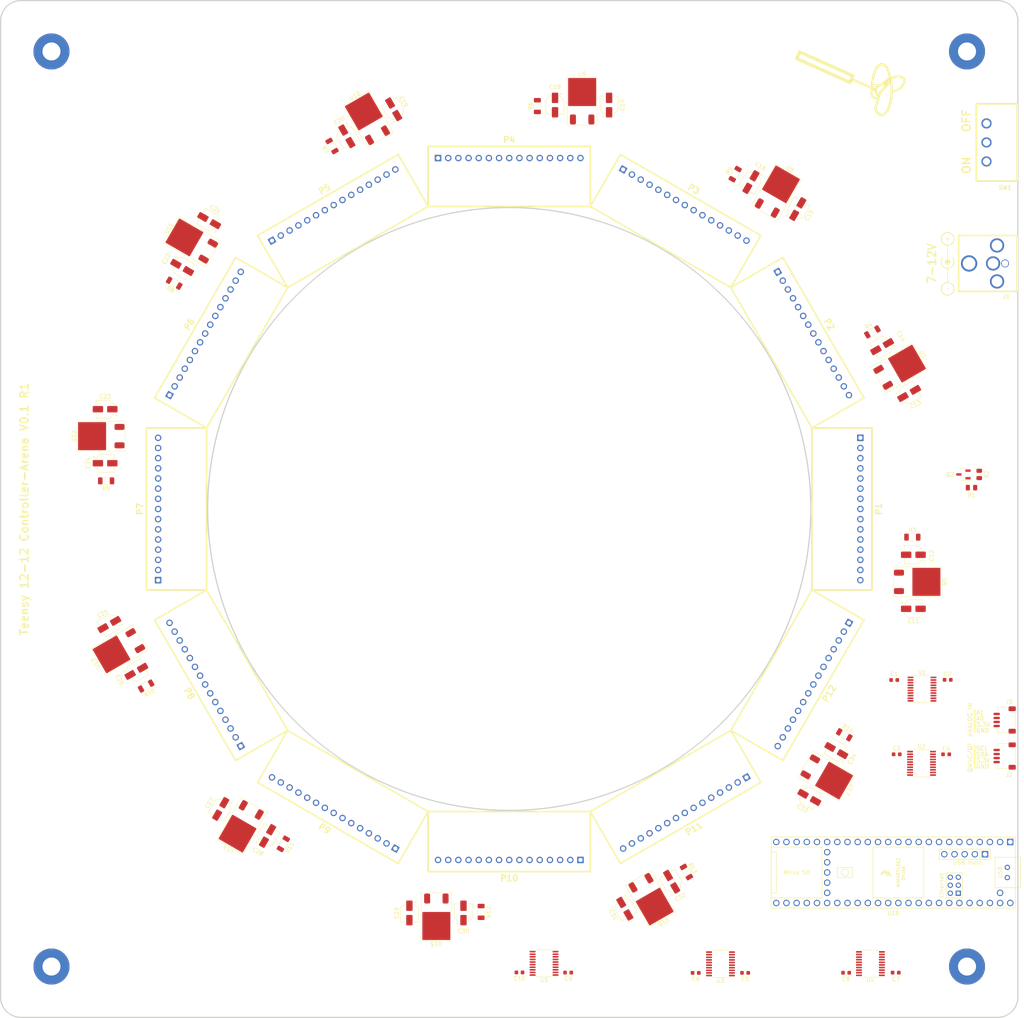
<source format=kicad_pcb>
(kicad_pcb (version 20221018) (generator pcbnew)
  (layers (0 "F.Cu" signal) (1 "In1.Cu" power) (2 "In2.Cu" power) (31 "B.Cu" signal) (34 "B.Paste" user) (35 "F.Paste" user) (36 "B.SilkS" user "B.Silkscreen") (37 "F.SilkS" user "F.Silkscreen") (38 "B.Mask" user) (39 "F.Mask" user) (44 "Edge.Cuts" user))
  (net 0 "")
  (net 1 "+3.3V")
  (net 2 "+5V")
  (net 3 "VCC")
  (net 4 "Net-(SW1-A)")
  (net 5 "/Teensy/SDA")
  (net 8 "/Teensy/SCL")
  (net 9 "/Teensy/A0")
  (net 11 "/Teensy/A1")
  (net 12 "/Panel Headers/POW.5V_HDR_1")
  (net 13 "/Level Shifters/PAN5V.SCK_1")
  (net 14 "/Level Shifters/PAN5V.SCK_0")
  (net 15 "/Level Shifters/PAN5V.MOSI_0")
  (net 16 "/Level Shifters/PAN5V.MISO_0")
  (net 17 "/Level Shifters/PAN5V.CS_00")
  (net 18 "/Level Shifters/PAN5V.CS_01")
  (net 19 "/Level Shifters/PAN5V.CS_02")
  (net 20 "/Level Shifters/PAN5V.CS_03")
  (net 21 "/Level Shifters/PAN5V.CS_04")
  (net 22 "/Level Shifters/PAN5V.EXT_INT")
  (net 23 "/Panel Headers/POW.5V_HDR_2")
  (net 24 "GND")
  (net 28 "/Level Shifters/PAN5V.CS_05")
  (net 29 "/Level Shifters/PAN5V.CS_06")
  (net 30 "/Level Shifters/PAN5V.CS_08")
  (net 31 "/Level Shifters/PAN5V.CS_09")
  (net 32 "/Panel Headers/POW.5V_HDR_3")
  (net 45 "Net-(Q2-G)")
  (net 46 "/Level Shifters/PAN5V.CS_10")
  (net 47 "/Level Shifters/PAN5V.CS_11")
  (net 48 "/Level Shifters/PAN5V.CS_12")
  (net 49 "/Level Shifters/PAN5V.CS_13")
  (net 50 "/Level Shifters/PAN5V.CS_14")
  (net 51 "/Panel Headers/POW.5V_HDR_4")
  (net 52 "/Level Shifters/PAN5V.CS_15")
  (net 53 "/Level Shifters/PAN5V.CS_16")
  (net 54 "/Level Shifters/PAN5V.CS_17")
  (net 55 "/Level Shifters/PAN5V.CS_18")
  (net 56 "/Level Shifters/PAN5V.CS_19")
  (net 57 "/Panel Headers/POW.5V_HDR_5")
  (net 58 "/Level Shifters/PAN5V.CS_20")
  (net 59 "/Level Shifters/PAN5V.CS_21")
  (net 60 "/Level Shifters/PAN5V.CS_22")
  (net 61 "/Level Shifters/PAN5V.CS_23")
  (net 62 "/Level Shifters/PAN5V.CS_24")
  (net 63 "/Panel Headers/POW.5V_HDR_6")
  (net 64 "/Level Shifters/PAN5V.CS_25")
  (net 65 "/Level Shifters/PAN5V.CS_26")
  (net 66 "/Level Shifters/PAN5V.CS_27")
  (net 67 "/Level Shifters/PAN5V.CS_28")
  (net 68 "/Level Shifters/PAN5V.CS_29")
  (net 69 "/Panel Headers/POW.5V_HDR_7")
  (net 70 "/Level Shifters/PAN5V.MOSI_1")
  (net 71 "/Level Shifters/PAN5V.MISO_1")
  (net 75 "/Panel Headers/POW.5V_HDR_8")
  (net 79 "/Panel Headers/POW.5V_HDR_9")
  (net 83 "/Panel Headers/POW.5V_HDR_10")
  (net 87 "/Panel Headers/POW.5V_HDR_11")
  (net 91 "/Panel Headers/POW.5V_HDR_12")
  (net 95 "/Level Shifters/PAN5V.RESET")
  (net 96 "/Level Shifters/PAN3V.RESET")
  (net 97 "/Level Shifters/PAN3V.SCK_0")
  (net 98 "/Level Shifters/PAN3V.MOSI_0")
  (net 99 "/Level Shifters/PAN3V.MISO_0")
  (net 101 "/Level Shifters/PAN3V.SCK_1")
  (net 102 "/Level Shifters/PAN3V.MOSI_1")
  (net 103 "/Level Shifters/PAN3V.MISO_1")
  (net 105 "/Level Shifters/PAN3V.CS_00")
  (net 106 "/Level Shifters/PAN3V.CS_01")
  (net 107 "/Level Shifters/PAN3V.CS_02")
  (net 108 "/Level Shifters/PAN3V.CS_03")
  (net 109 "/Level Shifters/PAN3V.CS_04")
  (net 110 "/Level Shifters/PAN3V.CS_05")
  (net 111 "/Level Shifters/PAN3V.CS_06")
  (net 112 "/Level Shifters/PAN3V.CS_07")
  (net 113 "/Level Shifters/PAN5V.CS_07")
  (net 114 "/Level Shifters/PAN3V.CS_08")
  (net 115 "/Level Shifters/PAN3V.CS_09")
  (net 116 "/Level Shifters/PAN3V.CS_10")
  (net 117 "/Level Shifters/PAN3V.CS_11")
  (net 118 "/Level Shifters/PAN3V.CS_12")
  (net 119 "/Level Shifters/PAN3V.CS_13")
  (net 120 "/Level Shifters/PAN3V.CS_14")
  (net 121 "/Level Shifters/PAN3V.CS_15")
  (net 122 "/Level Shifters/PAN3V.CS_16")
  (net 123 "/Level Shifters/PAN3V.CS_17")
  (net 124 "/Level Shifters/PAN3V.CS_18")
  (net 125 "/Level Shifters/PAN3V.CS_19")
  (net 126 "/Level Shifters/PAN3V.CS_20")
  (net 127 "/Level Shifters/PAN3V.CS_21")
  (net 128 "/Level Shifters/PAN3V.CS_22")
  (net 129 "/Level Shifters/PAN3V.CS_23")
  (net 130 "/Level Shifters/PAN3V.CS_24")
  (net 131 "/Level Shifters/PAN3V.CS_25")
  (net 132 "/Level Shifters/PAN3V.CS_26")
  (net 133 "/Level Shifters/PAN3V.CS_27")
  (net 134 "/Level Shifters/PAN3V.CS_28")
  (net 135 "/Level Shifters/PAN3V.CS_29")
  (net 137 "/Level Shifters/PAN3V.EXT_INT")
  (net 157 "/Panel Headers/RESET")
  (footprint "Capacitor_SMD:CP_Elec_4x5.4" (layer "F.Cu") (at 102.879547 105.757972 150)
    (fp_text reference "C21" (at 0.132431 3.258284 330) (layer "F.SilkS"))
    (fp_text value "10uF")
    (pad "1" smd roundrect (at -1.8 0 150) (size 2.6 1.6) (layers "F.Cu" "F.Paste" "F.Mask") (roundrect_rratio 0.15625) (net 3 "VCC"))
    (pad "2" smd roundrect (at 1.8 0 150) (size 2.6 1.6) (layers "F.Cu" "F.Paste" "F.Mask") (roundrect_rratio 0.15625) (net 24 "GND"))
  )
  (footprint "Resistor_SMD:R_1206_3216Metric" (layer "F.Cu") (at 170.774 278.450028 90)
    (fp_text reference "R12" (at -0.05 1.926 90) (layer "F.SilkS"))
    (fp_text value "300")
    (pad "1" smd roundrect (at -1.4625 0 90) (size 1.125 1.75) (layers "F.Cu" "F.Paste" "F.Mask") (roundrect_rratio 0.2222222222) (net 83 "/Panel Headers/POW.5V_HDR_10"))
    (pad "2" smd roundrect (at 1.4625 0 90) (size 1.125 1.75) (layers "F.Cu" "F.Paste" "F.Mask") (roundrect_rratio 0.2222222222) (net 24 "GND"))
  )
  (footprint "arena_custom:TO-252" (layer "F.Cu") (at 159.597 278.659028 -90)
    (fp_text reference "U15" (at 7.8 0 -180 unlocked) (layer "F.SilkS"))
    (fp_text value "AZ1084-5.0")
    (pad "1" smd roundrect (at -3.55 -2.3 270) (size 2.5 1.5) (layers "F.Cu" "F.Paste" "F.Mask") (net 24 "GND"))
    (pad "2" smd roundrect (at 3.3 0 270) (size 7 7) (layers "F.Cu" "F.Paste" "F.Mask") (roundrect_rratio 0.025) (net 83 "/Panel Headers/POW.5V_HDR_10"))
    (pad "3" smd roundrect (at -3.55 2.3 270) (size 2.5 1.5) (layers "F.Cu" "F.Paste" "F.Mask") (net 3 "VCC"))
  )
  (footprint "Resistor_SMD:R_1206_3216Metric" (layer "F.Cu") (at 121.390291 261.452481 60)
    (fp_text reference "R11" (at -0.015709 1.867791 60) (layer "F.SilkS"))
    (fp_text value "300")
    (pad "1" smd roundrect (at -1.4625 0 60) (size 1.125 1.75) (layers "F.Cu" "F.Paste" "F.Mask") (roundrect_rratio 0.2222222222) (net 79 "/Panel Headers/POW.5V_HDR_9"))
    (pad "2" smd roundrect (at 1.4625 0 60) (size 1.125 1.75) (layers "F.Cu" "F.Paste" "F.Mask") (roundrect_rratio 0.2222222222) (net 24 "GND"))
  )
  (footprint "Resistor_SMD:R_1206_3216Metric" (layer "F.Cu") (at 87.121518 222.040319 30)
    (fp_text reference "R10" (at -0.115697 1.907394 30) (layer "F.SilkS"))
    (fp_text value "300")
    (pad "1" smd roundrect (at -1.4625 0 30) (size 1.125 1.75) (layers "F.Cu" "F.Paste" "F.Mask") (roundrect_rratio 0.2222222222) (net 75 "/Panel Headers/POW.5V_HDR_8"))
    (pad "2" smd roundrect (at 1.4625 0 30) (size 1.125 1.75) (layers "F.Cu" "F.Paste" "F.Mask") (roundrect_rratio 0.2222222222) (net 24 "GND"))
  )
  (footprint "Capacitor_SMD:C_0603_1608Metric" (layer "F.Cu") (at 274.545 239.08 180)
    (fp_text reference "C3" (at 0.0638 1.4732) (layer "F.SilkS"))
    (fp_text value "0.1uF")
    (pad "1" smd roundrect (at -0.775 0 180) (size 0.9 0.95) (layers "F.Cu" "F.Paste" "F.Mask") (net 1 "+3.3V"))
    (pad "2" smd roundrect (at 0.775 0 180) (size 0.9 0.95) (layers "F.Cu" "F.Paste" "F.Mask") (net 24 "GND"))
  )
  (footprint "MountingHole:MountingHole_4.5mm_Pad" (layer "F.Cu") (at 63.5 63.5)
    (fp_text reference "H1" hide)
    (fp_text value "MountingHole_Pad")
    (pad "1" thru_hole circle (at 0 0) (size 9 9) (drill 4.5) (layers "*.Cu" "*.Mask") (net 24 "GND"))
  )
  (footprint "arena_custom:HEADER_TOP" (layer "F.Cu") (at 177.799999 265.474028 180)
    (fp_text reference "P10" (at 0 -4.55) (layer "F.SilkS") (effects (font (size 1.524 1.524) (thickness 0.3048))))
    (fp_text value "CONN15" hide)
    (pad "1" thru_hole rect (at -17.78 0 180) (size 1.6 1.6) (drill 1.016) (layers "*.Cu" "*.Mask") (net 83 "/Panel Headers/POW.5V_HDR_10"))
    (pad "2" thru_hole circle (at -15.24 0 180) (size 1.6 1.6) (drill 1.016) (layers "*.Cu" "*.Mask") (net 24 "GND"))
    (pad "3" thru_hole circle (at -12.7 0 180) (size 1.6 1.6) (drill 1.016) (layers "*.Cu" "*.Mask") (net 157 "/Panel Headers/RESET"))
    (pad "4" thru_hole circle (at -10.16 0 180) (size 1.6 1.6) (drill 1.016) (layers "*.Cu" "*.Mask") (net 13 "/Level Shifters/PAN5V.SCK_1"))
    (pad "5" thru_hole circle (at -7.62 0 180) (size 1.6 1.6) (drill 1.016) (layers "*.Cu" "*.Mask") (net 70 "/Level Shifters/PAN5V.MOSI_1"))
    (pad "6" thru_hole circle (at -5.08 0 180) (size 1.6 1.6) (drill 1.016) (layers "*.Cu" "*.Mask") (net 71 "/Level Shifters/PAN5V.MISO_1"))
    (pad "7" thru_hole circle (at -2.54 0 180) (size 1.6 1.6) (drill 1.016) (layers "*.Cu" "*.Mask") (net 52 "/Level Shifters/PAN5V.CS_15"))
    (pad "8" thru_hole circle (at 0 0 180) (size 1.6 1.6) (drill 1.016) (layers "*.Cu" "*.Mask") (net 53 "/Level Shifters/PAN5V.CS_16"))
    (pad "9" thru_hole circle (at 2.54 0 180) (size 1.6 1.6) (drill 1.016) (layers "*.Cu" "*.Mask") (net 54 "/Level Shifters/PAN5V.CS_17"))
    (pad "10" thru_hole circle (at 5.08 0 180) (size 1.6 1.6) (drill 1.016) (layers "*.Cu" "*.Mask") (net 55 "/Level Shifters/PAN5V.CS_18"))
    (pad "11" thru_hole circle (at 7.62 0 180) (size 1.6 1.6) (drill 1.016) (layers "*.Cu" "*.Mask") (net 56 "/Level Shifters/PAN5V.CS_19"))
    (pad "12" thru_hole circle (at 10.16 0 180) (size 1.6 1.6) (drill 1.016) (layers "*.Cu" "*.Mask"))
    (pad "13" thru_hole circle (at 12.7 0 180) (size 1.6 1.6) (drill 1.016) (layers "*.Cu" "*.Mask"))
    (pad "14" thru_hole circle (at 15.24 0 180) (size 1.6 1.6) (drill 1.016) (layers "*.Cu" "*.Mask"))
    (pad "15" thru_hole circle (at 17.78 0 180) (size 1.6 1.6) (drill 1.016) (layers "*.Cu" "*.Mask") (net 22 "/Level Shifters/PAN5V.EXT_INT"))
  )
  (footprint "Capacitor_SMD:C_0603_1608Metric" (layer "F.Cu") (at 224.355 293.684 180)
    (fp_text reference "C6" (at -0.0638 -1.524) (layer "F.SilkS"))
    (fp_text value "0.1uF")
    (pad "1" smd roundrect (at -0.775 0 180) (size 0.9 0.95) (layers "F.Cu" "F.Paste" "F.Mask") (net 2 "+5V"))
    (pad "2" smd roundrect (at 0.775 0 180) (size 0.9 0.95) (layers "F.Cu" "F.Paste" "F.Mask") (net 24 "GND"))
  )
  (footprint "arena_custom:HEADER_TOP" (layer "F.Cu") (at 253.727936 221.637014 -120)
    (fp_text reference "P12" (at 0 -4.55 60) (layer "F.SilkS") (effects (font (size 1.524 1.524) (thickness 0.3048))))
    (fp_text value "CONN15" hide)
    (pad "1" thru_hole rect (at -17.78 0 240) (size 1.6 1.6) (drill 1.016) (layers "*.Cu" "*.Mask") (net 91 "/Panel Headers/POW.5V_HDR_12"))
    (pad "2" thru_hole circle (at -15.24 0 240) (size 1.6 1.6) (drill 1.016) (layers "*.Cu" "*.Mask") (net 24 "GND"))
    (pad "3" thru_hole circle (at -12.7 0 240) (size 1.6 1.6) (drill 1.016) (layers "*.Cu" "*.Mask") (net 157 "/Panel Headers/RESET"))
    (pad "4" thru_hole circle (at -10.16 0 240) (size 1.6 1.6) (drill 1.016) (layers "*.Cu" "*.Mask") (net 13 "/Level Shifters/PAN5V.SCK_1"))
    (pad "5" thru_hole circle (at -7.62 0 240) (size 1.6 1.6) (drill 1.016) (layers "*.Cu" "*.Mask") (net 70 "/Level Shifters/PAN5V.MOSI_1"))
    (pad "6" thru_hole circle (at -5.08 0 240) (size 1.6 1.6) (drill 1.016) (layers "*.Cu" "*.Mask") (net 71 "/Level Shifters/PAN5V.MISO_1"))
    (pad "7" thru_hole circle (at -2.54 0 240) (size 1.6 1.6) (drill 1.016) (layers "*.Cu" "*.Mask") (net 64 "/Level Shifters/PAN5V.CS_25"))
    (pad "8" thru_hole circle (at 0 0 240) (size 1.6 1.6) (drill 1.016) (layers "*.Cu" "*.Mask") (net 65 "/Level Shifters/PAN5V.CS_26"))
    (pad "9" thru_hole circle (at 2.54 0 240) (size 1.6 1.6) (drill 1.016) (layers "*.Cu" "*.Mask") (net 66 "/Level Shifters/PAN5V.CS_27"))
    (pad "10" thru_hole circle (at 5.08 0 240) (size 1.6 1.6) (drill 1.016) (layers "*.Cu" "*.Mask") (net 67 "/Level Shifters/PAN5V.CS_28"))
    (pad "11" thru_hole circle (at 7.62 0 240) (size 1.6 1.6) (drill 1.016) (layers "*.Cu" "*.Mask") (net 68 "/Level Shifters/PAN5V.CS_29"))
    (pad "12" thru_hole circle (at 10.16 0 240) (size 1.6 1.6) (drill 1.016) (layers "*.Cu" "*.Mask"))
    (pad "13" thru_hole circle (at 12.7 0 240) (size 1.6 1.6) (drill 1.016) (layers "*.Cu" "*.Mask"))
    (pad "14" thru_hole circle (at 15.24 0 240) (size 1.6 1.6) (drill 1.016) (layers "*.Cu" "*.Mask"))
    (pad "15" thru_hole circle (at 17.78 0 240) (size 1.6 1.6) (drill 1.016) (layers "*.Cu" "*.Mask") (net 22 "/Level Shifters/PAN5V.EXT_INT"))
  )
  (footprint "arena_custom:HEADER_TOP" (layer "F.Cu") (at 90.125971 177.8 90)
    (fp_text reference "P7" (at 0 -4.55 90) (layer "F.SilkS") (effects (font (size 1.524 1.524) (thickness 0.3048))))
    (fp_text value "CONN15" hide)
    (pad "1" thru_hole rect (at -17.78 0 90) (size 1.6 1.6) (drill 1.016) (layers "*.Cu" "*.Mask") (net 69 "/Panel Headers/POW.5V_HDR_7"))
    (pad "2" thru_hole circle (at -15.24 0 90) (size 1.6 1.6) (drill 1.016) (layers "*.Cu" "*.Mask") (net 24 "GND"))
    (pad "3" thru_hole circle (at -12.7 0 90) (size 1.6 1.6) (drill 1.016) (layers "*.Cu" "*.Mask") (net 157 "/Panel Headers/RESET"))
    (pad "4" thru_hole circle (at -10.16 0 90) (size 1.6 1.6) (drill 1.016) (layers "*.Cu" "*.Mask") (net 13 "/Level Shifters/PAN5V.SCK_1"))
    (pad "5" thru_hole circle (at -7.62 0 90) (size 1.6 1.6) (drill 1.016) (layers "*.Cu" "*.Mask") (net 70 "/Level Shifters/PAN5V.MOSI_1"))
    (pad "6" thru_hole circle (at -5.08 0 90) (size 1.6 1.6) (drill 1.016) (layers "*.Cu" "*.Mask") (net 71 "/Level Shifters/PAN5V.MISO_1"))
    (pad "7" thru_hole circle (at -2.54 0 90) (size 1.6 1.6) (drill 1.016) (layers "*.Cu" "*.Mask") (net 17 "/Level Shifters/PAN5V.CS_00"))
    (pad "8" thru_hole circle (at 0 0 90) (size 1.6 1.6) (drill 1.016) (layers "*.Cu" "*.Mask") (net 18 "/Level Shifters/PAN5V.CS_01"))
    (pad "9" thru_hole circle (at 2.54 0 90) (size 1.6 1.6) (drill 1.016) (layers "*.Cu" "*.Mask") (net 19 "/Level Shifters/PAN5V.CS_02"))
    (pad "10" thru_hole circle (at 5.08 0 90) (size 1.6 1.6) (drill 1.016) (layers "*.Cu" "*.Mask") (net 20 "/Level Shifters/PAN5V.CS_03"))
    (pad "11" thru_hole circle (at 7.62 0 90) (size 1.6 1.6) (drill 1.016) (layers "*.Cu" "*.Mask") (net 21 "/Level Shifters/PAN5V.CS_04"))
    (pad "12" thru_hole circle (at 10.16 0 90) (size 1.6 1.6) (drill 1.016) (layers "*.Cu" "*.Mask"))
    (pad "13" thru_hole circle (at 12.7 0 90) (size 1.6 1.6) (drill 1.016) (layers "*.Cu" "*.Mask"))
    (pad "14" thru_hole circle (at 15.24 0 90) (size 1.6 1.6) (drill 1.016) (layers "*.Cu" "*.Mask"))
    (pad "15" thru_hole circle (at 17.78 0 90) (size 1.6 1.6) (drill 1.016) (layers "*.Cu" "*.Mask") (net 22 "/Level Shifters/PAN5V.EXT_INT"))
  )
  (footprint "Capacitor_SMD:CP_Elec_4x5.4" (layer "F.Cu") (at 76.895971 166.37)
    (fp_text reference "C24" (at -4.251971 0 90) (layer "F.SilkS"))
    (fp_text value "22uF")
    (pad "1" smd roundrect (at -1.8 0) (size 2.6 1.6) (layers "F.Cu" "F.Paste" "F.Mask") (roundrect_rratio 0.15625) (net 69 "/Panel Headers/POW.5V_HDR_7"))
    (pad "2" smd roundrect (at 1.8 0) (size 2.6 1.6) (layers "F.Cu" "F.Paste" "F.Mask") (roundrect_rratio 0.15625) (net 24 "GND"))
  )
  (footprint "Resistor_SMD:R_1206_3216Metric" (layer "F.Cu") (at 234.209708 94.147518 -120)
    (fp_text reference "R5" (at -0.000757 1.743689 -120) (layer "F.SilkS"))
    (fp_text value "300")
    (pad "1" smd roundrect (at -1.4625 0 240) (size 1.125 1.75) (layers "F.Cu" "F.Paste" "F.Mask") (roundrect_rratio 0.2222222222) (net 32 "/Panel Headers/POW.5V_HDR_3"))
    (pad "2" smd roundrect (at 1.4625 0 240) (size 1.125 1.75) (layers "F.Cu" "F.Paste" "F.Mask") (roundrect_rratio 0.2222222222) (net 24 "GND"))
  )
  (footprint "Capacitor_SMD:CP_Elec_4x5.4" (layer "F.Cu") (at 148.937998 77.949547 120)
    (fp_text reference "C19" (at 0.398733 3.113267 300) (layer "F.SilkS"))
    (fp_text value "10uF")
    (pad "1" smd roundrect (at -1.8 0 120) (size 2.6 1.6) (layers "F.Cu" "F.Paste" "F.Mask") (roundrect_rratio 0.15625) (net 3 "VCC"))
    (pad "2" smd roundrect (at 1.8 0 120) (size 2.6 1.6) (layers "F.Cu" "F.Paste" "F.Mask") (roundrect_rratio 0.15625) (net 24 "GND"))
  )
  (footprint "Capacitor_SMD:CP_Elec_4x5.4" (layer "F.Cu") (at 278.704028 202.73)
    (fp_text reference "C11" (at 0.035572 3.1116 180) (layer "F.SilkS"))
    (fp_text value "10uF")
    (pad "1" smd roundrect (at -1.8 0) (size 2.6 1.6) (layers "F.Cu" "F.Paste" "F.Mask") (roundrect_rratio 0.15625) (net 3 "VCC"))
    (pad "2" smd roundrect (at 1.8 0) (size 2.6 1.6) (layers "F.Cu" "F.Paste" "F.Mask") (roundrect_rratio 0.15625) (net 24 "GND"))
  )
  (footprint "arena_custom:slide_switch" (layer "F.Cu") (at 299.5 86.233 90)
    (fp_text reference "SW1" (at -11.303 2.1082) (layer "F.SilkS") (effects (font (size 1.016 1.016) (thickness 0.2032) bold)))
    (fp_text value "SW_SPDT" hide)
    (pad "1" thru_hole circle (at -4.7498 -2.54 90) (size 2.54 2.54) (drill 1.778) (layers "*.Cu" "*.Mask") (net 4 "Net-(SW1-A)"))
    (pad "2" thru_hole circle (at 0 -2.54 90) (size 2.54 2.54) (drill 1.778) (layers "*.Cu" "*.Mask") (net 3 "VCC"))
    (pad "3" thru_hole circle (at 4.7498 -2.54 90) (size 2.54 2.54) (drill 1.778) (layers "*.Cu" "*.Mask") (net 24 "GND"))
  )
  (footprint "Package_SO:TSSOP-20_4.4x6.5mm_P0.65mm" (layer "F.Cu") (at 230.5396 291.4176 180)
    (fp_text reference "U3" (at 0 -4.2) (layer "F.SilkS"))
    (fp_text value "TXB0108PW")
    (pad "1" smd roundrect (at -2.8625 -2.925 180) (size 1.475 0.4) (layers "F.Cu" "F.Paste" "F.Mask") (net 114 "/Level Shifters/PAN3V.CS_08"))
    (pad "2" smd roundrect (at -2.8625 -2.275 180) (size 1.475 0.4) (layers "F.Cu" "F.Paste" "F.Mask") (net 1 "+3.3V"))
    (pad "3" smd roundrect (at -2.8625 -1.625 180) (size 1.475 0.4) (layers "F.Cu" "F.Paste" "F.Mask") (net 115 "/Level Shifters/PAN3V.CS_09"))
    (pad "4" smd roundrect (at -2.8625 -0.975 180) (size 1.475 0.4) (layers "F.Cu" "F.Paste" "F.Mask") (net 116 "/Level Shifters/PAN3V.CS_10"))
    (pad "5" smd roundrect (at -2.8625 -0.325 180) (size 1.475 0.4) (layers "F.Cu" "F.Paste" "F.Mask") (net 117 "/Level Shifters/PAN3V.CS_11"))
    (pad "6" smd roundrect (at -2.8625 0.325 180) (size 1.475 0.4) (layers "F.Cu" "F.Paste" "F.Mask") (net 118 "/Level Shifters/PAN3V.CS_12"))
    (pad "7" smd roundrect (at -2.8625 0.975 180) (size 1.475 0.4) (layers "F.Cu" "F.Paste" "F.Mask") (net 119 "/Level Shifters/PAN3V.CS_13"))
    (pad "8" smd roundrect (at -2.8625 1.625 180) (size 1.475 0.4) (layers "F.Cu" "F.Paste" "F.Mask") (net 120 "/Level Shifters/PAN3V.CS_14"))
    (pad "9" smd roundrect (at -2.8625 2.275 180) (size 1.475 0.4) (layers "F.Cu" "F.Paste" "F.Mask") (net 121 "/Level Shifters/PAN3V.CS_15"))
    (pad "10" smd roundrect (at -2.8625 2.925 180) (size 1.475 0.4) (layers "F.Cu" "F.Paste" "F.Mask") (net 1 "+3.3V"))
    (pad "11" smd roundrect (at 2.8625 2.925 180) (size 1.475 0.4) (layers "F.Cu" "F.Paste" "F.Mask") (net 24 "GND"))
    (pad "12" smd roundrect (at 2.8625 2.275 180) (size 1.475 0.4) (layers "F.Cu" "F.Paste" "F.Mask") (net 52 "/Level Shifters/PAN5V.CS_15"))
    (pad "13" smd roundrect (at 2.8625 1.625 180) (size 1.475 0.4) (layers "F.Cu" "F.Paste" "F.Mask") (net 50 "/Level Shifters/PAN5V.CS_14"))
    (pad "14" smd roundrect (at 2.8625 0.975 180) (size 1.475 0.4) (layers "F.Cu" "F.Paste" "F.Mask") (net 49 "/Level Shifters/PAN5V.CS_13"))
    (pad "15" smd roundrect (at 2.8625 0.325 180) (size 1.475 0.4) (layers "F.Cu" "F.Paste" "F.Mask") (net 48 "/Level Shifters/PAN5V.CS_12"))
    (pad "16" smd roundrect (at 2.8625 -0.325 180) (size 1.475 0.4) (layers "F.Cu" "F.Paste" "F.Mask") (net 47 "/Level Shifters/PAN5V.CS_11"))
    (pad "17" smd roundrect (at 2.8625 -0.975 180) (size 1.475 0.4) (layers "F.Cu" "F.Paste" "F.Mask") (net 46 "/Level Shifters/PAN5V.CS_10"))
    (pad "18" smd roundrect (at 2.8625 -1.625 180) (size 1.475 0.4) (layers "F.Cu" "F.Paste" "F.Mask") (net 31 "/Level Shifters/PAN5V.CS_09"))
    (pad "19" smd roundrect (at 2.8625 -2.275 180) (size 1.475 0.4) (layers "F.Cu" "F.Paste" "F.Mask") (net 2 "+5V"))
    (pad "20" smd roundrect (at 2.8625 -2.925 180) (size 1.475 0.4) (layers "F.Cu" "F.Paste" "F.Mask") (net 30 "/Level Shifters/PAN5V.CS_08"))
  )
  (footprint "Capacitor_SMD:CP_Elec_4x5.4" (layer "F.Cu") (at 105.757972 252.720452 -120)
    (fp_text reference "C27" (at 0.125626 3.144895 60) (layer "F.SilkS"))
    (fp_text value "10uF")
    (pad "1" smd roundrect (at -1.8 0 240) (size 2.6 1.6) (layers "F.Cu" "F.Paste" "F.Mask") (roundrect_rratio 0.15625) (net 3 "VCC"))
    (pad "2" smd roundrect (at 1.8 0 240) (size 2.6 1.6) (layers "F.Cu" "F.Paste" "F.Mask") (roundrect_rratio 0.15625) (net 24 "GND"))
  )
  (footprint "Capacitor_SMD:C_0603_1608Metric" (layer "F.Cu") (at 261.912 293.654 180)
    (fp_text reference "C8" (at 0.0638 -1.5748) (layer "F.SilkS"))
    (fp_text value "0.1uF")
    (pad "1" smd roundrect (at -0.775 0 180) (size 0.9 0.95) (layers "F.Cu" "F.Paste" "F.Mask") (net 2 "+5V"))
    (pad "2" smd roundrect (at 0.775 0 180) (size 0.9 0.95) (layers "F.Cu" "F.Paste" "F.Mask") (net 24 "GND"))
  )
  (footprint "Package_SO:TSSOP-20_4.4x6.5mm_P0.65mm" (layer "F.Cu") (at 280.7409 241.3398)
    (fp_text reference "U2" (at 0 -4.2) (layer "F.SilkS"))
    (fp_text value "TXB0108PW")
    (pad "1" smd roundrect (at -2.8625 -2.925) (size 1.475 0.4) (layers "F.Cu" "F.Paste" "F.Mask") (net 105 "/Level Shifters/PAN3V.CS_00"))
    (pad "2" smd roundrect (at -2.8625 -2.275) (size 1.475 0.4) (layers "F.Cu" "F.Paste" "F.Mask") (net 1 "+3.3V"))
    (pad "3" smd roundrect (at -2.8625 -1.625) (size 1.475 0.4) (layers "F.Cu" "F.Paste" "F.Mask") (net 106 "/Level Shifters/PAN3V.CS_01"))
    (pad "4" smd roundrect (at -2.8625 -0.975) (size 1.475 0.4) (layers "F.Cu" "F.Paste" "F.Mask") (net 107 "/Level Shifters/PAN3V.CS_02"))
    (pad "5" smd roundrect (at -2.8625 -0.325) (size 1.475 0.4) (layers "F.Cu" "F.Paste" "F.Mask") (net 108 "/Level Shifters/PAN3V.CS_03"))
    (pad "6" smd roundrect (at -2.8625 0.325) (size 1.475 0.4) (layers "F.Cu" "F.Paste" "F.Mask") (net 109 "/Level Shifters/PAN3V.CS_04"))
    (pad "7" smd roundrect (at -2.8625 0.975) (size 1.475 0.4) (layers "F.Cu" "F.Paste" "F.Mask") (net 110 "/Level Shifters/PAN3V.CS_05"))
    (pad "8" smd roundrect (at -2.8625 1.625) (size 1.475 0.4) (layers "F.Cu" "F.Paste" "F.Mask") (net 111 "/Level Shifters/PAN3V.CS_06"))
    (pad "9" smd roundrect (at -2.8625 2.275) (size 1.475 0.4) (layers "F.Cu" "F.Paste" "F.Mask") (net 112 "/Level Shifters/PAN3V.CS_07"))
    (pad "10" smd roundrect (at -2.8625 2.925) (size 1.475 0.4) (layers "F.Cu" "F.Paste" "F.Mask") (net 1 "+3.3V"))
    (pad "11" smd roundrect (at 2.8625 2.925) (size 1.475 0.4) (layers "F.Cu" "F.Paste" "F.Mask") (net 24 "GND"))
    (pad "12" smd roundrect (at 2.8625 2.275) (size 1.475 0.4) (layers "F.Cu" "F.Paste" "F.Mask") (net 113 "/Level Shifters/PAN5V.CS_07"))
    (pad "13" smd roundrect (at 2.8625 1.625) (size 1.475 0.4) (layers "F.Cu" "F.Paste" "F.Mask") (net 29 "/Level Shifters/PAN5V.CS_06"))
    (pad "14" smd roundrect (at 2.8625 0.975) (size 1.475 0.4) (layers "F.Cu" "F.Paste" "F.Mask") (net 28 "/Level Shifters/PAN5V.CS_05"))
    (pad "15" smd roundrect (at 2.8625 0.325) (size 1.475 0.4) (layers "F.Cu" "F.Paste" "F.Mask") (net 21 "/Level Shifters/PAN5V.CS_04"))
    (pad "16" smd roundrect (at 2.8625 -0.325) (size 1.475 0.4) (layers "F.Cu" "F.Paste" "F.Mask") (net 20 "/Level Shifters/PAN5V.CS_03"))
    (pad "17" smd roundrect (at 2.8625 -0.975) (size 1.475 0.4) (layers "F.Cu" "F.Paste" "F.Mask") (net 19 "/Level Shifters/PAN5V.CS_02"))
    (pad "18" smd roundrect (at 2.8625 -1.625) (size 1.475 0.4) (layers "F.Cu" "F.Paste" "F.Mask") (net 18 "/Level Shifters/PAN5V.CS_01"))
    (pad "19" smd roundrect (at 2.8625 -2.275) (size 1.475 0.4) (layers "F.Cu" "F.Paste" "F.Mask") (net 2 "+5V"))
    (pad "20" smd roundrect (at 2.8625 -2.925) (size 1.475 0.4) (layers "F.Cu" "F.Paste" "F.Mask") (net 17 "/Level Shifters/PAN5V.CS_00"))
  )
  (footprint "Resistor_SMD:R_1206_3216Metric" (layer "F.Cu") (at 133.55968 87.121518 -60)
    (fp_text reference "R7" (at -0.004095 1.914092 -60) (layer "F.SilkS"))
    (fp_text value "300")
    (pad "1" smd roundrect (at -1.4625 0 300) (size 1.125 1.75) (layers "F.Cu" "F.Paste" "F.Mask") (roundrect_rratio 0.2222222222) (net 57 "/Panel Headers/POW.5V_HDR_5"))
    (pad "2" smd roundrect (at 1.4625 0 300) (size 1.125 1.75) (layers "F.Cu" "F.Paste" "F.Mask") (roundrect_rratio 0.2222222222) (net 24 "GND"))
  )
  (footprint "arena_custom:HEADER_TOP" (layer "F.Cu") (at 133.962985 253.727936 150)
    (fp_text reference "P9" (at 0 -4.55 150) (layer "F.SilkS") (effects (font (size 1.524 1.524) (thickness 0.3048))))
    (fp_text value "CONN15" hide)
    (pad "1" thru_hole rect (at -17.78 0 150) (size 1.6 1.6) (drill 1.016) (layers "*.Cu" "*.Mask") (net 79 "/Panel Headers/POW.5V_HDR_9"))
    (pad "2" thru_hole circle (at -15.24 0 150) (size 1.6 1.6) (drill 1.016) (layers "*.Cu" "*.Mask") (net 24 "GND"))
    (pad "3" thru_hole circle (at -12.7 0 150) (size 1.6 1.6) (drill 1.016) (layers "*.Cu" "*.Mask") (net 157 "/Panel Headers/RESET"))
    (pad "4" thru_hole circle (at -10.16 0 150) (size 1.6 1.6) (drill 1.016) (layers "*.Cu" "*.Mask") (net 13 "/Level Shifters/PAN5V.SCK_1"))
    (pad "5" thru_hole circle (at -7.62 0 150) (size 1.6 1.6) (drill 1.016) (layers "*.Cu" "*.Mask") (net 70 "/Level Shifters/PAN5V.MOSI_1"))
    (pad "6" thru_hole circle (at -5.08 0 150) (size 1.6 1.6) (drill 1.016) (layers "*.Cu" "*.Mask") (net 71 "/Level Shifters/PAN5V.MISO_1"))
    (pad "7" thru_hole circle (at -2.54 0 150) (size 1.6 1.6) (drill 1.016) (layers "*.Cu" "*.Mask") (net 46 "/Level Shifters/PAN5V.CS_10"))
    (pad "8" thru_hole circle (at 0 0 150) (size 1.6 1.6) (drill 1.016) (layers "*.Cu" "*.Mask") (net 47 "/Level Shifters/PAN5V.CS_11"))
    (pad "9" thru_hole circle (at 2.54 0 150) (size 1.6 1.6) (drill 1.016) (layers "*.Cu" "*.Mask") (net 48 "/Level Shifters/PAN5V.CS_12"))
    (pad "10" thru_hole circle (at 5.08 0 150) (size 1.6 1.6) (drill 1.016) (layers "*.Cu" "*.Mask") (net 49 "/Level Shifters/PAN5V.CS_13"))
    (pad "11" thru_hole circle (at 7.62 0 150) (size 1.6 1.6) (drill 1.016) (layers "*.Cu" "*.Mask") (net 50 "/Level Shifters/PAN5V.CS_14"))
    (pad "12" thru_hole circle (at 10.16 0 150) (size 1.6 1.6) (drill 1.016) (layers "*.Cu" "*.Mask"))
    (pad "13" thru_hole circle (at 12.7 0 150) (size 1.6 1.6) (drill 1.016) (layers "*.Cu" "*.Mask"))
    (pad "14" thru_hole circle (at 15.24 0 150) (size 1.6 1.6) (drill 1.016) (layers "*.Cu" "*.Mask"))
    (pad "15" thru_hole circle (at 17.78 0 150) (size 1.6 1.6) (drill 1.016) (layers "*.Cu" "*.Mask") (net 22 "/Level Shifters/PAN5V.EXT_INT"))
  )
  (footprint "arena_custom:TO-252" (layer "F.Cu") (at 278.659028 196.003)
    (fp_text reference "U6" (at 7.8 0 -90 unlocked) (layer "F.SilkS"))
    (fp_text value "AZ1084-5.0")
    (pad "1" smd roundrect (at -3.55 -2.3) (size 2.5 1.5) (layers "F.Cu" "F.Paste" "F.Mask") (net 24 "GND"))
    (pad "2" smd roundrect (at 3.3 0) (size 7 7) (layers "F.Cu" "F.Paste" "F.Mask") (roundrect_rratio 0.025) (net 12 "/Panel Headers/POW.5V_HDR_1"))
    (pad "3" smd roundrect (at -3.55 2.3) (size 2.5 1.5) (layers "F.Cu" "F.Paste" "F.Mask") (net 3 "VCC"))
  )
  (footprint "arena_custom:HEADER_TOP" (layer "F.Cu") (at 221.637014 253.727936 -150)
    (fp_text reference "P11" (at 0 -4.55 30) (layer "F.SilkS") (effects (font (size 1.524 1.524) (thickness 0.3048))))
    (fp_text value "CONN15" hide)
    (pad "1" thru_hole rect (at -17.78 0 210) (size 1.6 1.6) (drill 1.016) (layers "*.Cu" "*.Mask") (net 87 "/Panel Headers/POW.5V_HDR_11"))
    (pad "2" thru_hole circle (at -15.24 0 210) (size 1.6 1.6) (drill 1.016) (layers "*.Cu" "*.Mask") (net 24 "GND"))
    (pad "3" thru_hole circle (at -12.7 0 210) (size 1.6 1.6) (drill 1.016) (layers "*.Cu" "*.Mask") (net 157 "/Panel Headers/RESET"))
    (pad "4" thru_hole circle (at -10.16 0 210) (size 1.6 1.6) (drill 1.016) (layers "*.Cu" "*.Mask") (net 13 "/Level Shifters/PAN5V.SCK_1"))
    (pad "5" thru_hole circle (at -7.62 0 210) (size 1.6 1.6) (drill 1.016) (layers "*.Cu" "*.Mask") (net 70 "/Level Shifters/PAN5V.MOSI_1"))
    (pad "6" thru_hole circle (at -5.08 0 210) (size 1.6 1.6) (drill 1.016) (layers "*.Cu" "*.Mask") (net 71 "/Level Shifters/PAN5V.MISO_1"))
    (pad "7" thru_hole circle (at -2.54 0 210) (size 1.6 1.6) (drill 1.016) (layers "*.Cu" "*.Mask") (net 58 "/Level Shifters/PAN5V.CS_20"))
    (pad "8" thru_hole circle (at 0 0 210) (size 1.6 1.6) (drill 1.016) (layers "*.Cu" "*.Mask") (net 59 "/Level Shifters/PAN5V.CS_21"))
    (pad "9" thru_hole circle (at 2.54 0 210) (size 1.6 1.6) (drill 1.016) (layers "*.Cu" "*.Mask") (net 60 "/Level Shifters/PAN5V.CS_22"))
    (pad "10" thru_hole circle (at 5.08 0 210) (size 1.6 1.6) (drill 1.016) (layers "*.Cu" "*.Mask") (net 61 "/Level Shifters/PAN5V.CS_23"))
    (pad "11" thru_hole circle (at 7.62 0 210) (size 1.6 1.6) (drill 1.016) (layers "*.Cu" "*.Mask") (net 62 "/Level Shifters/PAN5V.CS_24"))
    (pad "12" thru_hole circle (at 10.16 0 210) (size 1.6 1.6) (drill 1.016) (layers "*.Cu" "*.Mask"))
    (pad "13" thru_hole circle (at 12.7 0 210) (size 1.6 1.6) (drill 1.016) (layers "*.Cu" "*.Mask"))
    (pad "14" thru_hole circle (at 15.24 0 210) (size 1.6 1.6) (drill 1.016) (layers "*.Cu" "*.Mask"))
    (pad "15" thru_hole circle (at 17.78 0 210) (size 1.6 1.6) (drill 1.016) (layers "*.Cu" "*.Mask") (net 22 "/Level Shifters/PAN5V.EXT_INT"))
  )
  (footprint "Capacitor_SMD:CP_Elec_4x5.4" (layer "F.Cu") (at 270.900452 137.246655 -150)
    (fp_text reference "C14" (at -5.374595 -0.070024 -240) (layer "F.SilkS"))
    (fp_text value "22uF")
    (pad "1" smd roundrect (at -1.8 0 210) (size 2.6 1.6) (layers "F.Cu" "F.Paste" "F.Mask") (roundrect_rratio 0.15625) (net 23 "/Panel Headers/POW.5V_HDR_2"))
    (pad "2" smd roundrect (at 1.8 0 210) (size 2.6 1.6) (layers "F.Cu" "F.Paste" "F.Mask") (roundrect_rratio 0.15625) (net 24 "GND"))
  )
  (footprint "Resistor_SMD:R_1206_3216Metric" (layer "F.Cu") (at 268.478481 133.55968 -150)
    (fp_text reference "R4" (at 0.040104 1.737538 -150) (layer "F.SilkS"))
    (fp_text value "300")
    (pad "1" smd roundrect (at -1.4625 0 210) (size 1.125 1.75) (layers "F.Cu" "F.Paste" "F.Mask") (roundrect_rratio 0.2222222222) (net 23 "/Panel Headers/POW.5V_HDR_2"))
    (pad "2" smd roundrect (at 1.4625 0 210) (size 1.125 1.75) (layers "F.Cu" "F.Paste" "F.Mask") (roundrect_rratio 0.2222222222) (net 24 "GND"))
  )
  (footprint "Capacitor_SMD:C_0603_1608Metric" (layer "F.Cu") (at 192.504 293.604)
    (fp_text reference "C9" (at 0.0508 1.5748) (layer "F.SilkS"))
    (fp_text value "0.1uF")
    (pad "1" smd roundrect (at -0.775 0) (size 0.9 0.95) (layers "F.Cu" "F.Paste" "F.Mask") (net 1 "+3.3V"))
    (pad "2" smd roundrect (at 0.775 0) (size 0.9 0.95) (layers "F.Cu" "F.Paste" "F.Mask") (net 24 "GND"))
  )
  (footprint "arena_custom:JST_SH_SM04B-SRSS-TB_1x04-1MP_P1.00mm_Horizontal" (layer "F.Cu") (at 301.5 230.505 90)
    (fp_text reference "J3" (at 4.505 1.125 180) (layer "F.SilkS"))
    (fp_text value "Conn_01x04")
    (pad "1" smd roundrect (at -1.5 -2 90) (size 0.6 1.55) (layers "F.Cu" "F.Paste" "F.Mask") (net 24 "GND"))
    (pad "2" smd roundrect (at -0.5 -2 90) (size 0.6 1.55) (layers "F.Cu" "F.Paste" "F.Mask") (net 1 "+3.3V"))
    (pad "3" smd roundrect (at 0.5 -2 90) (size 0.6 1.55) (layers "F.Cu" "F.Paste" "F.Mask") (net 9 "/Teensy/A0"))
    (pad "4" smd roundrect (at 1.5 -2 90) (size 0.6 1.55) (layers "F.Cu" "F.Paste" "F.Mask") (net 11 "/Teensy/A1"))
    (pad "MP" smd roundrect (at -2.8 1.875 90) (size 1.2 1.8) (layers "F.Cu" "F.Paste" "F.Mask") (roundrect_rratio 0.2083333333))
    (pad "MP" smd roundrect (at 2.8 1.875 90) (size 1.2 1.8) (layers "F.Cu" "F.Paste" "F.Mask") (roundrect_rratio 0.2083333333))
  )
  (footprint "Capacitor_SMD:C_0603_1608Metric" (layer "F.Cu") (at 287.274 220.472)
    (fp_text reference "C2" (at 0 -1.43) (layer "F.SilkS"))
    (fp_text value "0.1uF")
    (pad "1" smd roundrect (at -0.775 0) (size 0.9 0.95) (layers "F.Cu" "F.Paste" "F.Mask") (net 2 "+5V"))
    (pad "2" smd roundrect (at 0.775 0) (size 0.9 0.95) (layers "F.Cu" "F.Paste" "F.Mask") (net 24 "GND"))
  )
  (footprint "Capacitor_SMD:C_0603_1608Metric" (layer "F.Cu") (at 236.69 293.674)
    (fp_text reference "C5" (at 0.013 1.524) (layer "F.SilkS"))
    (fp_text value "0.1uF")
    (pad "1" smd roundrect (at -0.775 0) (size 0.9 0.95) (layers "F.Cu" "F.Paste" "F.Mask") (net 1 "+3.3V"))
    (pad "2" smd roundrect (at 0.775 0) (size 0.9 0.95) (layers "F.Cu" "F.Paste" "F.Mask") (net 24 "GND"))
  )
  (footprint "Capacitor_SMD:CP_Elec_4x5.4" (layer "F.Cu") (at 96.129547 117.449315 -30)
    (fp_text reference "C22" (at -4.468013 0.116269 60) (layer "F.SilkS"))
    (fp_text value "22uF")
    (pad "1" smd roundrect (at -1.8 0 330) (size 2.6 1.6) (layers "F.Cu" "F.Paste" "F.Mask") (roundrect_rratio 0.15625) (net 63 "/Panel Headers/POW.5V_HDR_6"))
    (pad "2" smd roundrect (at 1.8 0 330) (size 2.6 1.6) (layers "F.Cu" "F.Paste" "F.Mask") (roundrect_rratio 0.15625) (net 24 "GND"))
  )
  (footprint "Resistor_SMD:R_1206_3216Metric" (layer "F.Cu") (at 222.040319 268.478481 120)
    (fp_text reference "R13" (at 0.058405 1.805839 120) (layer "F.SilkS"))
    (fp_text value "300")
    (pad "1" smd roundrect (at -1.4625 0 120) (size 1.125 1.75) (layers "F.Cu" "F.Paste" "F.Mask") (roundrect_rratio 0.2222222222) (net 87 "/Panel Headers/POW.5V_HDR_11"))
    (pad "2" smd roundrect (at 1.4625 0 120) (size 1.125 1.75) (layers "F.Cu" "F.Paste" "F.Mask") (roundrect_rratio 0.2222222222) (net 24 "GND"))
  )
  (footprint "Capacitor_SMD:C_0603_1608Metric" (layer "F.Cu") (at 180.354 293.564 180)
    (fp_text reference "C10" (at 0 -1.524) (layer "F.SilkS"))
    (fp_text value "0.1uF")
    (pad "1" smd roundrect (at -0.775 0 180) (size 0.9 0.95) (layers "F.Cu" "F.Paste" "F.Mask") (net 2 "+5V"))
    (pad "2" smd roundrect (at 0.775 0 180) (size 0.9 0.95) (layers "F.Cu" "F.Paste" "F.Mask") (net 24 "GND"))
  )
  (footprint "Capacitor_SMD:CP_Elec_4x5.4" (layer "F.Cu") (at 238.150684 96.129547 -120)
    (fp_text reference "C16" (at -4.595013 -0.103703 -30) (layer "F.SilkS"))
    (fp_text value "22uF")
    (pad "1" smd roundrect (at -1.8 0 240) (size 2.6 1.6) (layers "F.Cu" "F.Paste" "F.Mask") (roundrect_rratio 0.15625) (net 32 "/Panel Headers/POW.5V_HDR_3"))
    (pad "2" smd roundrect (at 1.8 0 240) (size 2.6 1.6) (layers "F.Cu" "F.Paste" "F.Mask") (roundrect_rratio 0.15625) (net 24 "GND"))
  )
  (footprint "Capacitor_SMD:CP_Elec_4x5.4" (layer "F.Cu") (at 84.699547 218.353344 30)
    (fp_text reference "C26" (at -4.680654 -0.255964 120) (layer "F.SilkS"))
    (fp_text value "22uF")
    (pad "1" smd roundrect (at -1.8 0 30) (size 2.6 1.6) (layers "F.Cu" "F.Paste" "F.Mask") (roundrect_rratio 0.15625) (net 75 "/Panel Headers/POW.5V_HDR_8"))
    (pad "2" smd roundrect (at 1.8 0 30) (size 2.6 1.6) (layers "F.Cu" "F.Paste" "F.Mask") (roundrect_rratio 0.15625) (net 24 "GND"))
  )
  (footprint "arena_custom:TO-252" (layer "F.Cu") (at 212.465254 274.247981 -60)
    (fp_text reference "U16" (at 7.8 0 -150 unlocked) (layer "F.SilkS"))
    (fp_text value "AZ1084-5.0")
    (pad "1" smd roundrect (at -3.55 -2.3 300) (size 2.5 1.5) (layers "F.Cu" "F.Paste" "F.Mask") (net 24 "GND"))
    (pad "2" smd roundrect (at 3.3 0 300) (size 7 7) (layers "F.Cu" "F.Paste" "F.Mask") (roundrect_rratio 0.025) (net 87 "/Panel Headers/POW.5V_HDR_11"))
    (pad "3" smd roundrect (at -3.55 2.3 300) (size 2.5 1.5) (layers "F.Cu" "F.Paste" "F.Mask") (net 3 "VCC"))
  )
  (footprint "arena_custom:TO-252" (layer "F.Cu") (at 76.940971 159.597 180)
    (fp_text reference "U12" (at 7.8 0 90 unlocked) (layer "F.SilkS"))
    (fp_text value "AZ1084-5.0")
    (pad "1" smd roundrect (at -3.55 -2.3 180) (size 2.5 1.5) (layers "F.Cu" "F.Paste" "F.Mask") (net 24 "GND"))
    (pad "2" smd roundrect (at 3.3 0 180) (size 7 7) (layers "F.Cu" "F.Paste" "F.Mask") (roundrect_rratio 0.025) (net 69 "/Panel Headers/POW.5V_HDR_7"))
    (pad "3" smd roundrect (at -3.55 2.3 180) (size 2.5 1.5) (layers "F.Cu" "F.Paste" "F.Mask") (net 3 "VCC"))
  )
  (footprint "arena_custom:TO-252" (layer "F.Cu") (at 243.993774 99.555018 60)
    (fp_text reference "U8" (at 7.8 0 -30 unlocked) (layer "F.SilkS"))
    (fp_text value "AZ1084-5.0")
    (pad "1" smd roundrect (at -3.55 -2.3 60) (size 2.5 1.5) (layers "F.Cu" "F.Paste" "F.Mask") (net 24 "GND"))
    (pad "2" smd roundrect (at 3.3 0 60) (size 7 7) (layers "F.Cu" "F.Paste" "F.Mask") (roundrect_rratio 0.025) (net 32 "/Panel Headers/POW.5V_HDR_3"))
    (pad "3" smd roundrect (at -3.55 2.3 60) (size 2.5 1.5) (layers "F.Cu" "F.Paste" "F.Mask") (net 3 "VCC"))
  )
  (footprint "MountingHole:MountingHole_4.5mm_Pad" (layer "F.Cu") (at 292.1 292.1)
    (fp_text reference "H3" hide)
    (fp_text value "MountingHole_Pad")
    (pad "1" thru_hole circle (at 0 0) (size 9 9) (drill 4.5) (layers "*.Cu" "*.Mask") (net 24 "GND"))
  )
  (footprint "Package_SO:TSSOP-20_4.4x6.5mm_P0.65mm" (layer "F.Cu") (at 280.8555 222.799)
    (fp_text reference "U1" (at 0 -4.2) (layer "F.SilkS"))
    (fp_text value "TXB0108PW")
    (pad "1" smd roundrect (at -2.8625 -2.925) (size 1.475 0.4) (layers "F.Cu" "F.Paste" "F.Mask") (net 96 "/Level Shifters/PAN3V.RESET"))
    (pad "2" smd roundrect (at -2.8625 -2.275) (size 1.475 0.4) (layers "F.Cu" "F.Paste" "F.Mask") (net 1 "+3.3V"))
    (pad "3" smd roundrect (at -2.8625 -1.625) (size 1.475 0.4) (layers "F.Cu" "F.Paste" "F.Mask") (net 97 "/Level Shifters/PAN3V.SCK_0"))
    (pad "4" smd roundrect (at -2.8625 -0.975) (size 1.475 0.4) (layers "F.Cu" "F.Paste" "F.Mask") (net 98 "/Level Shifters/PAN3V.MOSI_0"))
    (pad "5" smd roundrect (at -2.8625 -0.325) (size 1.475 0.4) (layers "F.Cu" "F.Paste" "F.Mask") (net 99 "/Level Shifters/PAN3V.MISO_0"))
    (pad "6" smd roundrect (at -2.8625 0.325) (size 1.475 0.4) (layers "F.Cu" "F.Paste" "F.Mask"))
    (pad "7" smd roundrect (at -2.8625 0.975) (size 1.475 0.4) (layers "F.Cu" "F.Paste" "F.Mask") (net 101 "/Level Shifters/PAN3V.SCK_1"))
    (pad "8" smd roundrect (at -2.8625 1.625) (size 1.475 0.4) (layers "F.Cu" "F.Paste" "F.Mask") (net 102 "/Level Shifters/PAN3V.MOSI_1"))
    (pad "9" smd roundrect (at -2.8625 2.275) (size 1.475 0.4) (layers "F.Cu" "F.Paste" "F.Mask") (net 103 "/Level Shifters/PAN3V.MISO_1"))
    (pad "10" smd roundrect (at -2.8625 2.925) (size 1.475 0.4) (layers "F.Cu" "F.Paste" "F.Mask") (net 1 "+3.3V"))
    (pad "11" smd roundrect (at 2.8625 2.925) (size 1.475 0.4) (layers "F.Cu" "F.Paste" "F.Mask") (net 24 "GND"))
    (pad "12" smd roundrect (at 2.8625 2.275) (size 1.475 0.4) (layers "F.Cu" "F.Paste" "F.Mask") (net 71 "/Level Shifters/PAN5V.MISO_1"))
    (pad "13" smd roundrect (at 2.8625 1.625) (size 1.475 0.4) (layers "F.Cu" "F.Paste" "F.Mask") (net 70 "/Level Shifters/PAN5V.MOSI_1"))
    (pad "14" smd roundrect (at 2.8625 0.975) (size 1.475 0.4) (layers "F.Cu" "F.Paste" "F.Mask") (net 13 "/Level Shifters/PAN5V.SCK_1"))
    (pad "15" smd roundrect (at 2.8625 0.325) (size 1.475 0.4) (layers "F.Cu" "F.Paste" "F.Mask"))
    (pad "16" smd roundrect (at 2.8625 -0.325) (size 1.475 0.4) (layers "F.Cu" "F.Paste" "F.Mask") (net 16 "/Level Shifters/PAN5V.MISO_0"))
    (pad "17" smd roundrect (at 2.8625 -0.975) (size 1.475 0.4) (layers "F.Cu" "F.Paste" "F.Mask") (net 15 "/Level Shifters/PAN5V.MOSI_0"))
    (pad "18" smd roundrect (at 2.8625 -1.625) (size 1.475 0.4) (layers "F.Cu" "F.Paste" "F.Mask") (net 14 "/Level Shifters/PAN5V.SCK_0"))
    (pad "19" smd roundrect (at 2.8625 -2.275) (size 1.475 0.4) (layers "F.Cu" "F.Paste" "F.Mask") (net 2 "+5V"))
    (pad "20" smd roundrect (at 2.8625 -2.925) (size 1.475 0.4) (layers "F.Cu" "F.Paste" "F.Mask") (net 95 "/Level Shifters/PAN5V.RESET"))
  )
  (footprint "Package_TO_SOT_SMD:SOT-23-3" (layer "F.Cu") (at 291.2055 169.164 180)
    (fp_text reference "Q2" (at 3.2965 0) (layer "F.SilkS"))
    (fp_text value "MOSFET_NCHAN")
    (pad "1" smd roundrect (at -1.1375 -0.95 180) (size 1.325 0.6) (layers "F.Cu" "F.Paste" "F.Mask") (net 45 "Net-(Q2-G)"))
    (pad "2" smd roundrect (at -1.1375 0.95 180) (size 1.325 0.6) (layers "F.Cu" "F.Paste" "F.Mask") (net 24 "GND"))
    (pad "3" smd roundrect (at 1.1375 0 180) (size 1.325 0.6) (layers "F.Cu" "F.Paste" "F.Mask") (net 157 "/Panel Headers/RESET"))
  )
  (footprint "MountingHole:MountingHole_4.5mm_Pad" (layer "F.Cu") (at 63.5 292.1)
    (fp_text reference "H4" hide)
    (fp_text value "MountingHole_Pad")
    (pad "1" thru_hole circle (at 0 0) (size 9 9) (drill 4.5) (layers "*.Cu" "*.Mask") (net 24 "GND"))
  )
  (footprint "Capacitor_SMD:CP_Elec_4x5.4" (layer "F.Cu") (at 152.87 278.704028 -90)
    (fp_text reference "C29" (at 0.035572 3.1624 90) (layer "F.SilkS"))
    (fp_text value "10uF")
    (pad "1" smd roundrect (at -1.8 0 270) (size 2.6 1.6) (layers "F.Cu" "F.Paste" "F.Mask") (roundrect_rratio 0.15625) (net 3 "VCC"))
    (pad "2" smd roundrect (at 1.8 0 270) (size 2.6 1.6) (layers "F.Cu" "F.Paste" "F.Mask") (roundrect_rratio 0.15625) (net 24 "GND"))
  )
  (footprint "arena_custom:TO-252" (layer "F.Cu") (at 81.352018 212.465254 -150)
    (fp_text reference "U13" (at 7.8 0 -240 unlocked) (layer "F.SilkS"))
    (fp_text value "AZ1084-5.0")
    (pad "1" smd roundrect (at -3.55 -2.3 210) (size 2.5 1.5) (layers "F.Cu" "F.Paste" "F.Mask") (net 24 "GND"))
    (pad "2" smd roundrect (at 3.3 0 210) (size 7 7) (layers "F.Cu" "F.Paste" "F.Mask") (roundrect_rratio 0.025) (net 75 "/Panel Headers/POW.5V_HDR_8"))
    (pad "3" smd roundrect (at -3.55 2.3 210) (size 2.5 1.5) (layers "F.Cu" "F.Paste" "F.Mask") (net 3 "VCC"))
  )
  (footprint "arena_custom:DCJACK_2PIN_HIGHCURRENT" (layer "F.Cu") (at 304.6 116.459 -90)
    (fp_text reference "J1" (at 8.3312 2.667) (layer "F.SilkS") (effects (font (size 1.016 1.016) (thickness 0.2032) bold)))
    (fp_text value "Barrel_Jack" hide)
    (pad "" thru_hole circle (at -4.4958 5.0038 270) (size 3.556 3.556) (drill 2.6924) (layers "*.Cu" "*.Mask"))
    (pad "" thru_hole circle (at 0 2.9972 270) (size 1.9304 1.9304) (drill 1.6002) (layers "*.Cu" "*.Mask"))
    (pad "" thru_hole circle (at 4.4958 5.0038 270) (size 3.556 3.556) (drill 2.6924) (layers "*.Cu" "*.Mask"))
    (pad "1" thru_hole circle (at 0 11.9888 270) (size 4.064 4.064) (drill 3.1496) (layers "*.Cu" "*.Mask") (net 4 "Net-(SW1-A)"))
    (pad "2" thru_hole circle (at 0 5.9944 270) (size 3.556 3.556) (drill 2.6924) (layers "*.Cu" "*.Mask") (net 24 "GND"))
  )
  (footprint "arena_custom:TO-252" (layer "F.Cu") (at 143.134745 81.352018 120)
    (fp_text reference "U10" (at 7.8 0 30 unlocked) (layer "F.SilkS"))
    (fp_text value "AZ1084-5.0")
    (pad "1" smd roundrect (at -3.55 -2.3 120) (size 2.5 1.5) (layers "F.Cu" "F.Paste" "F.Mask") (net 24 "GND"))
    (pad "2" smd roundrect (at 3.3 0 120) (size 7 7) (layers "F.Cu" "F.Paste" "F.Mask") (roundrect_rratio 0.025) (net 57 "/Panel Headers/POW.5V_HDR_5"))
    (pad "3" smd roundrect (at -3.55 2.3 120) (size 2.5 1.5) (layers "F.Cu" "F.Paste" "F.Mask") (net 3 "VCC"))
  )
  (footprint "Capacitor_SMD:CP_Elec_4x5.4" (layer "F.Cu") (at 206.662001 277.650452 -60)
    (fp_text reference "C31" (at -0.112424 3.28742 120) (layer "F.SilkS"))
    (fp_text value "10uF")
    (pad "1" smd roundrect (at -1.8 0 300) (size 2.6 1.6) (layers "F.Cu" "F.Paste" "F.Mask") (roundrect_rratio 0.15625) (net 3 "VCC"))
    (pad "2" smd roundrect (at 1.8 0 300) (size 2.6 1.6) (layers "F.Cu" "F.Paste" "F.Mask") (roundrect_rratio 0.15625) (net 24 "GND"))
  )
  (footprint "arena_custom:HEADER_TOP" (layer "F.Cu") (at 133.962985 101.872063 30)
    (fp_text reference "P5" (at 0 -4.55 30) (layer "F.SilkS") (effects (font (size 1.524 1.524) (thickness 0.3048))))
    (fp_text value "CONN15" hide)
    (pad "1" thru_hole rect (at -17.78 0 30) (size 1.6 1.6) (drill 1.016) (layers "*.Cu" "*.Mask") (net 57 "/Panel Headers/POW.5V_HDR_5"))
    (pad "2" thru_hole circle (at -15.24 0 30) (size 1.6 1.6) (drill 1.016) (layers "*.Cu" "*.Mask") (net 24 "GND"))
    (pad "3" thru_hole circle (at -12.7 0 30) (size 1.6 1.6) (drill 1.016) (layers "*.Cu" "*.Mask") (net 157 "/Panel Headers/RESET"))
    (pad "4" thru_hole circle (at -10.16 0 30) (size 1.6 1.6) (drill 1.016) (layers "*.Cu" "*.Mask") (net 14 "/Level Shifters/PAN5V.SCK_0"))
    (pad "5" thru_hole circle (at -7.62 0 30) (size 1.6 1.6) (drill 1.016) (layers "*.Cu" "*.Mask") (net 15 "/Level Shifters/PAN5V.MOSI_0"))
    (pad "6" thru_hole circle (at -5.08 0 30) (size 1.6 1.6) (drill 1.016) (layers "*.Cu" "*.Mask") (net 16 "/Level Shifters/PAN5V.MISO_0"))
    (pad "7" thru_hole circle (at -2.54 0 30) (size 1.6 1.6) (drill 1.016) (layers "*.Cu" "*.Mask") (net 58 "/Level Shifters/PAN5V.CS_20"))
    (pad "8" thru_hole circle (at 0 0 30) (size 1.6 1.6) (drill 1.016) (layers "*.Cu" "*.Mask") (net 59 "/Level Shifters/PAN5V.CS_21"))
    (pad "9" thru_hole circle (at 2.54 0 30) (size 1.6 1.6) (drill 1.016) (layers "*.Cu" "*.Mask") (net 60 "/Level Shifters/PAN5V.CS_22"))
    (pad "10" thru_hole circle (at 5.08 0 30) (size 1.6 1.6) (drill 1.016) (layers "*.Cu" "*.Mask") (net 61 "/Level Shifters/PAN5V.CS_23"))
    (pad "11" thru_hole circle (at 7.62 0 30) (size 1.6 1.6) (drill 1.016) (layers "*.Cu" "*.Mask") (net 62 "/Level Shifters/PAN5V.CS_24"))
    (pad "12" thru_hole circle (at 10.16 0 30) (size 1.6 1.6) (drill 1.016) (layers "*.Cu" "*.Mask"))
    (pad "13" thru_hole circle (at 12.7 0 30) (size 1.6 1.6) (drill 1.016) (layers "*.Cu" "*.Mask"))
    (pad "14" thru_hole circle (at 15.24 0 30) (size 1.6 1.6) (drill 1.016) (layers "*.Cu" "*.Mask"))
    (pad "15" thru_hole circle (at 17.78 0 30) (size 1.6 1.6) (drill 1.016) (layers "*.Cu" "*.Mask") (net 22 "/Level Shifters/PAN5V.EXT_INT"))
  )
  (footprint "Package_SO:TSSOP-20_4.4x6.5mm_P0.65mm" (layer "F.Cu") (at 267.9826 291.3668 180)
    (fp_text reference "U4" (at 0 -4.2) (layer "F.SilkS"))
    (fp_text value "TXB0108PW")
    (pad "1" smd roundrect (at -2.8625 -2.925 180) (size 1.475 0.4) (layers "F.Cu" "F.Paste" "F.Mask") (net 122 "/Level Shifters/PAN3V.CS_16"))
    (pad "2" smd roundrect (at -2.8625 -2.275 180) (size 1.475 0.4) (layers "F.Cu" "F.Paste" "F.Mask") (net 1 "+3.3V"))
    (pad "3" smd roundrect (at -2.8625 -1.625 180) (size 1.475 0.4) (layers "F.Cu" "F.Paste" "F.Mask") (net 123 "/Level Shifters/PAN3V.CS_17"))
    (pad "4" smd roundrect (at -2.8625 -0.975 180) (size 1.475 0.4) (layers "F.Cu" "F.Paste" "F.Mask") (net 124 "/Level Shifters/PAN3V.CS_18"))
    (pad "5" smd roundrect (at -2.8625 -0.325 180) (size 1.475 0.4) (layers "F.Cu" "F.Paste" "F.Mask") (net 125 "/Level Shifters/PAN3V.CS_19"))
    (pad "6" smd roundrect (at -2.8625 0.325 180) (size 1.475 0.4) (layers "F.Cu" "F.Paste" "F.Mask") (net 126 "/Level Shifters/PAN3V.CS_20"))
    (pad "7" smd roundrect (at -2.8625 0.975 180) (size 1.475 0.4) (layers "F.Cu" "F.Paste" "F.Mask") (net 127 "/Level Shifters/PAN3V.CS_21"))
    (pad "8" smd roundrect (at -2.8625 1.625 180) (size 1.475 0.4) (layers "F.Cu" "F.Paste" "F.Mask") (net 128 "/Level Shifters/PAN3V.CS_22"))
    (pad "9" smd roundrect (at -2.8625 2.275 180) (size 1.475 0.4) (layers "F.Cu" "F.Paste" "F.Mask") (net 129 "/Level Shifters/PAN3V.CS_23"))
    (pad "10" smd roundrect (at -2.8625 2.925 180) (size 1.475 0.4) (layers "F.Cu" "F.Paste" "F.Mask") (net 1 "+3.3V"))
    (pad "11" smd roundrect (at 2.8625 2.925 180) (size 1.475 0.4) (layers "F.Cu" "F.Paste" "F.Mask") (net 24 "GND"))
    (pad "12" smd roundrect (at 2.8625 2.275 180) (size 1.475 0.4) (layers "F.Cu" "F.Paste" "F.Mask") (net 61 "/Level Shifters/PAN5V.CS_23"))
    (pad "13" smd roundrect (at 2.8625 1.625 180) (size 1.475 0.4) (layers "F.Cu" "F.Paste" "F.Mask") (net 60 "/Level Shifters/PAN5V.CS_22"))
    (pad "14" smd roundrect (at 2.8625 0.975 180) (size 1.475 0.4) (layers "F.Cu" "F.Paste" "F.Mask") (net 59 "/Level Shifters/PAN5V.CS_21"))
    (pad "15" smd roundrect (at 2.8625 0.325 180) (size 1.475 0.4) (layers "F.Cu" "F.Paste" "F.Mask") (net 58 "/Level Shifters/PAN5V.CS_20"))
    (pad "16" smd roundrect (at 2.8625 -0.325 180) (size 1.475 0.4) (layers "F.Cu" "F.Paste" "F.Mask") (net 56 "/Level Shifters/PAN5V.CS_19"))
    (pad "17" smd roundrect (at 2.8625 -0.975 180) (size 1.475 0.4) (layers "F.Cu" "F.Paste" "F.Mask") (net 55 "/Level Shifters/PAN5V.CS_18"))
    (pad "18" smd roundrect (at 2.8625 -1.625 180) (size 1.475 0.4) (layers "F.Cu" "F.Paste" "F.Mask") (net 54 "/Level Shifters/PAN5V.CS_17"))
    (pad "19" smd roundrect (at 2.8625 -2.275 180) (size 1.475 0.4) (layers "F.Cu" "F.Paste" "F.Mask") (net 2 "+5V"))
    (pad "20" smd roundrect (at 2.8625 -2.925 180) (size 1.475 0.4) (layers "F.Cu" "F.Paste" "F.Mask") (net 53 "/Level Shifters/PAN5V.CS_16"))
  )
  (footprint "arena_custom:HEADER_TOP" (layer "F.Cu") (at 177.8 90.125971)
    (fp_text reference "P4" (at 0 -4.55) (layer "F.SilkS") (effects (font (size 1.524 1.524) (thickness 0.3048))))
    (fp_text value "CONN15" hide)
    (pad "1" thru_hole rect (at -17.78 0) (size 1.6 1.6) (drill 1.016) (layers "*.Cu" "*.Mask") (net 51 "/Panel Headers/POW.5V_HDR_4"))
    (pad "2" thru_hole circle (at -15.24 0) (size 1.6 1.6) (drill 1.016) (layers "*.Cu" "*.Mask") (net 24 "GND"))
    (pad "3" thru_hole circle (at -12.7 0) (size 1.6 1.6) (drill 1.016) (layers "*.Cu" "*.Mask") (net 157 "/Panel Headers/RESET"))
    (pad "4" thru_hole circle (at -10.16 0) (size 1.6 1.6) (drill 1.016) (layers "*.Cu" "*.Mask") (net 14 "/Level Shifters/PAN5V.SCK_0"))
    (pad "5" thru_hole circle (at -7.62 0) (size 1.6 1.6) (drill 1.016) (layers "*.Cu" "*.Mask") (net 15 "/Level Shifters/PAN5V.MOSI_0"))
    (pad "6" thru_hole circle (at -5.08 0) (size 1.6 1.6) (drill 1.016) (layers "*.Cu" "*.Mask") (net 16 "/Level Shifters/PAN5V.MISO_0"))
    (pad "7" thru_hole circle (at -2.54 0) (size 1.6 1.6) (drill 1.016) (layers "*.Cu" "*.Mask") (net 52 "/Level Shifters/PAN5V.CS_15"))
    (pad "8" thru_hole circle (at 0 0) (size 1.6 1.6) (drill 1.016) (layers "*.Cu" "*.Mask") (net 53 "/Level Shifters/PAN5V.CS_16"))
    (pad "9" thru_hole circle (at 2.54 0) (size 1.6 1.6) (drill 1.016) (layers "*.Cu" "*.Mask") (net 54 "/Level Shifters/PAN5V.CS_17"))
    (pad "10" thru_hole circle (at 5.08 0) (size 1.6 1.6) (drill 1.016) (layers "*.Cu" "*.Mask") (net 55 "/Level Shifters/PAN5V.CS_18"))
    (pad "11" thru_hole circle (at 7.62 0) (size 1.6 1.6) (drill 1.016) (layers "*.Cu" "*.Mask") (net 56 "/Level Shifters/PAN5V.CS_19"))
    (pad "12" thru_hole circle (at 10.16 0) (size 1.6 1.6) (drill 1.016) (layers "*.Cu" "*.Mask"))
    (pad "13" thru_hole circle (at 12.7 0) (size 1.6 1.6) (drill 1.016) (layers "*.Cu" "*.Mask"))
    (pad "14" thru_hole circle (at 15.24 0) (size 1.6 1.6) (drill 1.016) (layers "*.Cu" "*.Mask"))
    (pad "15" thru_hole circle (at 17.78 0) (size 1.6 1.6) (drill 1.016) (layers "*.Cu" "*.Mask") (net 22 "/Level Shifters/PAN5V.EXT_INT"))
  )
  (footprint "Resistor_SMD:R_0805_2012Metric" (layer "F.Cu") (at 293.2195 172.466)
    (fp_text reference "R1" (at 0 1.905) (layer "F.SilkS"))
    (fp_text value "200")
    (pad "1" smd roundrect (at -0.9125 0) (size 1.025 1.4) (layers "F.Cu" "F.Paste" "F.Mask") (roundrect_rratio 0.243902439) (net 45 "Net-(Q2-G)"))
    (pad "2" smd roundrect (at 0.9125 0) (size 1.025 1.4) (layers "F.Cu" "F.Paste" "F.Mask") (roundrect_rratio 0.243902439) (net 95 "/Level Shifters/PAN5V.RESET"))
  )
  (footprint "Capacitor_SMD:CP_Elec_4x5.4" (layer "F.Cu") (at 218.353344 270.900452 120)
    (fp_text reference "C32" (at -4.460684 -0.128964 210) (layer "F.SilkS"))
    (fp_text value "22uF")
    (pad "1" smd roundrect (at -1.8 0 120) (size 2.6 1.6) (layers "F.Cu" "F.Paste" "F.Mask") (roundrect_rratio 0.15625) (net 87 "/Panel Headers/POW.5V_HDR_11"))
    (pad "2" smd roundrect (at 1.8 0 120) (size 2.6 1.6) (layers "F.Cu" "F.Paste" "F.Mask") (roundrect_rratio 0.15625) (net 24 "GND"))
  )
  (footprint "Resistor_SMD:R_1206_3216Metric" (layer "F.Cu") (at 261.452481 234.209708 150)
    (fp_text reference "R14" (at 0.002592 1.79949 150) (layer "F.SilkS"))
    (fp_text value "300")
    (pad "1" smd roundrect (at -1.4625 0 150) (size 1.125 1.75) (layers "F.Cu" "F.Paste" "F.Mask") (roundrect_rratio 0.2222222222) (net 91 "/Panel Headers/POW.5V_HDR_12"))
    (pad "2" smd roundrect (at 1.4625 0 150) (size 1.125 1.75) (layers "F.Cu" "F.Paste" "F.Mask") (roundrect_rratio 0.2222222222) (net 24 "GND"))
  )
  (footprint "arena_custom:TO-252" (layer "F.Cu") (at 99.555018 111.606225 150)
    (fp_text reference "U11" (at 7.8 0 60 unlocked) (layer "F.SilkS"))
    (fp_text value "AZ1084-5.0")
    (pad "1" smd roundrect (at -3.55 -2.3 150) (size 2.5 1.5) (layers "F.Cu" "F.Paste" "F.Mask") (net 24 "GND"))
    (pad "2" smd roundrect (at 3.3 0 150) (size 7 7) (layers "F.Cu" "F.Paste" "F.Mask") (roundrect_rratio 0.025) (net 63 "/Panel Headers/POW.5V_HDR_6"))
    (pad "3" smd roundrect (at -3.55 2.3 150) (size 2.5 1.5) (layers "F.Cu" "F.Paste" "F.Mask") (net 3 "VCC"))
  )
  (footprint "teensy:Teensy41" (layer "F.Cu") (at 273.685 268.605 180)
    (fp_text reference "U18" (at 0 -10.16) (layer "F.SilkS"))
    (fp_text value "Teensy4.1")
    (fp_text user "DVJ6A" (at -2.54 -0.18 90) (layer "F.SilkS") (effects (font (size 0.8 0.8))))
    (fp_text user "Micro SD" (at 24.13 0) (layer "F.SilkS"))
    (fp_text user "MIMXRT1062" (at -1.27 0 90) (layer "F.SilkS") (effects (font (size 0.8 0.8))))
    (fp_text user "USB" (at -26.67 0 90) (layer "F.SilkS"))
    (fp_text user "USB Host" (at -18.4658 2.4892) (layer "F.SilkS"))
    (fp_text user "Ethernet" (at -12.065 -3.2766 90) (layer "F.SilkS"))
    (pad "1" thru_hole rect (at -29.21 7.62 180) (size 1.6 1.6) (drill 1.1) (layers "*.Cu" "*.Mask") (net 24 "GND"))
    (pad "2" thru_hole circle (at -26.67 7.62 180) (size 1.6 1.6) (drill 1.1) (layers "*.Cu" "*.Mask") (net 105 "/Level Shifters/PAN3V.CS_00"))
    (pad "3" thru_hole circle (at -24.13 7.62 180) (size 1.6 1.6) (drill 1.1) (layers "*.Cu" "*.Mask") (net 103 "/Level Shifters/PAN3V.MISO_1"))
    (pad "4" thru_hole circle (at -21.59 7.62 180) (size 1.6 1.6) (drill 1.1) (layers "*.Cu" "*.Mask") (net 106 "/Level Shifters/PAN3V.CS_01"))
    (pad "5" thru_hole circle (at -19.05 7.62 180) (size 1.6 1.6) (drill 1.1) (layers "*.Cu" "*.Mask") (net 107 "/Level Shifters/PAN3V.CS_02"))
    (pad "6" thru_hole circle (at -16.51 7.62 180) (size 1.6 1.6) (drill 1.1) (layers "*.Cu" "*.Mask") (net 108 "/Level Shifters/PAN3V.CS_03"))
    (pad "7" thru_hole circle (at -13.97 7.62 180) (size 1.6 1.6) (drill 1.1) (layers "*.Cu" "*.Mask") (net 109 "/Level Shifters/PAN3V.CS_04"))
    (pad "8" thru_hole circle (at -11.43 7.62 180) (size 1.6 1.6) (drill 1.1) (layers "*.Cu" "*.Mask") (net 110 "/Level Shifters/PAN3V.CS_05"))
    (pad "9" thru_hole circle (at -8.89 7.62 180) (size 1.6 1.6) (drill 1.1) (layers "*.Cu" "*.Mask") (net 111 "/Level Shifters/PAN3V.CS_06"))
    (pad "10" thru_hole circle (at -6.35 7.62 180) (size 1.6 1.6) (drill 1.1) (layers "*.Cu" "*.Mask") (net 112 "/Level Shifters/PAN3V.CS_07"))
    (pad "11" thru_hole circle (at -3.81 7.62 180) (size 1.6 1.6) (drill 1.1) (layers "*.Cu" "*.Mask") (net 114 "/Level Shifters/PAN3V.CS_08"))
    (pad "12" thru_hole circle (at -1.27 7.62 180) (size 1.6 1.6) (drill 1.1) (layers "*.Cu" "*.Mask") (net 115 "/Level Shifters/PAN3V.CS_09"))
    (pad "13" thru_hole circle (at 1.27 7.62 180) (size 1.6 1.6) (drill 1.1) (layers "*.Cu" "*.Mask") (net 98 "/Level Shifters/PAN3V.MOSI_0"))
    (pad "14" thru_hole circle (at 3.81 7.62 180) (size 1.6 1.6) (drill 1.1) (layers "*.Cu" "*.Mask") (net 99 "/Level Shifters/PAN3V.MISO_0"))
    (pad "15" thru_hole circle (at 6.35 7.62 180) (size 1.6 1.6) (drill 1.1) (layers "*.Cu" "*.Mask") (net 1 "+3.3V"))
    (pad "16" thru_hole circle (at 8.89 7.62 180) (size 1.6 1.6) (drill 1.1) (layers "*.Cu" "*.Mask") (net 116 "/Level Shifters/PAN3V.CS_10"))
    (pad "17" thru_hole circle (at 11.43 7.62 180) (size 1.6 1.6) (drill 1.1) (layers "*.Cu" "*.Mask") (net 117 "/Level Shifters/PAN3V.CS_11"))
    (pad "18" thru_hole circle (at 13.97 7.62 180) (size 1.6 1.6) (drill 1.1) (layers "*.Cu" "*.Mask") (net 102 "/Level Shifters/PAN3V.MOSI_1"))
    (pad "19" thru_hole circle (at 16.51 7.62 180) (size 1.6 1.6) (drill 1.1) (layers "*.Cu" "*.Mask") (net 101 "/Level Shifters/PAN3V.SCK_1"))
    (pad "20" thru_hole circle (at 19.05 7.62 180) (size 1.6 1.6) (drill 1.1) (layers "*.Cu" "*.Mask") (net 118 "/Level Shifters/PAN3V.CS_12"))
    (pad "21" thru_hole circle (at 21.59 7.62 180) (size 1.6 1.6) (drill 1.1) (layers "*.Cu" "*.Mask") (net 119 "/Level Shifters/PAN3V.CS_13"))
    (pad "22" thru_hole circle (at 24.13 7.62 180) (size 1.6 1.6) (drill 1.1) (layers "*.Cu" "*.Mask") (net 120 "/Level Shifters/PAN3V.CS_14"))
    (pad "23" thru_hole circle (at 26.67 7.62 180) (size 1.6 1.6) (drill 1.1) (layers "*.Cu" "*.Mask") (net 121 "/Level Shifters/PAN3V.CS_15"))
    (pad "24" thru_hole circle (at 29.21 7.62 180) (size 1.6 1.6) (drill 1.1) (layers "*.Cu" "*.Mask") (net 122 "/Level Shifters/PAN3V.CS_16"))
    (pad "25" thru_hole circle (at 29.21 -7.62 180) (size 1.6 1.6) (drill 1.1) (layers "*.Cu" "*.Mask") (net 137 "/Level Shifters/PAN3V.EXT_INT"))
    (pad "26" thru_hole circle (at 26.67 -7.62 180) (size 1.6 1.6) (drill 1.1) (layers "*.Cu" "*.Mask") (net 96 "/Level Shifters/PAN3V.RESET"))
    (pad "27" thru_hole circle (at 24.13 -7.62 180) (size 1.6 1.6) (drill 1.1) (layers "*.Cu" "*.Mask") (net 135 "/Level Shifters/PAN3V.CS_29"))
    (pad "28" thru_hole circle (at 21.59 -7.62 180) (size 1.6 1.6) (drill 1.1) (layers "*.Cu" "*.Mask") (net 134 "/Level Shifters/PAN3V.CS_28"))
    (pad "29" thru_hole circle (at 19.05 -7.62 180) (size 1.6 1.6) (drill 1.1) (layers "*.Cu" "*.Mask") (net 133 "/Level Shifters/PAN3V.CS_27"))
    (pad "30" thru_hole circle (at 16.51 -7.62 180) (size 1.6 1.6) (drill 1.1) (layers "*.Cu" "*.Mask") (net 132 "/Level Shifters/PAN3V.CS_26"))
    (pad "31" thru_hole circle (at 13.97 -7.62 180) (size 1.6 1.6) (drill 1.1) (layers "*.Cu" "*.Mask") (net 131 "/Level Shifters/PAN3V.CS_25"))
    (pad "32" thru_hole circle (at 11.43 -7.62 180) (size 1.6 1.6) (drill 1.1) (layers "*.Cu" "*.Mask") (net 130 "/Level Shifters/PAN3V.CS_24"))
    (pad "33" thru_hole circle (at 8.89 -7.62 180) (size 1.6 1.6) (drill 1.1) (layers "*.Cu" "*.Mask") (net 129 "/Level Shifters/PAN3V.CS_23"))
    (pad "34" thru_hole circle (at 6.35 -7.62 180) (size 1.6 1.6) (drill 1.1) (layers "*.Cu" "*.Mask") (net 24 "GND"))
    (pad "35" thru_hole circle (at 3.81 -7.62 180) (size 1.6 1.6) (drill 1.1) (layers "*.Cu" "*.Mask") (net 97 "/Level Shifters/PAN3V.SCK_0"))
    (pad "36" thru_hole circle (at 1.27 -7.62 180) (size 1.6 1.6) (drill 1.1) (layers "*.Cu" "*.Mask") (net 9 "/Teensy/A0"))
    (pad "37" thru_hole circle (at -1.27 -7.62 180) (size 1.6 1.6) (drill 1.1) (layers "*.Cu" "*.Mask") (net 11 "/Teensy/A1"))
    (pad "38" thru_hole circle (at -3.81 -7.62 180) (size 1.6 1.6) (drill 1.1) (layers "*.Cu" "*.Mask") (net 128 "/Level Shifters/PAN3V.CS_22"))
    (pad "39" thru_hole circle (at -6.35 -7.62 180) (size 1.6 1.6) (drill 1.1) (layers "*.Cu" "*.Mask") (net 127 "/Level Shifters/PAN3V.CS_21"))
    (pad "40" thru_hole circle (at -8.89 -7.62 180) (size 1.6 1.6) (drill 1.1) (layers "*.Cu" "*.Mask") (net 5 "/Teensy/SDA"))
    (pad "41" thru_hole circle (at -11.43 -7.62 180) (size 1.6 1.6) (drill 1.1) (layers "*.Cu" "*.Mask") (net 8 "/Teensy/SCL"))
    (pad "42" thru_hole circle (at -13.97 -7.62 180) (size 1.6 1.6) (drill 1.1) (layers "*.Cu" "*.Mask") (net 126 "/Level Shifters/PAN3V.CS_20"))
    (pad "43" thru_hole circle (at -16.51 -7.62 180) (size 1.6 1.6) (drill 1.1) (layers "*.Cu" "*.Mask") (net 125 "/Level Shifters/PAN3V.CS_19"))
    (pad "44" thru_hole circle (at -19.05 -7.62 180) (size 1.6 1.6) (drill 1.1) (layers "*.Cu" "*.Mask") (net 124 "/Level Shifters/PAN3V.CS_18"))
    (pad "45" thru_hole circle (at -21.59 -7.62 180) (size 1.6 1.6) (drill 1.1) (layers "*.Cu" "*.Mask") (net 123 "/Level Shifters/PAN3V.CS_17"))
    (pad "46" thru_hole circle (at -24.13 -7.62 180) (size 1.6 1.6) (drill 1.1) (layers "*.Cu" "*.Mask") (net 1 "+3.3V"))
    (pad "47" thru_hole circle (at -26.67 -7.62 180) (size 1.6 1.6) (drill 1.1) (layers "*.Cu" "*.Mask") (net 24 "GND"))
    (pad "48" thru_hole circle (at -29.21 -7.62 180) (size 1.6 1.6) (drill 1.1) (layers "*.Cu" "*.Mask") (net 2 "+5V"))
    (pad "49" thru_hole circle (at -26.67 -5.08 180) (size 1.6 1.6) (drill 1.1) (layers "*.Cu" "*.Mask") (net 2 "+5V"))
    (pad "50" thru_hole circle (at 16.51 5.08 180) (size 1.6 1.6) (drill 1.1) (layers "*.Cu" "*.Mask"))
    (pad "51" thru_hole circle (at 16.51 2.54 180) (size 1.6 1.6) (drill 1.1) (layers "*.Cu" "*.Mask"))
    (pad "52" thru_hole circle (at 16.51 0 180) (size 1.6 1.6) (drill 1.1) (layers "*.Cu" "*.Mask"))
    (pad "53" thru_hole circle (at 16.51 -2.54 180) (size 1.6 1.6) (drill 1.1) (layers "*.Cu" "*.Mask"))
    (pad "54" thru_hole circle (at 16.51 -5.08 180) (size 1.6 1.6) (drill 1.1) (layers "*.Cu" "*.Mask"))
    (pad "55" thru_hole rect (at -22.9108 4.5692 180) (size 1.6 1.6) (drill 1.1) (layers "*.Cu" "*.Mask"))
    (pad "56" thru_hole circle (at -20.3708 4.5692 180) (size 1.6 1.6) (drill 1.1) (layers "*.Cu" "*.Mask"))
    (pad "57" thru_hole circle (at -17.8308 4.5692 180) (size 1.6 1.6) (drill 1.1) (layers "*.Cu" "*.Mask"))
    (pad "58" thru_hole circle (at -15.2908 4.5692 180) (size 1.6 1.6) (drill 1.1) (layers "*.Cu" "*.Mask"))
    (pad "59" thru_hole circle (at -12.7508 4.5692 180) (size 1.6 1.6) (drill 1.1) (layers "*.Cu" "*.Mask"))
    (pad "60" thru_hole rect (at -16.24 -5.1816 180) (size 1.3 1.3) (drill 0.8) (layers "*.Cu" "*.Mask"))
    (pad "61" thru_hole circle (at -16.24 -3.1816 180) (size 1.3 1.3) (drill 0.8) (layers "*.Cu" "*.Mask"))
    (pad "62" thru_hole circle (at -16.24 -1.1816 180) (size 1.3 1.3) (drill 0.8) (layers "*.Cu" "*.Mask"))
    (pad "63" thru_hole circle (at -14.24 -1.1816 180) (size 1.3 1.3) (drill 0.8) (layers "*.Cu" "*.Mask"))
    (pad "64" thru_hole circle (at -14.24 -3.1816 180) (size 1.3 1.3) (drill 0.8) (layers "*.Cu" "*.Mask"))
    (pad "65" thru_hole circle (at -14.24 -5.1816 180) (size 1.3 1.3) (drill 0.8) (layers "*.Cu" "*.Mask"))
    (pad "66" thru_hole circle (at -28.48 -1.27 180) (size 1.3 1.3) (drill 0.8) (layers "*.Cu" "*.Mask"))
    (pad "67" thru_hole circle (at -28.48 1.27 180) (size 1.3 1.3) (drill 0.8) (layers "*.Cu" "*.Mask"))
  )
  (footprint "Capacitor_SMD:CP_Elec_4x5.4" (layer "F.Cu") (at 189.23 76.895971 -90)
    (fp_text reference "C18" (at -4.505971 0) (layer "F.SilkS"))
    (fp_text value "22uF")
    (pad "1" smd roundrect (at -1.8 0 270) (size 2.6 1.6) (layers "F.Cu" "F.Paste" "F.Mask") (roundrect_rratio 0.15625) (net 51 "/Panel Headers/POW.5V_HDR_4"))
    (pad "2" smd roundrect (at 1.8 0 270) (size 2.6 1.6) (layers "F.Cu" "F.Paste" "F.Mask") (roundrect_rratio 0.15625) (net 24 "GND"))
  )
  (footprint "arena_custom:HEADER_TOP" (layer "F.Cu") (at 265.474028 177.8 -90)
    (fp_text reference "P1" (at 0 -4.55 90) (layer "F.SilkS") (effects (font (size 1.524 1.524) (thickness 0.3048))))
    (fp_text value "CONN15" hide)
    (pad "1" thru_hole rect (at -17.78 0 270) (size 1.6 1.6) (drill 1.016) (layers "*.Cu" "*.Mask") (net 12 "/Panel Headers/POW.5V_HDR_1"))
    (pad "2" thru_hole circle (at -15.24 0 270) (size 1.6 1.6) (drill 1.016) (layers "*.Cu" "*.Mask") (net 24 "GND"))
    (pad "3" thru_hole circle (at -12.7 0 270) (size 1.6 1.6) (drill 1.016) (layers "*.Cu" "*.Mask") (net 157 "/Panel Headers/RESET"))
    (pad "4" thru_hole circle (at -10.16 0 270) (size 1.6 1.6) (drill 1.016) (layers "*.Cu" "*.Mask") (net 14 "/Level Shifters/PAN5V.SCK_0"))
    (pad "5" thru_hole circle (at -7.62 0 270) (size 1.6 1.6) (drill 1.016) (layers "*.Cu" "*.Mask") (net 15 "/Level Shifters/PAN5V.MOSI_0"))
    (pad "6" thru_hole circle (at -5.08 0 270) (size 1.6 1.6) (drill 1.016) (layers "*.Cu" "*.Mask") (net 16 "/Level Shifters/PAN5V.MISO_0"))
    (pad "7" thru_hole circle (at -2.54 0 270) (size 1.6 1.6) (drill 1.016) (layers "*.Cu" "*.Mask") (net 17 "/Level Shifters/PAN5V.CS_00"))
    (pad "8" thru_hole circle (at 0 0 270) (size 1.6 1.6) (drill 1.016) (layers "*.Cu" "*.Mask") (net 18 "/Level Shifters/PAN5V.CS_01"))
    (pad "9" thru_hole circle (at 2.54 0 270) (size 1.6 1.6) (drill 1.016) (layers "*.Cu" "*.Mask") (net 19 "/Level Shifters/PAN5V.CS_02"))
    (pad "10" thru_hole circle (at 5.08 0 270) (size 1.6 1.6) (drill 1.016) (layers "*.Cu" "*.Mask") (net 20 "/Level Shifters/PAN5V.CS_03"))
    (pad "11" thru_hole circle (at 7.62 0 270) (size 1.6 1.6) (drill 1.016) (layers "*.Cu" "*.Mask") (net 21 "/Level Shifters/PAN5V.CS_04"))
    (pad "12" thru_hole circle (at 10.16 0 270) (size 1.6 1.6) (drill 1.016) (layers "*.Cu" "*.Mask"))
    (pad "13" thru_hole circle (at 12.7 0 270) (size 1.6 1.6) (drill 1.016) (layers "*.Cu" "*.Mask"))
    (pad "14" thru_hole circle (at 15.24 0 270) (size 1.6 1.6) (drill 1.016) (layers "*.Cu" "*.Mask"))
    (pad "15" thru_hole circle (at 17.78 0 270) (size 1.6 1.6) (drill 1.016) (layers "*.Cu" "*.Mask") (net 22 "/Level Shifters/PAN5V.EXT_INT"))
  )
  (footprint "arena_custom:HEADER_TOP" (layer "F.Cu") (at 101.872063 133.962985 60)
    (fp_text reference "P6" (at 0 -4.55 60) (layer "F.SilkS") (effects (font (size 1.524 1.524) (thickness 0.3048))))
    (fp_text value "CONN15" hide)
    (pad "1" thru_hole rect (at -17.78 0 60) (size 1.6 1.6) (drill 1.016) (layers "*.Cu" "*.Mask") (net 63 "/Panel Headers/POW.5V_HDR_6"))
    (pad "2" thru_hole circle (at -15.24 0 60) (size 1.6 1.6) (drill 1.016) (layers "*.Cu" "*.Mask") (net 24 "GND"))
    (pad "3" thru_hole circle (at -12.7 0 60) (size 1.6 1.6) (drill 1.016) (layers "*.Cu" "*.Mask") (net 157 "/Panel Headers/RESET"))
    (pad "4" thru_hole circle (at -10.16 0 60) (size 1.6 1.6) (drill 1.016) (layers "*.Cu" "*.Mask") (net 14 "/Level Shifters/PAN5V.SCK_0"))
    (pad "5" thru_hole circle (at -7.62 0 60) (size 1.6 1.6) (drill 1.016) (layers "*.Cu" "*.Mask") (net 15 "/Level Shifters/PAN5V.MOSI_0"))
    (pad "6" thru_hole circle (at -5.08 0 60) (size 1.6 1.6) (drill 1.016) (layers "*.Cu" "*.Mask") (net 16 "/Level Shifters/PAN5V.MISO_0"))
    (pad "7" thru_hole circle (at -2.54 0 60) (size 1.6 1.6) (drill 1.016) (layers "*.Cu" "*.Mask") (net 64 "/Level Shifters/PAN5V.CS_25"))
    (pad "8" thru_hole circle (at 0 0 60) (size 1.6 1.6) (drill 1.016) (layers "*.Cu" "*.Mask") (net 65 "/Level Shifters/PAN5V.CS_26"))
    (pad "9" thru_hole circle (at 2.54 0 60) (size 1.6 1.6) (drill 1.016) (layers "*.Cu" "*.Mask") (net 66 "/Level Shifters/PAN5V.CS_27"))
    (pad "10" thru_hole circle (at 5.08 0 60) (size 1.6 1.6) (drill 1.016) (layers "*.Cu" "*.Mask") (net 67 "/Level Shifters/PAN5V.CS_28"))
    (pad "11" thru_hole circle (at 7.62 0 60) (size 1.6 1.6) (drill 1.016) (layers "*.Cu" "*.Mask") (net 68 "/Level Shifters/PAN5V.CS_29"))
    (pad "12" thru_hole circle (at 10.16 0 60) (size 1.6 1.6) (drill 1.016) (layers "*.Cu" "*.Mask"))
    (pad "13" thru_hole circle (at 12.7 0 60) (size 1.6 1.6) (drill 1.016) (layers "*.Cu" "*.Mask"))
    (pad "14" thru_hole circle (at 15.24 0 60) (size 1.6 1.6) (drill 1.016) (layers "*.Cu" "*.Mask"))
    (pad "15" thru_hole circle (at 17.78 0 60) (size 1.6 1.6) (drill 1.016) (layers "*.Cu" "*.Mask") (net 22 "/Level Shifters/PAN5V.EXT_INT"))
  )
  (footprint "Resistor_SMD:R_1206_3216Metric" (layer "F.Cu") (at 184.826 77.149971 -90)
    (fp_text reference "R6" (at -0.025 1.701 -90) (layer "F.SilkS"))
    (fp_text value "300")
    (pad "1" smd roundrect (at -1.4625 0 270) (size 1.125 1.75) (layers "F.Cu" "F.Paste" "F.Mask") (roundrect_rratio 0.2222222222) (net 51 "/Panel Headers/POW.5V_HDR_4"))
    (pad "2" smd roundrect (at 1.4625 0 270) (size 1.125 1.75) (layers "F.Cu" "F.Paste" "F.Mask") (roundrect_rratio 0.2222222222) (net 24 "GND"))
  )
  (footprint "arena_custom:HEADER_TOP" (layer "F.Cu") (at 101.872063 221.637014 120)
    (fp_text reference "P8" (at 0 -4.55 120) (layer "F.SilkS") (effects (font (size 1.524 1.524) (thickness 0.3048))))
    (fp_text value "CONN15" hide)
    (pad "1" thru_hole rect (at -17.78 0 120) (size 1.6 1.6) (drill 1.016) (layers "*.Cu" "*.Mask") (net 75 "/Panel Headers/POW.5V_HDR_8"))
    (pad "2" thru_hole circle (at -15.24 0 120) (size 1.6 1.6) (drill 1.016) (layers "*.Cu" "*.Mask") (net 24 "GND"))
    (pad "3" thru_hole circle (at -12.7 0 120) (size 1.6 1.6) (drill 1.016) (layers "*.Cu" "*.Mask") (net 157 "/Panel Headers/RESET"))
    (pad "4" thru_hole circle (at -10.16 0 120) (size 1.6 1.6) (drill 1.016) (layers "*.Cu" "*.Mask") (net 13 "/Level Shifters/PAN5V.SCK_1"))
    (pad "5" thru_hole circle (at -7.62 0 120) (size 1.6 1.6) (drill 1.016) (layers "*.Cu" "*.Mask") (net 70 "/Level Shifters/PAN5V.MOSI_1"))
    (pad "6" thru_hole circle (at -5.08 0 120) (size 1.6 1.6) (drill 1.016) (layers "*.Cu" "*.Mask") (net 71 "/Level Shifters/PAN5V.MISO_1"))
    (pad "7" thru_hole circle (at -2.54 0 120) (size 1.6 1.6) (drill 1.016) (layers "*.Cu" "*.Mask") (net 28 "/Level Shifters/PAN5V.CS_05"))
    (pad "8" thru_hole circle (at 0 0 120) (size 1.6 1.6) (drill 1.016) (layers "*.Cu" "*.Mask") (net 29 "/Level Shifters/PAN5V.CS_06"))
    (pad "9" thru_hole circle (at 2.54 0 120) (size 1.6 1.6) (drill 1.016) (layers "*.Cu" "*.Mask") (net 29 "/Level Shifters/PAN5V.CS_06"))
    (pad "10" thru_hole circle (at 5.08 0 120) (size 1.6 1.6) (drill 1.016) (layers "*.Cu" "*.Mask") (net 30 "/Level Shifters/PAN5V.CS_08"))
    (pad "11" thru_hole circle (at 7.62 0 120) (size 1.6 1.6) (drill 1.016) (layers "*.Cu" "*.Mask") (net 31 "/Level Shifters/PAN5V.CS_09"))
    (pad "12" thru_hole circle (at 10.16 0 120) (size 1.6 1.6) (drill 1.016) (layers "*.Cu" "*.Mask"))
    (pad "13" thru_hole circle (at 12.7 0 120) (size 1.6 1.6) (drill 1.016) (layers "*.Cu" "*.Mask"))
    (pad "14" thru_hole circle (at 15.24 0 120) (size 1.6 1.6) (drill 1.016) (layers "*.Cu" "*.Mask"))
    (pad "15" thru_hole circle (at 17.78 0 120) (size 1.6 1.6) (drill 1.016) (layers "*.Cu" "*.Mask") (net 22 "/Level Shifters/PAN5V.EXT_INT"))
  )
  (footprint "Resistor_SMD:R_1206_3216Metric" (layer "F.Cu") (at 77.149971 170.774)
    (fp_text reference "R9" (at 0 1.951) (layer "F.SilkS"))
    (fp_text value "300")
    (pad "1" smd roundrect (at -1.4625 0) (size 1.125 1.75) (layers "F.Cu" "F.Paste" "F.Mask") (roundrect_rratio 0.2222222222) (net 69 "/Panel Headers/POW.5V_HDR_7"))
    (pad "2" smd roundrect (at 1.4625 0) (size 1.125 1.75) (layers "F.Cu" "F.Paste" "F.Mask") (roundrect_rratio 0.2222222222) (net 24 "GND"))
  )
  (footprint "Capacitor_SMD:CP_Elec_4x5.4" (layer "F.Cu") (at 76.895971 152.87 180)
    (fp_text reference "C23" (at -0.015229 3.1624) (layer "F.SilkS"))
    (fp_text value "10uF")
    (pad "1" smd roundrect (at -1.8 0 180) (size 2.6 1.6) (layers "F.Cu" "F.Paste" "F.Mask") (roundrect_rratio 0.15625) (net 3 "VCC"))
    (pad "2" smd roundrect (at 1.8 0 180) (size 2.6 1.6) (layers "F.Cu" "F.Paste" "F.Mask") (roundrect_rratio 0.15625) (net 24 "GND"))
  )
  (footprint "Capacitor_SMD:CP_Elec_4x5.4" (layer "F.Cu") (at 117.449315 259.470452 60)
    (fp_text reference "C28" (at -4.595014 -0.103701 150) (layer "F.SilkS"))
    (fp_text value "22uF")
    (pad "1" smd roundrect (at -1.8 0 60) (size 2.6 1.6) (layers "F.Cu" "F.Paste" "F.Mask") (roundrect_rratio 0.15625) (net 79 "/Panel Headers/POW.5V_HDR_9"))
    (pad "2" smd roundrect (at 1.8 0 60) (size 2.6 1.6) (layers "F.Cu" "F.Paste" "F.Mask") (roundrect_rratio 0.15625) (net 24 "GND"))
  )
  (footprint "Capacitor_SMD:CP_Elec_4x5.4" (layer "F.Cu") (at 77.949547 206.662001 -150)
    (fp_text reference "C25" (at 0.077163 3.162243 30) (layer "F.SilkS"))
    (fp_text value "10uF")
    (pad "1" smd roundrect (at -1.8 0 210) (size 2.6 1.6) (layers "F.Cu" "F.Paste" "F.Mask") (roundrect_rratio 0.15625) (net 3 "VCC"))
    (pad "2" smd roundrect (at 1.8 0 210) (size 2.6 1.6) (layers "F.Cu" "F.Paste" "F.Mask") (roundrect_rratio 0.15625) (net 24 "GND"))
  )
  (footprint "Resistor_SMD:R_1206_3216Metric" (layer "F.Cu") (at 278.450028 184.826 180)
    (fp_text reference "R3" (at 0 1.751 180) (layer "F.SilkS"))
    (fp_text value "300")
    (pad "1" smd roundrect (at -1.4625 0 180) (size 1.125 1.75) (layers "F.Cu" "F.Paste" "F.Mask") (roundrect_rratio 0.2222222222) (net 12 "/Panel Headers/POW.5V_HDR_1"))
    (pad "2" smd roundrect (at 1.4625 0 180) (size 1.125 1.75) (layers "F.Cu" "F.Paste" "F.Mask") (roundrect_rratio 0.2222222222) (net 24 "GND"))
  )
  (footprint "MountingHole:MountingHole_4.5mm_Pad" (layer "F.Cu") (at 292.1 63.5)
    (fp_text reference "H2" hide)
    (fp_text value "MountingHole_Pad")
    (pad "1" thru_hole circle (at 0 0) (size 9 9) (drill 4.5) (layers "*.Cu" "*.Mask") (net 24 "GND"))
  )
  (footprint "Capacitor_SMD:C_0603_1608Metric" (layer "F.Cu") (at 286.885 239.08)
    (fp_text reference "C4" (at 0 -1.43) (layer "F.SilkS"))
    (fp_text value "0.1uF")
    (pad "1" smd roundrect (at -0.775 0) (size 0.9 0.95) (layers "F.Cu" "F.Paste" "F.Mask") (net 2 "+5V"))
    (pad "2" smd roundrect (at 0.775 0) (size 0.9 0.95) (layers "F.Cu" "F.Paste" "F.Mask") (net 24 "GND"))
  )
  (footprint "Capacitor_SMD:CP_Elec_4x5.4" (layer "F.Cu") (at 137.246655 84.699547 -60)
    (fp_text reference "C20" (at -4.333683 -0.348935 30) (layer "F.SilkS"))
    (fp_text value "22uF")
    (pad "1" smd roundrect (at -1.8 0 300) (size 2.6 1.6) (layers "F.Cu" "F.Paste" "F.Mask") (roundrect_rratio 0.15625) (net 57 "/Panel Headers/POW.5V_HDR_5"))
    (pad "2" smd roundrect (at 1.8 0 300) (size 2.6 1.6) (layers "F.Cu" "F.Paste" "F.Mask") (roundrect_rratio 0.15625) (net 24 "GND"))
  )
  (footprint "Capacitor_SMD:CP_Elec_4x5.4" (layer "F.Cu") (at 166.37 278.704028 90)
    (fp_text reference "C30" (at -4.505972 0 180) (layer "F.SilkS"))
    (fp_text value "22uF")
    (pad "1" smd roundrect (at -1.8 0 90) (size 2.6 1.6) (layers "F.Cu" "F.Paste" "F.Mask") (roundrect_rratio 0.15625) (net 83 "/Panel Headers/POW.5V_HDR_10"))
    (pad "2" smd roundrect (at 1.8 0 90) (size 2.6 1.6) (layers "F.Cu" "F.Paste" "F.Mask") (roundrect_rratio 0.15625) (net 24 "GND"))
  )
  (footprint "Capacitor_SMD:C_0603_1608Metric" (layer "F.Cu") (at 274.292 293.624)
    (fp_text reference "C7" (at 0.0508 1.6764) (layer "F.SilkS"))
    (fp_text value "0.1uF")
    (pad "1" smd roundrect (at -0.775 0) (size 0.9 0.95) (layers "F.Cu" "F.Paste" "F.Mask") (net 1 "+3.3V"))
    (pad "2" smd roundrect (at 0.775 0) (size 0.9 0.95) (layers "F.Cu" "F.Paste" "F.Mask") (net 24 "GND"))
  )
  (footprint "Capacitor_SMD:C_0603_1608Metric" (layer "F.Cu") (at 273.9136 220.5228 180)
    (fp_text reference "C1" (at 0 1.524) (layer "F.SilkS"))
    (fp_text value "0.1uF")
    (pad "1" smd roundrect (at -0.775 0 180) (size 0.9 0.95) (layers "F.Cu" "F.Paste" "F.Mask") (net 1 "+3.3V"))
    (pad "2" smd roundrect (at 0.775 0 180) (size 0.9 0.95) (layers "F.Cu" "F.Paste" "F.Mask") (net 24 "GND"))
  )
  (footprint "Capacitor_SMD:CP_Elec_4x5.4" (layer "F.Cu") (at 259.470452 238.150684 150)
    (fp_text reference "C34" (at -4.468014 0.116268 240) (layer "F.SilkS"))
    (fp_text value "22uF")
    (pad "1" smd roundrect (at -1.8 0 150) (size 2.6 1.6) (layers "F.Cu" "F.Paste" "F.Mask") (roundrect_rratio 0.15625) (net 91 "/Panel Headers/POW.5V_HDR_12"))
    (pad "2" smd roundrect (at 1.8 0 150) (size 2.6 1.6) (layers "F.Cu" "F.Paste" "F.Mask") (roundrect_rratio 0.15625) (net 24 "GND"))
  )
  (footprint "Capacitor_SMD:CP_Elec_4x5.4" (layer "F.Cu") (at 249.842027 102.879547 60)
    (fp_text reference "C15" (at 0.063038 3.23969 240) (layer "F.SilkS"))
    (fp_text value "10uF")
    (pad "1" smd roundrect (at -1.8 0 60) (size 2.6 1.6) (layers "F.Cu" "F.Paste" "F.Mask") (roundrect_rratio 0.15625) (net 3 "VCC"))
    (pad "2" smd roundrect (at 1.8 0 60) (size 2.6 1.6) (layers "F.Cu" "F.Paste" "F.Mask") (roundrect_rratio 0.15625) (net 24 "GND"))
  )
  (footprint "Capacitor_SMD:CP_Elec_4x5.4" (layer "F.Cu") (at 277.650452 148.937998 30)
    (fp_text reference "C13" (at 0.00777 3.180838 210) (layer "F.SilkS"))
    (fp_text value "10uF")
    (pad "1" smd roundrect (at -1.8 0 30) (size 2.6 1.6) (layers "F.Cu" "F.Paste" "F.Mask") (roundrect_rratio 0.15625) (net 3 "VCC"))
    (pad "2" smd roundrect (at 1.8 0 30) (size 2.6 1.6) (layers "F.Cu" "F.Paste" "F.Mask") (roundrect_rratio 0.15625) (net 24 "GND"))
  )
  (footprint "Capacitor_SMD:CP_Elec_4x5.4" (layer "F.Cu") (at 278.704028 189.23 180)
    (fp_text reference "C12" (at -4.572 -0.254 90) (layer "F.SilkS"))
    (fp_text value "22uF")
    (pad "1" smd roundrect (at -1.8 0 180) (size 2.6 1.6) (layers "F.Cu" "F.Paste" "F.Mask") (roundrect_rratio 0.15625) (net 12 "/Panel Headers/POW.5V_HDR_1"))
    (pad "2" smd roundrect (at 1.8 0 180) (size 2.6 1.6) (layers "F.Cu" "F.Paste" "F.Mask") (roundrect_rratio 0.15625) (net 24 "GND"))
  )
  (footprint "arena_custom:TO-252" (layer "F.Cu") (at 256.044981 243.993774 -30)
    (fp_text reference "U17" (at 7.8 0 -120 unlocked) (layer "F.SilkS"))
    (fp_text value "AZ1084-5.0")
    (pad "1" smd roundrect (at -3.55 -2.3 330) (size 2.5 1.5) (layers "F.Cu" "F.Paste" "F.Mask") (net 24 "GND"))
    (pad "2" smd roundrect (at 3.3 0 330) (size 7 7) (layers "F.Cu" "F.Paste" "F.Mask") (roundrect_rratio 0.025) (net 91 "/Panel Headers/POW.5V_HDR_12"))
    (pad "3" smd roundrect (at -3.55 2.3 330) (size 2.5 1.5) (layers "F.Cu" "F.Paste" "F.Mask") (net 3 "VCC"))
  )
  (footprint "arena_custom:HEADER_TOP" (layer "F.Cu") (at 253.727936 133.962985 -60)
    (fp_text reference "P2" (at 0 -4.55 120) (layer "F.SilkS") (effects (font (size 1.524 1.524) (thickness 0.3048))))
    (fp_text value "CONN15" hide)
    (pad "1" thru_hole rect (at -17.78 0 300) (size 1.6 1.6) (drill 1.016) (layers "*.Cu" "*.Mask") (net 23 "/Panel Headers/POW.5V_HDR_2"))
    (pad "2" thru_hole circle (at -15.24 0 300) (size 1.6 1.6) (drill 1.016) (layers "*.Cu" "*.Mask") (net 24 "GND"))
    (pad "3" thru_hole circle (at -12.7 0 300) (size 1.6 1.6) (drill 1.016) (layers "*.Cu" "*.Mask") (net 157 "/Panel Headers/RESET"))
    (pad "4" thru_hole circle (at -10.16 0 300) (size 1.6 1.6) (drill 1.016) (layers "*.Cu" "*.Mask") (net 14 "/Level Shifters/PAN5V.SCK_0"))
    (pad "5" thru_hole circle (at -7.62 0 300) (size 1.6 1.6) (drill 1.016) (layers "*.Cu" "*.Mask") (net 15 "/Level Shifters/PAN5V.MOSI_0"))
    (pad "6" thru_hole circle (at -5.08 0 300) (size 1.6 1.6) (drill 1.016) (layers "*.Cu" "*.Mask") (net 16 "/Level Shifters/PAN5V.MISO_0"))
    (pad "7" thru_hole circle (at -2.54 0 300) (size 1.6 1.6) (drill 1.016) (layers "*.Cu" "*.Mask") (net 28 "/Level Shifters/PAN5V.CS_05"))
    (pad "8" thru_hole circle (at 0 0 300) (size 1.6 1.6) (drill 1.016) (layers "*.Cu" "*.Mask") (net 29 "/Level Shifters/PAN5V.CS_06"))
    (pad "9" thru_hole circle (at 2.54 0 300) (size 1.6 1.6) (drill 1.016) (layers "*.Cu" "*.Mask") (net 29 "/Level Shifters/PAN5V.CS_06"))
    (pad "10" thru_hole circle (at 5.08 0 300) (size 1.6 1.6) (drill 1.016) (layers "*.Cu" "*.Mask") (net 30 "/Level Shifters/PAN5V.CS_08"))
    (pad "11" thru_hole circle (at 7.62 0 300) (size 1.6 1.6) (drill 1.016) (layers "*.Cu" "*.Mask") (net 31 "/Level Shifters/PAN5V.CS_09"))
    (pad "12" thru_hole circle (at 10.16 0 300) (size 1.6 1.6) (drill 1.016) (layers "*.Cu" "*.Mask"))
    (pad "13" thru_hole circle (at 12.7 0 300) (size 1.6 1.6) (drill 1.016) (layers "*.Cu" "*.Mask"))
    (pad "14" thru_hole circle (at 15.24 0 300) (size 1.6 1.6) (drill 1.016) (layers "*.Cu" "*.Mask"))
    (pad "15" thru_hole circle (at 17.78 0 300) (size 1.6 1.6) (drill 1.016) (layers "*.Cu" "*.Mask") (net 22 "/Level Shifters/PAN5V.EXT_INT"))
  )
  (footprint "arena_custom:JST_SH_SM04B-SRSS-TB_1x04-1MP_P1.00mm_Horizontal" (layer "F.Cu") (at 301.5 239.516 90)
    (fp_text reference "J2" (at -4.734 1.095) (layer "F.SilkS"))
    (fp_text value "Conn_01x04")
    (pad "1" smd roundrect (at -1.5 -2 90) (size 0.6 1.55) (layers "F.Cu" "F.Paste" "F.Mask") (net 24 "GND"))
    (pad "2" smd roundrect (at -0.5 -2 90) (size 0.6 1.55) (layers "F.Cu" "F.Paste" "F.Mask") (net 1 "+3.3V"))
    (pad "3" smd roundrect (at 0.5 -2 90) (size 0.6 1.55) (layers "F.Cu" "F.Paste" "F.Mask") (net 5 "/Teensy/SDA"))
    (pad "4" smd roundrect (at 1.5 -2 90) (size 0.6 1.55) (layers "F.Cu" "F.Paste" "F.Mask") (net 8 "/Teensy/SCL"))
    (pad "MP" smd roundrect (at -2.8 1.875 90) (size 1.2 1.8) (layers "F.Cu" "F.Paste" "F.Mask") (roundrect_rratio 0.2083333333))
    (pad "MP" smd roundrect (at 2.8 1.875 90) (size 1.2 1.8) (layers "F.Cu" "F.Paste" "F.Mask") (roundrect_rratio 0.2083333333))
  )
  (footprint "Resistor_SMD:R_1206_3216Metric" (layer "F.Cu") (at 94.147518 121.390291 -30)
    (fp_text reference "R8" (at -0.019058 1.81199 -30) (layer "F.SilkS"))
    (fp_text value "300")
    (pad "1" smd roundrect (at -1.4625 0 330) (size 1.125 1.75) (layers "F.Cu" "F.Paste" "F.Mask") (roundrect_rratio 0.2222222222) (net 63 "/Panel Headers/POW.5V_HDR_6"))
    (pad "2" smd roundrect (at 1.4625 0 330) (size 1.125 1.75) (layers "F.Cu" "F.Paste" "F.Mask") (roundrect_rratio 0.2222222222) (net 24 "GND"))
  )
  (footprint "arena_custom:TO-252" (layer "F.Cu") (at 196.003 76.940971 90)
    (fp_text reference "U9" (at 7.8 0 unlocked) (layer "F.SilkS"))
    (fp_text value "AZ1084-5.0")
    (pad "1" smd roundrect (at -3.55 -2.3 90) (size 2.5 1.5) (layers "F.Cu" "F.Paste" "F.Mask") (net 24 "GND"))
    (pad "2" smd roundrect (at 3.3 0 90) (size 7 7) (layers "F.Cu" "F.Paste" "F.Mask") (roundrect_rratio 0.025) (net 51 "/Panel Headers/POW.5V_HDR_4"))
    (pad "3" smd roundrect (at -3.55 2.3 90) (size 2.5 1.5) (layers "F.Cu" "F.Paste" "F.Mask") (net 3 "VCC"))
  )
  (footprint "arena_custom:HEADER_TOP" (layer "F.Cu") (at 221.637014 101.872063 -30)
    (fp_text reference "P3" (at 0 -4.55 150) (layer "F.SilkS") (effects (font (size 1.524 1.524) (thickness 0.3048))))
    (fp_text value "CONN15" hide)
    (pad "1" thru_hole rect (at -17.78 0 330) (size 1.6 1.6) (drill 1.016) (layers "*.Cu" "*.Mask") (net 32 "/Panel Headers/POW.5V_HDR_3"))
    (pad "2" thru_hole circle (at -15.24 0 330) (size 1.6 1.6) (drill 1.016) (layers "*.Cu" "*.Mask") (net 24 "GND"))
    (pad "3" thru_hole circle (at -12.7 0 330) (size 1.6 1.6) (drill 1.016) (layers "*.Cu" "*.Mask") (net 157 "/Panel Headers/RESET"))
    (pad "4" thru_hole circle (at -10.16 0 330) (size 1.6 1.6) (drill 1.016) (layers "*.Cu" "*.Mask") (net 14 "/Level Shifters/PAN5V.SCK_0"))
    (pad "5" thru_hole circle (at -7.62 0 330) (size 1.6 1.6) (drill 1.016) (layers "*.Cu" "*.Mask") (net 15 "/Level Shifters/PAN5V.MOSI_0"))
    (pad "6" thru_hole circle (at -5.08 0 330) (size 1.6 1.6) (drill 1.016) (layers "*.Cu" "*.Mask") (net 16 "/Level Shifters/PAN5V.MISO_0"))
    (pad "7" thru_hole circle (at -2.54 0 330) (size 1.6 1.6) (drill 1.016) (layers "*.Cu" "*.Mask") (net 46 "/Level Shifters/PAN5V.CS_10"))
    (pad "8" thru_hole circle (at 0 0 330) (size 1.6 1.6) (drill 1.016) (layers "*.Cu" "*.Mask") (net 47 "/Level Shifters/PAN5V.CS_11"))
    (pad "9" thru_hole circle (at 2.54 0 330) (size 1.6 1.6) (drill 1.016) (layers "*.Cu" "*.Mask") (net 48 "/Level Shifters/PAN5V.CS_12"))
    (pad "10" thru_hole circle (at 5.08 0 330) (size 1.6 1.6) (drill 1.016) (layers "*.Cu" "*.Mask") (net 49 "/Level Shifters/PAN5V.CS_13"))
    (pad "11" thru_hole circle (at 7.62 0 330) (size 1.6 1.6) (drill 1.016) (layers "*.Cu" "*.Mask") (net 50 "/Level Shifters/PAN5V.CS_14"))
    (pad "12" thru_hole circle (at 10.16 0 330) (size 1.6 1.6) (drill 1.016) (layers "*.Cu" "*.Mask"))
    (pad "13" thru_hole circle (at 12.7 0 330) (size 1.6 1.6) (drill 1.016) (layers "*.Cu" "*.Mask"))
    (pad "14" thru_hole circle (at 15.24 0 330) (size 1.6 1.6) (drill 1.016) (layers "*.Cu" "*.Mask"))
    (pad "15" thru_hole circle (at 17.78 0 330) (size 1.6 1.6) (drill 1.016) (layers "*.Cu" "*.Mask") (net 22 "/Level Shifters/PAN5V.EXT_INT"))
  )
  (footprint "arena_custom:TO-252" (layer "F.Cu") (at 274.247981 143.134745 30)
    (fp_text reference "U7" (at 7.8 0 -60 unlocked) (layer "F.SilkS"))
    (fp_text value "AZ1084-5.0")
    (pad "1" smd roundrect (at -3.55 -2.3 30) (size 2.5 1.5) (layers "F.Cu" "F.Paste" "F.Mask") (net 24 "GND"))
    (pad "2" smd roundrect (at 3.3 0 30) (size 7 7) (layers "F.Cu" "F.Paste" "F.Mask") (roundrect_rratio 0.025) (net 23 "/Panel Headers/POW.5V_HDR_2"))
    (pad "3" smd roundrect (at -3.55 2.3 30) (size 2.5 1.5) (layers "F.Cu" "F.Paste" "F.Mask") (net 3 "VCC"))
  )
  (footprint "Package_SO:TSSOP-20_4.4x6.5mm_P0.65mm" (layer "F.Cu") (at 186.5017 291.2958 180)
    (fp_text reference "U5" (at 0 -4.2) (layer "F.SilkS"))
    (fp_text value "TXB0108PW")
    (pad "1" smd roundrect (at -2.8625 -2.925 180) (size 1.475 0.4) (layers "F.Cu" "F.Paste" "F.Mask") (net 130 "/Level Shifters/PAN3V.CS_24"))
    (pad "2" smd roundrect (at -2.8625 -2.275 180) (size 1.475 0.4) (layers "F.Cu" "F.Paste" "F.Mask") (net 1 "+3.3V"))
    (pad "3" smd roundrect (at -2.8625 -1.625 180) (size 1.475 0.4) (layers "F.Cu" "F.Paste" "F.Mask") (net 131 "/Level Shifters/PAN3V.CS_25"))
    (pad "4" smd roundrect (at -2.8625 -0.975 180) (size 1.475 0.4) (layers "F.Cu" "F.Paste" "F.Mask") (net 132 "/Level Shifters/PAN3V.CS_26"))
    (pad "5" smd roundrect (at -2.8625 -0.325 180) (size 1.475 0.4) (layers "F.Cu" "F.Paste" "F.Mask") (net 133 "/Level Shifters/PAN3V.CS_27"))
    (pad "6" smd roundrect (at -2.8625 0.325 180) (size 1.475 0.4) (layers "F.Cu" "F.Paste" "F.Mask") (net 134 "/Level Shifters/PAN3V.CS_28"))
    (pad "7" smd roundrect (at -2.8625 0.975 180) (size 1.475 0.4) (layers "F.Cu" "F.Paste" "F.Mask") (net 135 "/Level Shifters/PAN3V.CS_29"))
    (pad "8" smd roundrect (at -2.8625 1.625 180) (size 1.475 0.4) (layers "F.Cu" "F.Paste" "F.Mask"))
    (pad "9" smd roundrect (at -2.8625 2.275 180) (size 1.475 0.4) (layers "F.Cu" "F.Paste" "F.Mask") (net 137 "/Level Shifters/PAN3V.EXT_INT"))
    (pad "10" smd roundrect (at -2.8625 2.925 180) (size 1.475 0.4) (layers "F.Cu" "F.Paste" "F.Mask") (net 1 "+3.3V"))
    (pad "11" smd roundrect (at 2.8625 2.925 180) (size 1.475 0.4) (layers "F.Cu" "F.Paste" "F.Mask") (net 24 "GND"))
    (pad "12" smd roundrect (at 2.8625 2.275 180) (size 1.475 0.4) (layers "F.Cu" "F.Paste" "F.Mask") (net 22 "/Level Shifters/PAN5V.EXT_INT"))
    (pad "13" smd roundrect (at 2.8625 1.625 180) (size 1.475 0.4) (layers "F.Cu" "F.Paste" "F.Mask"))
    (pad "14" smd roundrect (at 2.8625 0.975 180) (size 1.475 0.4) (layers "F.Cu" "F.Paste" "F.Mask") (net 68 "/Level Shifters/PAN5V.CS_29"))
    (pad "15" smd roundrect (at 2.8625 0.325 180) (size 1.475 0.4) (layers "F.Cu" "F.Paste" "F.Mask") (net 67 "/Level Shifters/PAN5V.CS_28"))
    (pad "16" smd roundrect (at 2.8625 -0.325 180) (size 1.475 0.4) (layers "F.Cu" "F.Paste" "F.Mask") (net 66 "/Level Shifters/PAN5V.CS_27"))
    (pad "17" smd roundrect (at 2.8625 -0.975 180) (size 1.475 0.4) (layers "F.Cu" "F.Paste" "F.Mask") (net 65 "/Level Shifters/PAN5V.CS_26"))
    (pad "18" smd roundrect (at 2.8625 -1.625 180) (size 1.475 0.4) (layers "F.Cu" "F.Paste" "F.Mask") (net 64 "/Level Shifters/PAN5V.CS_25"))
    (pad "19" smd roundrect (at 2.8625 -2.275 180) (size 1.475 0.4) (layers "F.Cu" "F.Paste" "F.Mask") (net 2 "+5V"))
    (pad "20" smd roundrect (at 2.8625 -2.925 180) (size 1.475 0.4) (layers "F.Cu" "F.Paste" "F.Mask") (net 62 "/Level Shifters/PAN5V.CS_24"))
  )
  (footprint "Resistor_SMD:R_0805_2012Metric" (layer "F.Cu") (at 295.148 169.164 -90)
    (fp_text reference "R2" (at 0 -1.905 90) (layer "F.SilkS"))
    (fp_text value "20k")
    (pad "1" smd roundrect (at -0.9125 0 270) (size 1.025 1.4) (layers "F.Cu" "F.Paste" "F.Mask") (roundrect_rratio 0.243902439) (net 24 "GND"))
    (pad "2" smd roundrect (at 0.9125 0 270) (size 1.025 1.4) (layers "F.Cu" "F.Paste" "F.Mask") (roundrect_rratio 0.243902439) (net 45 "Net-(Q2-G)"))
  )
  (footprint "arena_custom:TO-252" (layer "F.Cu") (at 111.606225 256.044981 -120)
    (fp_text reference "U14" (at 7.8 0 -210 unlocked) (layer "F.SilkS"))
    (fp_text value "AZ1084-5.0")
    (pad "1" smd roundrect (at -3.55 -2.3 240) (size 2.5 1.5) (layers "F.Cu" "F.Paste" "F.Mask") (net 24 "GND"))
    (pad "2" smd roundrect (at 3.3 0 240) (size 7 7) (layers "F.Cu" "F.Paste" "F.Mask") (roundrect_rratio 0.025) (net 79 "/Panel Headers/POW.5V_HDR_9"))
    (pad "3" smd roundrect (at -3.55 2.3 240) (size 2.5 1.5) (layers "F.Cu" "F.Paste" "F.Mask") (net 3 "VCC"))
  )
  (footprint "Capacitor_SMD:CP_Elec_4x5.4" (layer "F.Cu") (at 252.720452 249.842027 -30)
    (fp_text reference "C33" (at -0.119744 3.227902 150) (layer "F.SilkS"))
    (fp_text value "10uF")
    (pad "1" smd roundrect (at -1.8 0 330) (size 2.6 1.6) (layers "F.Cu" "F.Paste" "F.Mask") (roundrect_rratio 0.15625) (net 3 "VCC"))
    (pad "2" smd roundrect (at 1.8 0 330) (size 2.6 1.6) (layers "F.Cu" "F.Paste" "F.Mask") (roundrect_rratio 0.15625) (net 24 "GND"))
  )
  (footprint "Capacitor_SMD:CP_Elec_4x5.4" (layer "F.Cu") (at 202.73 76.895971 90)
    (fp_text reference "C17" (at -0.015229 3.3148 270) (layer "F.SilkS"))
    (fp_text value "10uF")
    (pad "1" smd roundrect (at -1.8 0 90) (size 2.6 1.6) (layers "F.Cu" "F.Paste" "F.Mask") (roundrect_rratio 0.15625) (net 3 "VCC"))
    (pad "2" smd roundrect (at 1.8 0 90) (size 2.6 1.6) (layers "F.Cu" "F.Paste" "F.Mask") (roundrect_rratio 0.15625) (net 24 "GND"))
  )
  (gr_line (start 272.719791 77.056148) (end 272.792723 76.816793) (stroke (width 0.514144)) (layer "F.SilkS"))
  (gr_line (start 269.848875 78.84365) (end 269.949642 78.94925) (stroke (width 0.514144)) (layer "F.SilkS"))
  (gr_line (start 269.91939 75.129372) (end 269.568674 75.230056) (stroke (width 0.514144)) (layer "F.SilkS"))
  (gr_line (start 285.958677 117.020687) (end 285.912617 116.954601) (stroke (width 0.15487)) (layer "F.SilkS"))
  (gr_line (start 287.579658 108.759663) (end 287.656965 108.777506) (stroke (width 0.179621)) (layer "F.SilkS"))
  (gr_line (start 286.301544 109.044649) (end 286.364193 109.000099) (stroke (width 0.179621)) (layer "F.SilkS"))
  (gr_line (start 273.203414 74.60929) (end 273.230843 74.302741) (stroke (width 0.514144)) (layer "F.SilkS"))
  (gr_line (start 268.538467 71.922576) (end 268.398283 71.928386) (stroke (width 0.514144)) (layer "F.SilkS"))
  (gr_line (start 268.574091 73.118561) (end 268.857945 73.03804) (stroke (width 0.514144)) (layer "F.SilkS"))
  (gr_line (start 269.169029 77.753918) (end 269.385651 78.183367) (stroke (width 0.514144)) (layer "F.SilkS"))
  (gr_line (start 271.889088 78.737053) (end 271.995033 78.597133) (stroke (width 0.514144)) (layer "F.SilkS"))
  (gr_line (start 287.807038 124.313867) (end 287.732792 124.338989) (stroke (width 0.179621)) (layer "F.SilkS"))
  (gr_line (start 288.624191 121.984336) (end 288.662666 122.051252) (stroke (width 0.179621)) (layer "F.SilkS"))
  (gr_line (start 270.373143 79.255534) (end 270.483539 79.301598) (stroke (width 0.514144)) (layer "F.SilkS"))
  (gr_line (start 269.627802 78.587148) (end 269.849848 78.897612) (stroke (width 0.514144)) (layer "F.SilkS"))
  (gr_line (start 287.014275 111.904619) (end 286.935586 111.890567) (stroke (width 0.179621)) (layer "F.SilkS"))
  (gr_line (start 288.644971 116.886798) (end 288.602596 116.954601) (stroke (width 0.15487)) (layer "F.SilkS"))
  (gr_line (start 270.12026 79.162894) (end 270.402342 79.294654) (stroke (width 0.514144)) (layer "F.SilkS"))
  (gr_line (start 286.183213 123.995719) (end 286.127717 123.94281) (stroke (width 0.179621)) (layer "F.SilkS"))
  (gr_line (start 286.429041 124.179493) (end 286.364208 124.13793) (stroke (width 0.179621)) (layer "F.SilkS"))
  (gr_line (start 288.851319 116.299732) (end 288.838422 116.37612) (stroke (width 0.15487)) (layer "F.SilkS"))
  (gr_line (start 272.046604 71.989815) (end 270.43001 73.735033) (stroke (width 0.514144)) (layer "F.SilkS"))
  (gr_line (start 286.24118 121.579884) (end 286.301544 121.532447) (stroke (width 0.179621)) (layer "F.SilkS"))
  (gr_line (start 269.072842 68.532694) (end 269.358938 67.903329) (stroke (width 0.514144)) (layer "F.SilkS"))
  (gr_line (start 268.490036 74.712817) (end 268.294985 74.405939) (stroke (width 0.514144)) (layer "F.SilkS"))
  (gr_line (start 269.95576 67.084344) (end 270.162314 66.914871) (stroke (width 0.514144)) (layer "F.SilkS"))
  (gr_line (start 287.175394 111.920951) (end 287.094245 111.914781) (stroke (width 0.179621)) (layer "F.SilkS"))
  (gr_line (start 275.697613 69.857459) (end 276.045895 70.048451) (stroke (width 0.514144)) (layer "F.SilkS"))
  (gr_line (start 285.932595 123.706323) (end 285.891031 123.64149) (stroke (width 0.179621)) (layer "F.SilkS"))
  (gr_line (start 285.678102 110.081768) (end 285.692154 110.00308) (stroke (width 0.179621)) (layer "F.SilkS"))
  (gr_line (start 268.687622 74.905469) (end 268.490036 74.712817) (stroke (width 0.514144)) (layer "F.SilkS"))
  (gr_line (start 269.213842 77.812465) (end 269.296205 77.988991) (stroke (width 0.514144)) (layer "F.SilkS"))
  (gr_line (start 288.332018 111.507921) (end 288.274039 111.558144) (stroke (width 0.179621)) (layer "F.SilkS"))
  (gr_line (start 268.294985 74.405939) (end 268.204859 74.17758) (stroke (width 0.514144)) (layer "F.SilkS"))
  (gr_line (start 288.662666 109.563454) (end 288.697954 109.632353) (stroke (width 0.179621)) (layer "F.SilkS"))
  (gr_line (start 287.257623 111.923031) (end 287.175394 111.920951) (stroke (width 0.179621)) (layer "F.SilkS"))
  (gr_line (start 287.500969 108.745611) (end 287.579658 108.759663) (stroke (width 0.179621)) (layer "F.SilkS"))
  (gr_line (start 271.584177 79.084107) (end 272.001749 78.655636) (stroke (width 0.514144)) (layer "F.SilkS"))
  (gr_line (start 285.891023 109.496538) (end 285.932586 109.431706) (stroke (width 0.179621)) (layer "F.SilkS"))
  (gr_line (start 288.847273 122.649536) (end 288.853443 122.730685) (stroke (width 0.179621)) (layer "F.SilkS"))
  (gr_line (start 287.950382 121.372569) (end 288.01928 121.407857) (stroke (width 0.179621)) (layer "F.SilkS"))
  (gr_line (start 286.179039 117.264324) (end 286.118965 117.207211) (stroke (width 0.15487)) (layer "F.SilkS"))
  (gr_line (start 271.557158 72.298344) (end 271.562769 72.215878) (stroke (width 0.514144)) (layer "F.SilkS"))
  (gr_line (start 288.697954 111.017877) (end 288.662666 111.086776) (stroke (width 0.179621)) (layer "F.SilkS"))
  (gr_line (start 271.796884 67.188567) (end 271.866965 67.27346) (stroke (width 0.514144)) (layer "F.SilkS"))
  (gr_line (start 288.823059 110.00308) (end 288.837111 110.081768) (stroke (width 0.179621)) (layer "F.SilkS"))
  (gr_line (start 270.042082 66.980845) (end 270.486469 66.719946) (stroke (width 0.514144)) (layer "F.SilkS"))
  (gr_line (start 288.44042 121.738511) (end 288.490643 121.796491) (stroke (width 0.179621)) (layer "F.SilkS"))
  (gr_line (start 273.396069 73.592428) (end 273.26293 73.636146) (stroke (width 0.514144)) (layer "F.SilkS"))
  (gr_line (start 271.175363 66.746491) (end 271.258978 66.778138) (stroke (width 0.514144)) (layer "F.SilkS"))
  (gr_line (start 286.635626 108.852772) (end 286.708191 108.824161) (stroke (width 0.179621)) (layer "F.SilkS"))
  (gr_line (start 285.737589 116.601278) (end 285.713638 116.527036) (stroke (width 0.15487)) (layer "F.SilkS"))
  (gr_line (start 287.014268 121.233409) (end 287.094239 121.223247) (stroke (width 0.179621)) (layer "F.SilkS"))
  (gr_line (start 287.807038 111.826069) (end 287.732792 111.851191) (stroke (width 0.179621)) (layer "F.SilkS"))
  (gr_line (start 288.853443 122.895142) (end 288.847273 122.976291) (stroke (width 0.179621)) (layer "F.SilkS"))
  (gr_line (start 286.301558 124.093379) (end 286.241193 124.045942) (stroke (width 0.179621)) (layer "F.SilkS"))
  (gr_line (start 270.652049 79.34661) (end 270.708938 79.355045) (stroke (width 0.514144)) (layer "F.SilkS"))
  (gr_line (start 287.411957 117.671485) (end 287.334853 117.677012) (stroke (width 0.15487)) (layer "F.SilkS"))
  (gr_line (start 288.086196 111.691695) (end 288.01928 111.730171) (stroke (width 0.179621)) (layer "F.SilkS"))
  (gr_line (start 287.334853 117.677012) (end 287.257606 117.678855) (stroke (width 0.15487)) (layer "F.SilkS"))
  (gr_line (start 276.063288 71.879708) (end 275.824175 72.244406) (stroke (width 0.514144)) (layer "F.SilkS"))
  (gr_line (start 271.953175 71.26514) (end 272.16674 70.993802) (stroke (width 0.514144)) (layer "F.SilkS"))
  (gr_line (start 287.257623 115.420801) (end 287.257623 111.996042) (stroke (width 0.168772)) (layer "F.SilkS"))
  (gr_line (start 285.891031 123.64149) (end 285.852554 123.574574) (stroke (width 0.179621)) (layer "F.SilkS"))
  (gr_line (start 269.655783 72.404764) (end 269.813437 72.22149) (stroke (width 0.514144)) (layer "F.SilkS"))
  (gr_line (start 268.378971 73.29255) (end 268.574091 73.118561) (stroke (width 0.514144)) (layer "F.SilkS"))
  (gr_line (start 286.635639 124.285256) (end 286.564857 124.253257) (stroke (width 0.179621)) (layer "F.SilkS"))
  (gr_line (start 285.66177 110.242887) (end 285.66794 110.161738) (stroke (width 0.179621)) (layer "F.SilkS"))
  (gr_line (start 287.094245 111.914781) (end 287.014275 111.904619) (stroke (width 0.179621)) (layer "F.SilkS"))
  (gr_line (start 287.950382 111.765459) (end 287.879601 111.797458) (stroke (width 0.179621)) (layer "F.SilkS"))
  (gr_line (start 288.729953 123.434894) (end 288.697954 123.505675) (stroke (width 0.179621)) (layer "F.SilkS"))
  (gr_line (start 271.74168 67.120768) (end 272.14785 67.677546) (stroke (width 0.514144)) (layer "F.SilkS"))
  (gr_line (start 276.045895 70.048451) (end 276.310637 70.266337) (stroke (width 0.514144)) (layer "F.SilkS"))
  (gr_line (start 262.869029 71.238685) (end 249.569411 65.284054) (stroke (width 0.514144)) (layer "F.SilkS"))
  (gr_line (start 285.654682 115.914214) (end 285.663894 115.837397) (stroke (width 0.15487)) (layer "F.SilkS"))
  (gr_line (start 288.860531 116.222914) (end 288.851319 116.299732) (stroke (width 0.15487)) (layer "F.SilkS"))
  (gr_line (start 262.984506 71.29082) (end 263.743691 69.51028) (stroke (width 0.514144)) (layer "F.SilkS"))
  (gr_line (start 270.823954 66.689781) (end 270.91435 66.693356) (stroke (width 0.514144)) (layer "F.SilkS"))
  (gr_line (start 272.561228 77.506092) (end 272.642575 77.286047) (stroke (width 0.514144)) (layer "F.SilkS"))
  (gr_line (start 286.708191 121.311959) (end 286.782438 121.286837) (stroke (width 0.179621)) (layer "F.SilkS"))
  (gr_line (start 270.402342 79.294654) (end 270.845429 79.369321) (stroke (width 0.514144)) (layer "F.SilkS"))
  (gr_line (start 287.935657 117.529624) (end 287.863562 117.560944) (stroke (width 0.15487)) (layer "F.SilkS"))
  (gr_line (start 287.180359 117.677012) (end 287.103255 117.671485) (stroke (width 0.15487)) (layer "F.SilkS"))
  (gr_line (start 274.365448 69.786521) (end 274.732374 69.731135) (stroke (width 0.514144)) (layer "F.SilkS"))
  (gr_line (start 288.209728 117.367496) (end 288.143643 117.413555) (stroke (width 0.15487)) (layer "F.SilkS"))
  (gr_line (start 287.026438 117.662273) (end 286.950049 117.649377) (stroke (width 0.15487)) (layer "F.SilkS"))
  (gr_line (start 287.339851 111.920951) (end 287.257623 111.923031) (stroke (width 0.179621)) (layer "F.SilkS"))
  (gr_line (start 275.3629 69.776092) (end 275.697613 69.857459) (stroke (width 0.514144)) (layer "F.SilkS"))
  (gr_line (start 269.813437 72.22149) (end 269.933432 72.102344) (stroke (width 0.514144)) (layer "F.SilkS"))
  (gr_line (start 272.975988 70.361552) (end 273.168289 70.250358) (stroke (width 0.514144)) (layer "F.SilkS"))
  (gr_line (start 276.470799 70.922516) (end 276.357002 71.278013) (stroke (width 0.514144)) (layer "F.SilkS"))
  (gr_line (start 271.66866 78.97738) (end 271.780245 78.863935) (stroke (width 0.514144)) (layer "F.SilkS"))
  (gr_line (start 287.640979 117.632796) (end 287.565163 117.649377) (stroke (width 0.15487)) (layer "F.SilkS"))
  (gr_line (start 288.387512 109.195218) (end 288.44042 109.250713) (stroke (width 0.179621)) (layer "F.SilkS"))
  (gr_line (start 270.486109 66.747234) (end 270.597313 66.715491) (stroke (width 0.514144)) (layer "F.SilkS"))
  (gr_line (start 276.310637 70.266337) (end 276.487316 70.447612) (stroke (width 0.514144)) (layer "F.SilkS"))
  (gr_line (start 285.75665 109.775698) (end 285.785261 109.703135) (stroke (width 0.179621)) (layer "F.SilkS"))
  (gr_line (start 286.708204 124.313867) (end 286.635639 124.285256) (stroke (width 0.179621)) (layer "F.SilkS"))
  (gr_line (start 286.935586 124.378364) (end 286.858278 124.360522) (stroke (width 0.179621)) (layer "F.SilkS"))
  (gr_line (start 288.853443 110.242887) (end 288.855522 110.325115) (stroke (width 0.179621)) (layer "F.SilkS"))
  (gr_line (start 273.199471 71.40298) (end 273.170914 71.146272) (stroke (width 0.514144)) (layer "F.SilkS"))
  (gr_line (start 271.00305 66.704039) (end 271.090054 66.721771) (stroke (width 0.514144)) (layer "F.SilkS"))
  (gr_line (start 287.950382 108.884771) (end 288.01928 108.920059) (stroke (width 0.179621)) (layer "F.SilkS"))
  (gr_line (start 288.396248 117.207211) (end 288.336173 117.264324) (stroke (width 0.15487)) (layer "F.SilkS"))
  (gr_line (start 285.870242 115.250331) (end 285.912617 115.182528) (stroke (width 0.15487)) (layer "F.SilkS"))
  (gr_line (start 285.713638 115.610093) (end 285.737589 115.535851) (stroke (width 0.15487)) (layer "F.SilkS"))
  (gr_line (start 285.709998 123.212257) (end 285.692155 123.134949) (stroke (width 0.179621)) (layer "F.SilkS"))
  (gr_line (start 268.398283 71.928386) (end 268.443264 71.372715) (stroke (width 0.514144)) (layer "F.SilkS"))
  (gr_line (start 250.277988 63.622209) (end 263.577606 69.576838) (stroke (width 0.514144)) (layer "F.SilkS"))
  (gr_line (start 288.387512 121.683016) (end 288.44042 121.738511) (stroke (width 0.179621)) (layer "F.SilkS"))
  (gr_line (start 288.602596 116.954601) (end 288.556536 117.020687) (stroke (width 0.15487)) (layer "F.SilkS"))
  (gr_line (start 272.386758 77.915027) (end 272.475904 77.715885) (stroke (width 0.514144)) (layer "F.SilkS"))
  (gr_line (start 288.851319 115.837397) (end 288.860531 115.914214) (stroke (width 0.15487)) (layer "F.SilkS"))
  (gr_line (start 270.823706 79.361837) (end 270.950176 79.353592) (stroke (width 0.514144)) (layer "F.SilkS"))
  (gr_line (start 288.823059 123.134949) (end 288.805217 123.212257) (stroke (width 0.179621)) (layer "F.SilkS"))
  (gr_line (start 272.192051 67.792474) (end 272.252008 67.914764) (stroke (width 0.514144)) (layer "F.SilkS"))
  (gr_line (start 288.624191 109.496538) (end 288.662666 109.563454) (stroke (width 0.179621)) (layer "F.SilkS"))
  (gr_line (start 285.663894 115.837397) (end 285.676791 115.761009) (stroke (width 0.15487)) (layer "F.SilkS"))
  (gr_line (start 272.526536 68.615325) (end 272.624571 68.936007) (stroke (width 0.514144)) (layer "F.SilkS"))
  (gr_line (start 274.300501 73.290538) (end 273.955521 73.448266) (stroke (width 0.514144)) (layer "F.SilkS"))
  (gr_line (start 272.878363 70.030484) (end 272.227131 70.522448) (stroke (width 0.514144)) (layer "F.SilkS"))
  (gr_line (start 286.241193 111.558144) (end 286.183213 111.507921) (stroke (width 0.179621)) (layer "F.SilkS"))
  (gr_line (start 274.611605 73.162883) (end 274.300501 73.290538) (stroke (width 0.514144)) (layer "F.SilkS"))
  (gr_line (start 276.487316 70.447612) (end 276.514114 70.597317) (stroke (width 0.514144)) (layer "F.SilkS"))
  (gr_line (start 288.729953 122.190932) (end 288.758563 122.263496) (stroke (width 0.179621)) (layer "F.SilkS"))
  (gr_line (start 273.463734 70.098418) (end 273.689671 69.989986) (stroke (width 0.514144)) (layer "F.SilkS"))
  (gr_line (start 273.271457 72.470915) (end 273.259991 72.198306) (stroke (width 0.514144)) (layer "F.SilkS"))
  (gr_line (start 269.789995 74.417504) (end 269.64406 74.262718) (stroke (width 0.514144)) (layer "F.SilkS"))
  (gr_line (start 288.332018 123.995719) (end 288.274039 124.045942) (stroke (width 0.179621)) (layer "F.SilkS"))
  (gr_line (start 287.257623 124.410828) (end 287.175394 124.408749) (stroke (width 0.179621)) (layer "F.SilkS"))
  (gr_line (start 285.785261 122.190932) (end 285.81726 122.120151) (stroke (width 0.179621)) (layer "F.SilkS"))
  (gr_line (start 288.847273 110.161738) (end 288.853443 110.242887) (stroke (width 0.179621)) (layer "F.SilkS"))
  (gr_line (start 288.151027 109.000099) (end 288.213675 109.044649) (stroke (width 0.179621)) (layer "F.SilkS"))
  (gr_line (start 288.453362 114.989993) (end 288.506791 115.052216) (stroke (width 0.15487)) (layer "F.SilkS"))
  (gr_line (start 288.506791 117.084913) (end 288.453362 117.147135) (stroke (width 0.15487)) (layer "F.SilkS"))
  (gr_line (start 294 237) (end 294 242.5) (stroke (width 0.381)) (layer "F.SilkS"))
  (gr_line (start 269.081167 72.892436) (end 269.063736 72.933473) (stroke (width 0.514144)) (layer "F.SilkS"))
  (gr_line (start 285.663894 116.299732) (end 285.654682 116.222915) (stroke (width 0.15487)) (layer "F.SilkS"))
  (gr_line (start 288.758563 109.775698) (end 288.783685 109.849944) (stroke (width 0.179621)) (layer "F.SilkS"))
  (gr_line (start 285.756654 110.874532) (end 285.731531 110.800286) (stroke (width 0.179621)) (layer "F.SilkS"))
  (gr_line (start 288.644971 115.25033) (end 288.683661 115.319707) (stroke (width 0.15487)) (layer "F.SilkS"))
  (gr_line (start 270.193455 72.080045) (end 268.398283 71.928388) (stroke (width 0.514144)) (layer "F.SilkS"))
  (gr_line (start 273.170914 71.146272) (end 273.138327 70.894215) (stroke (width 0.514144)) (layer "F.SilkS"))
  (gr_line (start 286.651651 117.560944) (end 286.579555 117.529624) (stroke (width 0.15487)) (layer "F.SilkS"))
  (gr_line (start 288.213675 111.605581) (end 288.151027 111.650132) (stroke (width 0.179621)) (layer "F.SilkS"))
  (gr_line (start 285.852554 123.574574) (end 285.817265 123.505675) (stroke (width 0.179621)) (layer "F.SilkS"))
  (gr_line (start 286.1832 109.142309) (end 286.24118 109.092086) (stroke (width 0.179621)) (layer "F.SilkS"))
  (gr_line (start 268.78524 69.424072) (end 269.072842 68.532694) (stroke (width 0.514144)) (layer "F.SilkS"))
  (gr_line (start 286.061851 114.989993) (end 286.118965 114.929917) (stroke (width 0.15487)) (layer "F.SilkS"))
  (gr_line (start 286.061851 117.147135) (end 286.008421 117.084913) (stroke (width 0.15487)) (layer "F.SilkS"))
  (gr_line (start 285.692154 122.490878) (end 285.709996 122.413569) (stroke (width 0.179621)) (layer "F.SilkS"))
  (gr_line (start 287.879601 111.797458) (end 287.807038 111.826069) (stroke (width 0.179621)) (layer "F.SilkS"))
  (gr_line (start 286.024573 109.308693) (end 286.074796 109.250713) (stroke (width 0.179621)) (layer "F.SilkS"))
  (gr_line (start 285.852554 111.086776) (end 285.817265 111.017877) (stroke (width 0.179621)) (layer "F.SilkS"))
  (gr_line (start 286.301544 121.532447) (end 286.364193 121.487896) (stroke (width 0.179621)) (layer "F.SilkS"))
  (gr_line (start 288.783685 123.288084) (end 288.758563 123.36233) (stroke (width 0.179621)) (layer "F.SilkS"))
  (gr_line (start 269.334135 73.088782) (end 269.435669 72.741) (stroke (width 0.514144)) (layer "F.SilkS"))
  (gr_line (start 286.635639 111.797458) (end 286.564857 111.765459) (stroke (width 0.179621)) (layer "F.SilkS"))
  (gr_line (start 288.332018 121.630107) (end 288.387512 121.683016) (stroke (width 0.179621)) (layer "F.SilkS"))
  (gr_line (start 285.831551 116.817422) (end 285.796546 116.746614) (stroke (width 0.15487)) (layer "F.SilkS"))
  (gr_line (start 288.538079 121.856855) (end 288.582629 121.919503) (stroke (width 0.179621)) (layer "F.SilkS"))
  (gr_line (start 286.127717 123.94281) (end 286.074807 123.887315) (stroke (width 0.179621)) (layer "F.SilkS"))
  (gr_line (start 271.562769 72.215878) (end 271.567569 72.155036) (stroke (width 0.514144)) (layer "F.SilkS"))
  (gr_line (start 268.398283 71.928388) (end 268.428869 71.473183) (stroke (width 0.514144)) (layer "F.SilkS"))
  (gr_line (start 286.008421 117.084913) (end 285.958677 117.020687) (stroke (width 0.15487)) (layer "F.SilkS"))
  (gr_line (start 287.014268 108.745611) (end 287.094239 108.735449) (stroke (width 0.179621)) (layer "F.SilkS"))
  (gr_line (start 288.538079 109.369057) (end 288.582629 109.431706) (stroke (width 0.179621)) (layer "F.SilkS"))
  (gr_line (start 288.274039 111.558144) (end 288.213675 111.605581) (stroke (width 0.179621)) (layer "F.SilkS"))
  (gr_line (start 273.280747 73.025764) (end 273.278408 72.746825) (stroke (width 0.514144)) (layer "F.SilkS"))
  (gr_line (start 286.241193 124.045942) (end 286.183213 123.995719) (stroke (width 0.179621)) (layer "F.SilkS"))
  (gr_line (start 249.569411 65.284054) (end 250.277988 63.622209) (stroke (width 0.514144)) (layer "F.SilkS"))
  (gr_line (start 285.81726 122.120151) (end 285.852548 122.051252) (stroke (width 0.179621)) (layer "F.SilkS"))
  (gr_line (start 288.274039 121.579884) (end 288.332018 121.630107) (stroke (width 0.179621)) (layer "F.SilkS"))
  (gr_line (start 271.780245 78.863935) (end 271.889088 78.737053) (stroke (width 0.514144)) (layer "F.SilkS"))
  (gr_line (start 287.807038 108.824161) (end 287.879601 108.852772) (stroke (width 0.179621)) (layer "F.SilkS"))
  (gr_line (start 288.821841 115.685193) (end 288.838422 115.761008) (stroke (width 0.15487)) (layer "F.SilkS"))
  (gr_line (start 269.949642 78.94925) (end 270.05257 79.043534) (stroke (width 0.514144)) (layer "F.SilkS"))
  (gr_line (start 288.837111 110.081768) (end 288.847273 110.161738) (stroke (width 0.179621)) (layer "F.SilkS"))
  (gr_line (start 268.685166 69.837947) (end 268.798444 69.377434) (stroke (width 0.514144)) (layer "F.SilkS"))
  (gr_line (start 271.340898 66.816653) (end 271.421125 66.861974) (stroke (width 0.514144)) (layer "F.SilkS"))
  (gr_line (start 272.984266 76.04597) (end 273.038516 75.77277) (stroke (width 0.514144)) (layer "F.SilkS"))
  (gr_poly (pts (xy 287.191671 110.256718) (xy 287.191671 109.80759) (xy 287.32351 109.80759) (xy 287.32351 110.256718) (xy 287.772643 110.256718) (xy 287.772643 110.393516) (xy 287.32351 110.393516) (xy 287.32351 110.842642) (xy 287.191671 110.842642) (xy 287.191671 110.393516) (xy 286.742538 110.393516) (xy 286.742538 110.256718)) (fill solid) (layer "F.SilkS"))
  (gr_line (start 286.074807 123.887315) (end 286.024583 123.829336) (stroke (width 0.179621)) (layer "F.SilkS"))
  (gr_line (start 286.858278 124.360522) (end 286.78245 124.338989) (stroke (width 0.179621)) (layer "F.SilkS"))
  (gr_line (start 288.853443 122.730685) (end 288.855522 122.812913) (stroke (width 0.179621)) (layer "F.SilkS"))
  (gr_line (start 275.544306 72.557474) (end 275.243549 72.784521) (stroke (width 0.514144)) (layer "F.SilkS"))
  (gr_line (start 287.500969 121.233409) (end 287.579658 121.247462) (stroke (width 0.179621)) (layer "F.SilkS"))
  (gr_line (start 288.538079 123.768971) (end 288.490643 123.829336) (stroke (width 0.179621)) (layer "F.SilkS"))
  (gr_line (start 288.396248 114.929917) (end 288.453362 114.989993) (stroke (width 0.15487)) (layer "F.SilkS"))
  (gr_line (start 287.656965 124.360522) (end 287.579658 124.378364) (stroke (width 0.179621)) (layer "F.SilkS"))
  (gr_line (start 287.094239 108.735449) (end 287.175391 108.729279) (stroke (width 0.179621)) (layer "F.SilkS"))
  (gr_line (start 272.310281 68.043075) (end 272.36687 68.177347) (stroke (width 0.514144)) (layer "F.SilkS"))
  (gr_line (start 288.783685 109.849944) (end 288.805217 109.925771) (stroke (width 0.179621)) (layer "F.SilkS"))
  (gr_line (start 269.654291 78.599687) (end 269.750386 78.72703) (stroke (width 0.514144)) (layer "F.SilkS"))
  (gr_line (start 287.257623 121.15327) (end 287.257623 117.728512) (stroke (width 0.168772)) (layer "F.SilkS"))
  (gr_line (start 288.44042 111.399517) (end 288.387512 111.455012) (stroke (width 0.179621)) (layer "F.SilkS"))
  (gr_line (start 285.731528 109.849944) (end 285.75665 109.775698) (stroke (width 0.179621)) (layer "F.SilkS"))
  (gr_line (start 271.394184 66.835062) (end 271.74168 67.120768) (stroke (width 0.514144)) (layer "F.SilkS"))
  (gr_line (start 287.500969 111.904619) (end 287.421 111.914781) (stroke (width 0.179621)) (layer "F.SilkS"))
  (gr_line (start 285.66794 122.976291) (end 285.66177 122.895142) (stroke (width 0.179621)) (layer "F.SilkS"))
  (gr_line (start 285.731528 122.337742) (end 285.75665 122.263496) (stroke (width 0.179621)) (layer "F.SilkS"))
  (gr_line (start 288.718667 115.390515) (end 288.749987 115.46261) (stroke (width 0.15487)) (layer "F.SilkS"))
  (gr_line (start 273.223901 71.664068) (end 273.199471 71.40298) (stroke (width 0.514144)) (layer "F.SilkS"))
  (gr_line (start 268.798444 69.377434) (end 268.926541 68.945956) (stroke (width 0.514144)) (layer "F.SilkS"))
  (gr_line (start 271.567569 72.155036) (end 271.569822 72.132033) (stroke (width 0.514144)) (layer "F.SilkS"))
  (gr_line (start 286.495957 124.217969) (end 286.429041 124.179493) (stroke (width 0.179621)) (layer "F.SilkS"))
  (gr_line (start 269.435669 72.741) (end 269.655783 72.404764) (stroke (width 0.514144)) (layer "F.SilkS"))
  (gr_line (start 286.858267 121.265304) (end 286.935577 121.247462) (stroke (width 0.179621)) (layer "F.SilkS"))
  (gr_line (start 286.564843 121.372569) (end 286.635626 121.34057) (stroke (width 0.179621)) (layer "F.SilkS"))
  (gr_line (start 285.65969 110.325115) (end 285.66177 110.242887) (stroke (width 0.179621)) (layer "F.SilkS"))
  (gr_line (start 287.014275 124.392417) (end 286.935586 124.378364) (stroke (width 0.179621)) (layer "F.SilkS"))
  (gr_line (start 286.024573 121.796491) (end 286.074796 121.738511) (stroke (width 0.179621)) (layer "F.SilkS"))
  (gr_line (start 270.91435 66.693356) (end 271.00305 66.704039) (stroke (width 0.514144)) (layer "F.SilkS"))
  (gr_line (start 287.175391 121.217077) (end 287.257623 121.214998) (stroke (width 0.179621)) (layer "F.SilkS"))
  (gr_line (start 288.697954 122.120151) (end 288.729953 122.190932) (stroke (width 0.179621)) (layer "F.SilkS"))
  (gr_line (start 286.305485 117.367496) (end 286.24126 117.317753) (stroke (width 0.15487)) (layer "F.SilkS"))
  (gr_line (start 262.933892 71.409523) (end 262.984506 71.29082) (stroke (width 0.514144)) (layer "F.SilkS"))
  (gr_line (start 288.801574 116.527036) (end 288.777623 116.601278) (stroke (width 0.15487)) (layer "F.SilkS"))
  (gr_line (start 288.213675 121.532447) (end 288.274039 121.579884) (stroke (width 0.179621)) (layer "F.SilkS"))
  (gr_line (start 285.852548 122.051252) (end 285.891023 121.984336) (stroke (width 0.179621)) (layer "F.SilkS"))
  (gr_line (start 288.151027 121.487896) (end 288.213675 121.532447) (stroke (width 0.179621)) (layer "F.SilkS"))
  (gr_line (start 268.587608 70.325397) (end 268.685166 69.837947) (stroke (width 0.514144)) (layer "F.SilkS"))
  (gr_line (start 286.024583 111.341537) (end 285.977146 111.281173) (stroke (width 0.179621)) (layer "F.SilkS"))
  (gr_line (start 270.950176 79.353592) (end 271.074982 79.329126) (stroke (width 0.514144)) (layer "F.SilkS"))
  (gr_line (start 288.387512 123.94281) (end 288.332018 123.995719) (stroke (width 0.179621)) (layer "F.SilkS"))
  (gr_line (start 273.955521 73.448266) (end 273.667858 73.497182) (stroke (width 0.514144)) (layer "F.SilkS"))
  (gr_line (start 285.692154 110.00308) (end 285.709996 109.925771) (stroke (width 0.179621)) (layer "F.SilkS"))
  (gr_line (start 273.08771 75.492104) (end 273.131693 75.20437) (stroke (width 0.514144)) (layer "F.SilkS"))
  (gr_line (start 288.01928 121.407857) (end 288.086196 121.446333) (stroke (width 0.179621)) (layer "F.SilkS"))
  (gr_line (start 268.506673 70.837686) (end 268.587608 70.325397) (stroke (width 0.514144)) (layer "F.SilkS"))
  (gr_line (start 273.109184 70.898086) (end 270.430035 73.735032) (stroke (width 0.514144)) (layer "F.SilkS"))
  (gr_line (start 288.506791 115.052216) (end 288.556536 115.116442) (stroke (width 0.15487)) (layer "F.SilkS"))
  (gr_line (start 272.384901 68.207283) (end 272.607883 68.882713) (stroke (width 0.514144)) (layer "F.SilkS"))
  (gr_line (start 272.293944 78.103121) (end 272.386758 77.915027) (stroke (width 0.514144)) (layer "F.SilkS"))
  (gr_line (start 269.383005 73.766245) (end 269.32539 73.415172) (stroke (width 0.514144)) (layer "F.SilkS"))
  (gr_line (start 263.462921 70.504905) (end 269.081167 72.892436) (stroke (width 0.514144)) (layer "F.SilkS"))
  (gr_line (start 273.131693 75.20437) (end 273.170313 74.909966) (stroke (width 0.514144)) (layer "F.SilkS"))
  (gr_line (start 288.837111 123.05626) (end 288.823059 123.134949) (stroke (width 0.179621)) (layer "F.SilkS"))
  (gr_line (start 270.268496 66.847186) (end 270.376465 66.79122) (stroke (width 0.514144)) (layer "F.SilkS"))
  (gr_poly (pts (xy 287.332166 122.555797) (xy 287.332166 123.070028) (xy 287.183015 123.070028) (xy 287.183015 122.555797)) (fill solid) (layer "F.SilkS"))
  (gr_line (start 273.252444 73.990715) (end 273.268065 73.673612) (stroke (width 0.514144)) (layer "F.SilkS"))
  (gr_line (start 288.662666 122.051252) (end 288.697954 122.120151) (stroke (width 0.179621)) (layer "F.SilkS"))
  (gr_line (start 285.977146 111.281173) (end 285.932595 111.218524) (stroke (width 0.179621)) (layer "F.SilkS"))
  (gr_line (start 275.243549 72.784521) (end 274.891974 72.984666) (stroke (width 0.514144)) (layer "F.SilkS"))
  (gr_line (start 270.43001 73.735033) (end 269.169029 77.753918) (stroke (width 0.514144)) (layer "F.SilkS"))
  (gr_line (start 273.689671 69.989986) (end 274.006531 69.877711) (stroke (width 0.514144)) (layer "F.SilkS"))
  (gr_line (start 272.80048 69.644069) (end 272.878365 70.030482) (stroke (width 0.514144)) (layer "F.SilkS"))
  (gr_line (start 288.387512 111.455012) (end 288.332018 111.507921) (stroke (width 0.179621)) (layer "F.SilkS"))
  (gr_line (start 269.750386 78.72703) (end 269.848875 78.84365) (stroke (width 0.514144)) (layer "F.SilkS"))
  (gr_line (start 286.564857 111.765459) (end 286.495957 111.730171) (stroke (width 0.179621)) (layer "F.SilkS"))
  (gr_line (start 286.858267 108.777506) (end 286.935577 108.759663) (stroke (width 0.179621)) (layer "F.SilkS"))
  (gr_line (start 288.490643 109.308693) (end 288.538079 109.369057) (stroke (width 0.179621)) (layer "F.SilkS"))
  (gr_line (start 287.879601 124.285256) (end 287.807038 124.313867) (stroke (width 0.179621)) (layer "F.SilkS"))
  (gr_line (start 269.208567 75.16838) (end 268.923054 75.066969) (stroke (width 0.514144)) (layer "F.SilkS"))
  (gr_line (start 286.024583 123.829336) (end 285.977146 123.768971) (stroke (width 0.179621)) (layer "F.SilkS"))
  (gr_line (start 270.941309 66.653171) (end 271.394184 66.835062) (stroke (width 0.514144)) (layer "F.SilkS"))
  (gr_line (start 286.439372 117.455929) (end 286.37157 117.413555) (stroke (width 0.15487)) (layer "F.SilkS"))
  (gr_line (start 287.488775 117.662273) (end 287.411957 117.671485) (stroke (width 0.15487)) (layer "F.SilkS"))
  (gr_line (start 271.593884 72.491529) (end 271.557158 72.298344) (stroke (width 0.514144)) (layer "F.SilkS"))
  (gr_line (start 286.564843 108.884771) (end 286.635626 108.852772) (stroke (width 0.179621)) (layer "F.SilkS"))
  (gr_line (start 263.743691 69.51028) (end 250.209798 63.450758) (stroke (width 0.514144)) (layer "F.SilkS"))
  (gr_line (start 268.230431 73.586919) (end 268.378971 73.29255) (stroke (width 0.514144)) (layer "F.SilkS"))
  (gr_line (start 285.912617 116.954601) (end 285.870242 116.886798) (stroke (width 0.15487)) (layer "F.SilkS"))
  (gr_line (start 286.724891 117.588579) (end 286.651651 117.560944) (stroke (width 0.15487)) (layer "F.SilkS"))
  (gr_line (start 270.59551 79.334867) (end 270.652049 79.34661) (stroke (width 0.514144)) (layer "F.SilkS"))
  (gr_line (start 285.709998 110.724459) (end 285.692155 110.647151) (stroke (width 0.179621)) (layer "F.SilkS"))
  (gr_line (start 285.676791 116.37612) (end 285.663894 116.299732) (stroke (width 0.15487)) (layer "F.SilkS"))
  (gr_line (start 288.805217 122.413569) (end 288.823059 122.490878) (stroke (width 0.179621)) (layer "F.SilkS"))
  (gr_line (start 285.654682 116.222915) (end 285.649155 116.145811) (stroke (width 0.15487)) (layer "F.SilkS"))
  (gr_line (start 271.995033 78.597133) (end 272.097927 78.444572) (stroke (width 0.514144)) (layer "F.SilkS"))
  (gr_line (start 286.364208 111.650132) (end 286.301558 111.605581) (stroke (width 0.179621)) (layer "F.SilkS"))
  (gr_line (start 271.421125 66.861974) (end 271.49966 66.914041) (stroke (width 0.514144)) (layer "F.SilkS"))
  (gr_line (start 287.565163 117.649377) (end 287.488775 117.662273) (stroke (width 0.15487)) (layer "F.SilkS"))
  (gr_line (start 263.44549 70.545942) (end 263.462921 70.504905) (stroke (width 0.514144)) (layer "F.SilkS"))
  (gr_line (start 269.081177 72.892436) (end 268.098961 72.4868) (stroke (width 0.514144)) (layer "F.SilkS"))
  (gr_line (start 285.692155 123.134949) (end 285.678102 123.05626) (stroke (width 0.179621)) (layer "F.SilkS"))
  (gr_line (start 288.855522 110.325115) (end 288.853443 110.407343) (stroke (width 0.179621)) (layer "F.SilkS"))
  (gr_line (start 276.357002 71.278013) (end 276.216974 71.58539) (stroke (width 0.514144)) (layer "F.SilkS"))
  (gr_line (start 285.678102 123.05626) (end 285.66794 122.976291) (stroke (width 0.179621)) (layer "F.SilkS"))
  (gr_line (start 285.891031 111.153692) (end 285.852554 111.086776) (stroke (width 0.179621)) (layer "F.SilkS"))
  (gr_line (start 287.175394 124.408749) (end 287.094245 124.402579) (stroke (width 0.179621)) (layer "F.SilkS"))
  (gr_line (start 270.845429 79.369321) (end 271.185772 79.329578) (stroke (width 0.514144)) (layer "F.SilkS"))
  (gr_line (start 269.469754 78.314012) (end 269.560708 78.461916) (stroke (width 0.514144)) (layer "F.SilkS"))
  (gr_line (start 285.852548 109.563454) (end 285.891023 109.496538) (stroke (width 0.179621)) (layer "F.SilkS"))
  (gr_line (start 274.891974 72.984666) (end 274.611605 73.162883) (stroke (width 0.514144)) (layer "F.SilkS"))
  (gr_line (start 269.709213 67.356152) (end 270.042082 66.980845) (stroke (width 0.514144)) (layer "F.SilkS"))
  (gr_line (start 269.296205 77.988991) (end 269.381548 78.156272) (stroke (width 0.514144)) (layer "F.SilkS"))
  (gr_line (start 285.932595 111.218524) (end 285.891031 111.153692) (stroke (width 0.179621)) (layer "F.SilkS"))
  (gr_line (start 269.194344 73.03804) (end 269.194344 73.012471) (stroke (width 0.514144)) (layer "F.SilkS"))
  (gr_line (start 272.227131 70.522448) (end 271.474968 71.121853) (stroke (width 0.514144)) (layer "F.SilkS"))
  (gr_line (start 272.311632 78.15427) (end 272.769718 76.968005) (stroke (width 0.514144)) (layer "F.SilkS"))
  (gr_line (start 288.805217 123.212257) (end 288.783685 123.288084) (stroke (width 0.179621)) (layer "F.SilkS"))
  (gr_line (start 286.37157 117.413555) (end 286.305485 117.367496) (stroke (width 0.15487)) (layer "F.SilkS"))
  (gr_line (start 288.662666 111.086776) (end 288.624191 111.153692) (stroke (width 0.179621)) (layer "F.SilkS"))
  (gr_line (start 288.582629 123.706323) (end 288.538079 123.768971) (stroke (width 0.179621)) (layer "F.SilkS"))
  (gr_line (start 286.429026 108.958535) (end 286.495943 108.920059) (stroke (width 0.179621)) (layer "F.SilkS"))
  (gr_line (start 288.837111 122.569566) (end 288.847273 122.649536) (stroke (width 0.179621)) (layer "F.SilkS"))
  (gr_line (start 287.257623 121.214998) (end 287.339851 121.217077) (stroke (width 0.179621)) (layer "F.SilkS"))
  (gr_line (start 268.443264 71.372715) (end 268.506673 70.837686) (stroke (width 0.514144)) (layer "F.SilkS"))
  (gr_line (start 269.849848 78.897612) (end 270.12026 79.162894) (stroke (width 0.514144)) (layer "F.SilkS"))
  (gr_line (start 270.157713 74.613258) (end 269.978489 74.551785) (stroke (width 0.514144)) (layer "F.SilkS"))
  (gr_line (start 272.002061 67.462337) (end 272.067078 67.5662) (stroke (width 0.514144)) (layer "F.SilkS"))
  (gr_line (start 272.951342 70.031709) (end 270.193455 72.080044) (stroke (width 0.514144)) (layer "F.SilkS"))
  (gr_line (start 286.579555 117.529624) (end 286.508748 117.494619) (stroke (width 0.15487)) (layer "F.SilkS"))
  (gr_line (start 272.475904 77.715885) (end 272.561228 77.506092) (stroke (width 0.514144)) (layer "F.SilkS"))
  (gr_line (start 288.777623 115.535851) (end 288.801574 115.610092) (stroke (width 0.15487)) (layer "F.SilkS"))
  (gr_line (start 286.950049 117.649377) (end 286.874233 117.632796) (stroke (width 0.15487)) (layer "F.SilkS"))
  (gr_line (start 288.44042 123.887315) (end 288.387512 123.94281) (stroke (width 0.179621)) (layer "F.SilkS"))
  (gr_line (start 287.421 111.914781) (end 287.339851 111.920951) (stroke (width 0.179621)) (layer "F.SilkS"))
  (gr_line (start 271.258978 66.778138) (end 271.340898 66.816653) (stroke (width 0.514144)) (layer "F.SilkS"))
  (gr_line (start 288.151027 124.13793) (end 288.086196 124.179493) (stroke (width 0.179621)) (layer "F.SilkS"))
  (gr_line (start 286.782438 108.799039) (end 286.858267 108.777506) (stroke (width 0.179621)) (layer "F.SilkS"))
  (gr_line (start 271.185772 79.329578) (end 271.584177 79.084107) (stroke (width 0.514144)) (layer "F.SilkS"))
  (gr_line (start 270.709966 66.696252) (end 270.823954 66.689781) (stroke (width 0.514144)) (layer "F.SilkS"))
  (gr_line (start 271.474968 71.121853) (end 270.193455 72.080045) (stroke (width 0.514144)) (layer "F.SilkS"))
  (gr_line (start 285.765225 116.674518) (end 285.737589 116.601278) (stroke (width 0.15487)) (layer "F.SilkS"))
  (gr_line (start 263.410378 69.643772) (end 262.803029 71.068204) (stroke (width 0.514144)) (layer "F.SilkS"))
  (gr_line (start 287.257623 108.727199) (end 287.339851 108.729279) (stroke (width 0.179621)) (layer "F.SilkS"))
  (gr_line (start 285.692155 110.647151) (end 285.678102 110.568462) (stroke (width 0.179621)) (layer "F.SilkS"))
  (gr_line (start 287.807038 121.311959) (end 287.879601 121.34057) (stroke (width 0.179621)) (layer "F.SilkS"))
  (gr_line (start 288.866058 116.145811) (end 288.860531 116.222914) (stroke (width 0.15487)) (layer "F.SilkS"))
  (gr_line (start 269.390714 67.846719) (end 269.569058 67.552367) (stroke (width 0.514144)) (layer "F.SilkS"))
  (gr_line (start 271.177765 71.504512) (end 271.525242 71.511235) (stroke (width 0.514144)) (layer "F.SilkS"))
  (gr_line (start 271.935357 67.364737) (end 272.002061 67.462337) (stroke (width 0.514144)) (layer "F.SilkS"))
  (gr_line (start 285.958677 115.116442) (end 286.008421 115.052216) (stroke (width 0.15487)) (layer "F.SilkS"))
  (gr_line (start 272.715884 69.279083) (end 272.80048 69.644069) (stroke (width 0.514144)) (layer "F.SilkS"))
  (gr_line (start 285.785265 123.434894) (end 285.756654 123.36233) (stroke (width 0.179621)) (layer "F.SilkS"))
  (gr_line (start 286.935577 108.759663) (end 287.014268 108.745611) (stroke (width 0.179621)) (layer "F.SilkS"))
  (gr_line (start 288.490643 123.829336) (end 288.44042 123.887315) (stroke (width 0.179621)) (layer "F.SilkS"))
  (gr_line (start 288.624191 123.64149) (end 288.582629 123.706323) (stroke (width 0.179621)) (layer "F.SilkS"))
  (gr_line (start 286.127717 111.455012) (end 286.074807 111.399517) (stroke (width 0.179621)) (layer "F.SilkS"))
  (gr_line (start 288.729953 109.703135) (end 288.758563 109.775698) (stroke (width 0.179621)) (layer "F.SilkS"))
  (gr_line (start 273.259991 72.198306) (end 273.244106 71.929267) (stroke (width 0.514144)) (layer "F.SilkS"))
  (gr_line (start 288.075841 117.455929) (end 288.006464 117.494619) (stroke (width 0.15487)) (layer "F.SilkS"))
  (gr_line (start 273.038516 75.77277) (end 273.08771 75.492104) (stroke (width 0.514144)) (layer "F.SilkS"))
  (gr_line (start 269.568674 75.230056) (end 269.208567 75.16838) (stroke (width 0.514144)) (layer "F.SilkS"))
  (gr_line (start 288.697954 123.505675) (end 288.662666 123.574574) (stroke (width 0.179621)) (layer "F.SilkS"))
  (gr_line (start 285.796546 115.390515) (end 285.831551 115.319707) (stroke (width 0.15487)) (layer "F.SilkS"))
  (gr_line (start 250.209798 63.450758) (end 249.4 65.35) (stroke (width 0.514144)) (layer "F.SilkS"))
  (gr_line (start 273.230843 74.302741) (end 273.252444 73.990715) (stroke (width 0.514144)) (layer "F.SilkS"))
  (gr_line (start 287.656965 121.265304) (end 287.732792 121.286837) (stroke (width 0.179621)) (layer "F.SilkS"))
  (gr_line (start 270.708938 79.355045) (end 270.766162 79.360132) (stroke (width 0.514144)) (layer "F.SilkS"))
  (gr_line (start 271.554485 79.07699) (end 271.66866 78.97738) (stroke (width 0.514144)) (layer "F.SilkS"))
  (gr_line (start 285.713638 116.527036) (end 285.693372 116.451936) (stroke (width 0.15487)) (layer "F.SilkS"))
  (gr_line (start 286.1832 121.630107) (end 286.24118 121.579884) (stroke (width 0.179621)) (layer "F.SilkS"))
  (gr_line (start 288.847273 110.488492) (end 288.837111 110.568462) (stroke (width 0.179621)) (layer "F.SilkS"))
  (gr_line (start 287.790322 117.588579) (end 287.71608 117.61253) (stroke (width 0.15487)) (layer "F.SilkS"))
  (gr_line (start 287.175391 108.729279) (end 287.257623 108.727199) (stroke (width 0.179621)) (layer "F.SilkS"))
  (gr_line (start 286.127705 109.195218) (end 286.1832 109.142309) (stroke (width 0.179621)) (layer "F.SilkS"))
  (gr_line (start 268.618471 70.211389) (end 268.78524 69.424072) (stroke (width 0.514144)) (layer "F.SilkS"))
  (gr_line (start 287.863562 117.560944) (end 287.790322 117.588579) (stroke (width 0.15487)) (layer "F.SilkS"))
  (gr_line (start 272.067078 67.5662) (end 272.130407 67.676266) (stroke (width 0.514144)) (layer "F.SilkS"))
  (gr_line (start 294 228) (end 294 233.5) (stroke (width 0.381)) (layer "F.SilkS"))
  (gr_line (start 271.318986 79.233115) (end 271.437876 79.162368) (stroke (width 0.514144)) (layer "F.SilkS"))
  (gr_line (start 286.495957 111.730171) (end 286.429041 111.691695) (stroke (width 0.179621)) (layer "F.SilkS"))
  (gr_line (start 269.497656 74.014706) (end 269.383005 73.766245) (stroke (width 0.514144)) (layer "F.SilkS"))
  (gr_line (start 272.130407 67.676266) (end 272.192051 67.792474) (stroke (width 0.514144)) (layer "F.SilkS"))
  (gr_line (start 288.805217 110.724459) (end 288.783685 110.800286) (stroke (width 0.179621)) (layer "F.SilkS"))
  (gr_line (start 287.732792 111.851191) (end 287.656965 111.872724) (stroke (width 0.179621)) (layer "F.SilkS"))
  (gr_line (start 288.556536 117.020687) (end 288.506791 117.084913) (stroke (width 0.15487)) (layer "F.SilkS"))
  (gr_line (start 288.718667 116.746614) (end 288.683661 116.817421) (stroke (width 0.15487)) (layer "F.SilkS"))
  (gr_line (start 268.428869 71.473183) (end 268.482794 71.053375) (stroke (width 0.514144)) (layer "F.SilkS"))
  (gr_line (start 270.264437 79.196972) (end 270.373143 79.255534) (stroke (width 0.514144)) (layer "F.SilkS"))
  (gr_line (start 288.213675 124.093379) (end 288.151027 124.13793) (stroke (width 0.179621)) (layer "F.SilkS"))
  (gr_line (start 285.756654 123.36233) (end 285.731531 123.288084) (stroke (width 0.179621)) (layer "F.SilkS"))
  (gr_line (start 287.421 124.402579) (end 287.339851 124.408749) (stroke (width 0.179621)) (layer "F.SilkS"))
  (gr_line (start 269.068553 68.545612) (end 269.223578 68.1785) (stroke (width 0.514144)) (layer "F.SilkS"))
  (gr_line (start 285.66794 122.649536) (end 285.678102 122.569566) (stroke (width 0.179621)) (layer "F.SilkS"))
  (gr_line (start 276.216974 71.58539) (end 276.063288 71.879708) (stroke (width 0.514144)) (layer "F.SilkS"))
  (gr_line (start 271.652142 71.809078) (end 271.68681 71.721589) (stroke (width 0.514144)) (layer "F.SilkS"))
  (gr_line (start 288.821841 116.451936) (end 288.801574 116.527036) (stroke (width 0.15487)) (layer "F.SilkS"))
  (gr_line (start 287.950382 124.253257) (end 287.879601 124.285256) (stroke (width 0.179621)) (layer "F.SilkS"))
  (gr_line (start 288.758563 110.874532) (end 288.729953 110.947096) (stroke (width 0.179621)) (layer "F.SilkS"))
  (gr_line (start 285.709996 122.413569) (end 285.731528 122.337742) (stroke (width 0.179621)) (layer "F.SilkS"))
  (gr_line (start 287.339851 108.729279) (end 287.421 108.735449) (stroke (width 0.179621)) (layer "F.SilkS"))
  (gr_line (start 285.676791 115.761009) (end 285.693372 115.685193) (stroke (width 0.15487)) (layer "F.SilkS"))
  (gr_line (start 286.127705 121.683016) (end 286.1832 121.630107) (stroke (width 0.179621)) (layer "F.SilkS"))
  (gr_line (start 288.086196 124.179493) (end 288.01928 124.217969) (stroke (width 0.179621)) (layer "F.SilkS"))
  (gr_line (start 268.857945 73.03804) (end 269.194344 73.03804) (stroke (width 0.514144)) (layer "F.SilkS"))
  (gr_line (start 285.678102 122.569566) (end 285.692154 122.490878) (stroke (width 0.179621)) (layer "F.SilkS"))
  (gr_line (start 286.495943 108.920059) (end 286.564843 108.884771) (stroke (width 0.179621)) (layer "F.SilkS"))
  (gr_line (start 288.853443 110.407343) (end 288.847273 110.488492) (stroke (width 0.179621)) (layer "F.SilkS"))
  (gr_line (start 250.344126 63.793627) (end 263.410378 69.643772) (stroke (width 0.514144)) (layer "F.SilkS"))
  (gr_line (start 271.571732 72.118669) (end 271.652142 71.809078) (stroke (width 0.514144)) (layer "F.SilkS"))
  (gr_line (start 288.758563 123.36233) (end 288.729953 123.434894) (stroke (width 0.179621)) (layer "F.SilkS"))
  (gr_line (start 269.063736 72.933473) (end 263.44549 70.545942) (stroke (width 0.514144)) (layer "F.SilkS"))
  (gr_line (start 272.14785 67.677546) (end 272.384901 68.207283) (stroke (width 0.514144)) (layer "F.SilkS"))
  (gr_line (start 269.64406 74.262718) (end 269.497656 74.014706) (stroke (width 0.514144)) (layer "F.SilkS"))
  (gr_line (start 271.437876 79.162368) (end 271.554485 79.07699) (stroke (width 0.514144)) (layer "F.SilkS"))
  (gr_line (start 288.683661 116.817421) (end 288.644971 116.886798) (stroke (width 0.15487)) (layer "F.SilkS"))
  (gr_line (start 272.474997 68.463533) (end 272.526536 68.615325) (stroke (width 0.514144)) (layer "F.SilkS"))
  (gr_line (start 288.151027 111.650132) (end 288.086196 111.691695) (stroke (width 0.179621)) (layer "F.SilkS"))
  (gr_line (start 285.891023 121.984336) (end 285.932586 121.919503) (stroke (width 0.179621)) (layer "F.SilkS"))
  (gr_line (start 288.866058 115.991318) (end 288.8679 116.068564) (stroke (width 0.15487)) (layer "F.SilkS"))
  (gr_line (start 262.803029 71.068204) (end 249.736777 65.218058) (stroke (width 0.514144)) (layer "F.SilkS"))
  (gr_line (start 286.635626 121.34057) (end 286.708191 121.311959) (stroke (width 0.179621)) (layer "F.SilkS"))
  (gr_line (start 249.4 65.35) (end 262.933892 71.409523) (stroke (width 0.514144)) (layer "F.SilkS"))
  (gr_line (start 287.094245 124.402579) (end 287.014275 124.392417) (stroke (width 0.179621)) (layer "F.SilkS"))
  (gr_line (start 288.582629 111.218524) (end 288.538079 111.281173) (stroke (width 0.179621)) (layer "F.SilkS"))
  (gr_line (start 270.193455 72.080044) (end 268.538467 71.922576) (stroke (width 0.514144)) (layer "F.SilkS"))
  (gr_line (start 272.252008 67.914764) (end 272.310281 68.043075) (stroke (width 0.514144)) (layer "F.SilkS"))
  (gr_line (start 285.731531 110.800286) (end 285.709998 110.724459) (stroke (width 0.179621)) (layer "F.SilkS"))
  (gr_line (start 288.838422 116.37612) (end 288.821841 116.451936) (stroke (width 0.15487)) (layer "F.SilkS"))
  (gr_line (start 286.074796 121.738511) (end 286.127705 121.683016) (stroke (width 0.179621)) (layer "F.SilkS"))
  (gr_line (start 288.697954 109.632353) (end 288.729953 109.703135) (stroke (width 0.179621)) (layer "F.SilkS"))
  (gr_line (start 286.429041 111.691695) (end 286.364208 111.650132) (stroke (width 0.179621)) (layer "F.SilkS"))
  (gr_line (start 287.579658 124.378364) (end 287.500969 124.392417) (stroke (width 0.179621)) (layer "F.SilkS"))
  (gr_line (start 287.103255 117.671485) (end 287.026438 117.662273) (stroke (width 0.15487)) (layer "F.SilkS"))
  (gr_line (start 273.168289 70.250358) (end 273.463734 70.098418) (stroke (width 0.514144)) (layer "F.SilkS"))
  (gr_line (start 273.667858 73.497182) (end 273.396069 73.592428) (stroke (width 0.514144)) (layer "F.SilkS"))
  (gr_line (start 285.737589 115.535851) (end 285.765225 115.462611) (stroke (width 0.15487)) (layer "F.SilkS"))
  (gr_line (start 276.514114 70.597317) (end 276.470799 70.922516) (stroke (width 0.514144)) (layer "F.SilkS"))
  (gr_line (start 286.78245 111.851191) (end 286.708204 111.826069) (stroke (width 0.179621)) (layer "F.SilkS"))
  (gr_line (start 273.244106 71.929267) (end 273.223901 71.664068) (stroke (width 0.514144)) (layer "F.SilkS"))
  (gr_line (start 268.926541 68.945956) (end 269.068553 68.545612) (stroke (width 0.514144)) (layer "F.SilkS"))
  (gr_line (start 286.24126 117.317753) (end 286.179039 117.264324) (stroke (width 0.15487)) (layer "F.SilkS"))
  (gr_line (start 269.32539 73.415172) (end 269.334135 73.088782) (stroke (width 0.514144)) (layer "F.SilkS"))
  (gr_line (start 269.933432 72.102344) (end 269.959784 72.060965) (stroke (width 0.514144)) (layer "F.SilkS"))
  (gr_line (start 285.796546 116.746614) (end 285.765225 116.674518) (stroke (width 0.15487)) (layer "F.SilkS"))
  (gr_line (start 273.268065 73.673612) (end 273.27755 73.351829) (stroke (width 0.514144)) (layer "F.SilkS"))
  (gr_line (start 286.301558 111.605581) (end 286.241193 111.558144) (stroke (width 0.179621)) (layer "F.SilkS"))
  (gr_line (start 271.074982 79.329126) (end 271.19797 79.288834) (stroke (width 0.514144)) (layer "F.SilkS"))
  (gr_line (start 288.453362 117.147135) (end 288.396248 117.207211) (stroke (width 0.15487)) (layer "F.SilkS"))
  (gr_line (start 285.649155 116.145811) (end 285.647312 116.068565) (stroke (width 0.15487)) (layer "F.SilkS"))
  (gr_line (start 285.75665 122.263496) (end 285.785261 122.190932) (stroke (width 0.179621)) (layer "F.SilkS"))
  (gr_line (start 269.223578 68.1785) (end 269.390714 67.846719) (stroke (width 0.514144)) (layer "F.SilkS"))
  (gr_line (start 288.860531 115.914214) (end 288.866058 115.991318) (stroke (width 0.15487)) (layer "F.SilkS"))
  (gr_line (start 271.866965 67.27346) (end 271.935357 67.364737) (stroke (width 0.514144)) (layer "F.SilkS"))
  (gr_line (start 288.274039 109.092086) (end 288.332018 109.142309) (stroke (width 0.179621)) (layer "F.SilkS"))
  (gr_line (start 272.642575 77.286047) (end 272.719791 77.056148) (stroke (width 0.514144)) (layer "F.SilkS"))
  (gr_line (start 287.500969 124.392417) (end 287.421 124.402579) (stroke (width 0.179621)) (layer "F.SilkS"))
  (gr_line (start 288.332018 109.142309) (end 288.387512 109.195218) (stroke (width 0.179621)) (layer "F.SilkS"))
  (gr_line (start 269.560708 78.461916) (end 269.654291 78.599687) (stroke (width 0.514144)) (layer "F.SilkS"))
  (gr_line (start 273.27755 73.351829) (end 273.280747 73.025764) (stroke (width 0.514144)) (layer "F.SilkS"))
  (gr_line (start 287.656965 111.872724) (end 287.579658 111.890567) (stroke (width 0.179621)) (layer "F.SilkS"))
  (gr_line (start 271.569822 72.132033) (end 271.571732 72.118669) (stroke (width 0.514144)) (layer "F.SilkS"))
  (gr_line (start 286.24118 109.092086) (end 286.301544 109.044649) (stroke (width 0.179621)) (layer "F.SilkS"))
  (gr_line (start 288.582629 121.919503) (end 288.624191 121.984336) (stroke (width 0.179621)) (layer "F.SilkS"))
  (gr_line (start 288.143643 117.413555) (end 288.075841 117.455929) (stroke (width 0.15487)) (layer "F.SilkS"))
  (gr_line (start 286.799133 117.61253) (end 286.724891 117.588579) (stroke (width 0.15487)) (layer "F.SilkS"))
  (gr_line (start 285.817265 123.505675) (end 285.785265 123.434894) (stroke (width 0.179621)) (layer "F.SilkS"))
  (gr_line (start 287.732792 121.286837) (end 287.807038 121.311959) (stroke (width 0.179621)) (layer "F.SilkS"))
  (gr_line (start 273.269716 72.494492) (end 273.1383 70.894216) (stroke (width 0.514144)) (layer "F.SilkS"))
  (gr_line (start 285.912617 115.182528) (end 285.958677 115.116442) (stroke (width 0.15487)) (layer "F.SilkS"))
  (gr_line (start 285.66177 122.730685) (end 285.66794 122.649536) (stroke (width 0.179621)) (layer "F.SilkS"))
  (gr_line (start 286.858278 111.872724) (end 286.78245 111.851191) (stroke (width 0.179621)) (layer "F.SilkS"))
  (gr_line (start 287.339851 121.217077) (end 287.421 121.223247) (stroke (width 0.179621)) (layer "F.SilkS"))
  (gr_line (start 285.66794 110.161738) (end 285.678102 110.081768) (stroke (width 0.179621)) (layer "F.SilkS"))
  (gr_line (start 288.086196 108.958535) (end 288.151027 109.000099) (stroke (width 0.179621)) (layer "F.SilkS"))
  (gr_line (start 273.268583 74.077563) (end 273.269716 72.494492) (stroke (width 0.514144)) (layer "F.SilkS"))
  (gr_line (start 288.749987 115.46261) (end 288.777623 115.535851) (stroke (width 0.15487)) (layer "F.SilkS"))
  (gr_line (start 288.777623 116.601278) (end 288.749987 116.674518) (stroke (width 0.15487)) (layer "F.SilkS"))
  (gr_line (start 285.785265 110.947096) (end 285.756654 110.874532) (stroke (width 0.179621)) (layer "F.SilkS"))
  (gr_line (start 286.364193 109.000099) (end 286.429026 108.958535) (stroke (width 0.179621)) (layer "F.SilkS"))
  (gr_line (start 286.495943 121.407857) (end 286.564843 121.372569) (stroke (width 0.179621)) (layer "F.SilkS"))
  (gr_line (start 285.785261 109.703135) (end 285.81726 109.632353) (stroke (width 0.179621)) (layer "F.SilkS"))
  (gr_line (start 288.683661 115.319707) (end 288.718667 115.390515) (stroke (width 0.15487)) (layer "F.SilkS"))
  (gr_line (start 288.801574 115.610092) (end 288.821841 115.685193) (stroke (width 0.15487)) (layer "F.SilkS"))
  (gr_line (start 285.65969 122.812913) (end 285.66177 122.730685) (stroke (width 0.179621)) (layer "F.SilkS"))
  (gr_line (start 288.336173 117.264324) (end 288.273952 117.317753) (stroke (width 0.15487)) (layer "F.SilkS"))
  (gr_line (start 288.8679 116.068564) (end 288.866058 116.145811) (stroke (width 0.15487)) (layer "F.SilkS"))
  (gr_line (start 271.576502 66.972795) (end 271.651653 67.038174) (stroke (width 0.514144)) (layer "F.SilkS"))
  (gr_line (start 272.769718 76.968005) (end 273.165962 75.25911) (stroke (width 0.514144)) (layer "F.SilkS"))
  (gr_line (start 285.765225 115.462611) (end 285.796546 115.390515) (stroke (width 0.15487)) (layer "F.SilkS"))
  (gr_line (start 285.693372 116.451936) (end 285.676791 116.37612) (stroke (width 0.15487)) (layer "F.SilkS"))
  (gr_line (start 270.766162 79.360132) (end 270.823706 79.361837) (stroke (width 0.514144)) (layer "F.SilkS"))
  (gr_line (start 288.44042 109.250713) (end 288.490643 109.308693) (stroke (width 0.179621)) (layer "F.SilkS"))
  (gr_line (start 286.708191 108.824161) (end 286.782438 108.799039) (stroke (width 0.179621)) (layer "F.SilkS"))
  (gr_line (start 286.364193 121.487896) (end 286.429026 121.446333) (stroke (width 0.179621)) (layer "F.SilkS"))
  (gr_line (start 288.729953 110.947096) (end 288.697954 111.017877) (stroke (width 0.179621)) (layer "F.SilkS"))
  (gr_line (start 287.732792 124.338989) (end 287.656965 124.360522) (stroke (width 0.179621)) (layer "F.SilkS"))
  (gr_line (start 288.783685 110.800286) (end 288.758563 110.874532) (stroke (width 0.179621)) (layer "F.SilkS"))
  (gr_line (start 268.169432 73.884182) (end 268.230431 73.586919) (stroke (width 0.514144)) (layer "F.SilkS"))
  (gr_line (start 287.421 108.735449) (end 287.500969 108.745611) (stroke (width 0.179621)) (layer "F.SilkS"))
  (gr_line (start 287.732792 108.799039) (end 287.807038 108.824161) (stroke (width 0.179621)) (layer "F.SilkS"))
  (gr_line (start 286.118965 117.207211) (end 286.061851 117.147135) (stroke (width 0.15487)) (layer "F.SilkS"))
  (gr_line (start 271.725114 67.110118) (end 271.796884 67.188567) (stroke (width 0.514144)) (layer "F.SilkS"))
  (gr_line (start 288.823059 110.647151) (end 288.805217 110.724459) (stroke (width 0.179621)) (layer "F.SilkS"))
  (gr_line (start 285.709996 109.925771) (end 285.731528 109.849944) (stroke (width 0.179621)) (layer "F.SilkS"))
  (gr_line (start 249.736777 65.218058) (end 250.344126 63.793627) (stroke (width 0.514144)) (layer "F.SilkS"))
  (gr_line (start 288.086196 121.446333) (end 288.151027 121.487896) (stroke (width 0.179621)) (layer "F.SilkS"))
  (gr_line (start 286.935586 111.890567) (end 286.858278 111.872724) (stroke (width 0.179621)) (layer "F.SilkS"))
  (gr_line (start 272.772867 71.253148) (end 272.046604 71.989815) (stroke (width 0.514144)) (layer "F.SilkS"))
  (gr_line (start 286.564857 124.253257) (end 286.495957 124.217969) (stroke (width 0.179621)) (layer "F.SilkS"))
  (gr_line (start 271.738791 71.546065) (end 271.953175 71.26514) (stroke (width 0.514144)) (layer "F.SilkS"))
  (gr_line (start 287.421 121.223247) (end 287.500969 121.233409) (stroke (width 0.179621)) (layer "F.SilkS"))
  (gr_line (start 287.71608 117.61253) (end 287.640979 117.632796) (stroke (width 0.15487)) (layer "F.SilkS"))
  (gr_line (start 285.649155 115.991318) (end 285.654682 115.914214) (stroke (width 0.15487)) (layer "F.SilkS"))
  (gr_line (start 288.01928 111.730171) (end 287.950382 111.765459) (stroke (width 0.179621)) (layer "F.SilkS"))
  (gr_line (start 270.430035 73.735032) (end 269.169031 77.753918) (stroke (width 0.514144)) (layer "F.SilkS"))
  (gr_line (start 287.339851 124.408749) (end 287.257623 124.410828) (stroke (width 0.179621)) (layer "F.SilkS"))
  (gr_line (start 270.05257 79.043534) (end 270.157541 79.126206) (stroke (width 0.514144)) (layer "F.SilkS"))
  (gr_line (start 288.758563 122.263496) (end 288.783685 122.337742) (stroke (width 0.179621)) (layer "F.SilkS"))
  (gr_line (start 272.421775 68.31752) (end 272.474997 68.463533) (stroke (width 0.514144)) (layer "F.SilkS"))
  (gr_line (start 269.169031 77.753918) (end 269.213842 77.812465) (stroke (width 0.514144)) (layer "F.SilkS"))
  (gr_line (start 287.579658 121.247462) (end 287.656965 121.265304) (stroke (width 0.179621)) (layer "F.SilkS"))
  (gr_line (start 288.273952 117.317753) (end 288.209728 117.367496) (stroke (width 0.15487)) (layer "F.SilkS"))
  (gr_line (start 270.162314 66.914871) (end 270.268496 66.847186) (stroke (width 0.514144)) (layer "F.SilkS"))
  (gr_line (start 288.538079 111.281173) (end 288.490643 111.341537) (stroke (width 0.179621)) (layer "F.SilkS"))
  (gr_line (start 287.879601 121.34057) (end 287.950382 121.372569) (stroke (width 0.179621)) (layer "F.SilkS"))
  (gr_line (start 268.204859 74.17758) (end 268.169432 73.884182) (stroke (width 0.514144)) (layer "F.SilkS"))
  (gr_line (start 288.749987 116.674518) (end 288.718667 116.746614) (stroke (width 0.15487)) (layer "F.SilkS"))
  (gr_line (start 272.097927 78.444572) (end 272.197615 78.279769) (stroke (width 0.514144)) (layer "F.SilkS"))
  (gr_line (start 288.006464 117.494619) (end 287.935657 117.529624) (stroke (width 0.15487)) (layer "F.SilkS"))
  (gr_line (start 273.1383 70.894216) (end 272.772867 71.253148) (stroke (width 0.514144)) (layer "F.SilkS"))
  (gr_line (start 272.792723 76.816793) (end 272.861215 76.568379) (stroke (width 0.514144)) (layer "F.SilkS"))
  (gr_line (start 288.662666 123.574574) (end 288.624191 123.64149) (stroke (width 0.179621)) (layer "F.SilkS"))
  (gr_line (start 286.935577 121.247462) (end 287.014268 121.233409) (stroke (width 0.179621)) (layer "F.SilkS"))
  (gr_line (start 285.831551 115.319707) (end 285.870242 115.250331) (stroke (width 0.15487)) (layer "F.SilkS"))
  (gr_line (start 273.165962 75.25911) (end 273.268583 74.077563) (stroke (width 0.514144)) (layer "F.SilkS"))
  (gr_line (start 272.197615 78.279769) (end 272.293944 78.103121) (stroke (width 0.514144)) (layer "F.SilkS"))
  (gr_line (start 272.663435 70.544649) (end 272.975988 70.361552) (stroke (width 0.514144)) (layer "F.SilkS"))
  (gr_line (start 286.78245 124.338989) (end 286.708204 124.313867) (stroke (width 0.179621)) (layer "F.SilkS"))
  (gr_line (start 288.805217 109.925771) (end 288.823059 110.00308) (stroke (width 0.179621)) (layer "F.SilkS"))
  (gr_line (start 285.870242 116.886798) (end 285.831551 116.817422) (stroke (width 0.15487)) (layer "F.SilkS"))
  (gr_line (start 288.838422 115.761008) (end 288.851319 115.837397) (stroke (width 0.15487)) (layer "F.SilkS"))
  (gr_line (start 286.429026 121.446333) (end 286.495943 121.407857) (stroke (width 0.179621)) (layer "F.SilkS"))
  (gr_line (start 271.651653 67.038174) (end 271.725114 67.110118) (stroke (width 0.514144)) (layer "F.SilkS"))
  (gr_line (start 288.855522 122.812913) (end 288.853443 122.895142) (stroke (width 0.179621)) (layer "F.SilkS"))
  (gr_line (start 286.508748 117.494619) (end 286.439372 117.455929) (stroke (width 0.15487)) (layer "F.SilkS"))
  (gr_line (start 271.090054 66.721771) (end 271.175363 66.746491) (stroke (width 0.514144)) (layer "F.SilkS"))
  (gr_line (start 273.170313 74.909966) (end 273.203414 74.60929) (stroke (width 0.514144)) (layer "F.SilkS"))
  (gr_line (start 288.490643 121.796491) (end 288.538079 121.856855) (stroke (width 0.179621)) (layer "F.SilkS"))
  (gr_line (start 286.364208 124.13793) (end 286.301558 124.093379) (stroke (width 0.179621)) (layer "F.SilkS"))
  (gr_line (start 275.026835 69.720292) (end 275.3629 69.776092) (stroke (width 0.514144)) (layer "F.SilkS"))
  (gr_line (start 288.01928 124.217969) (end 287.950382 124.253257) (stroke (width 0.179621)) (layer "F.SilkS"))
  (gr_line (start 268.098961 72.4868) (end 263.242028 70.419456) (stroke (width 0.514144)) (layer "F.SilkS"))
  (gr_line (start 287.656965 108.777506) (end 287.732792 108.799039) (stroke (width 0.179621)) (layer "F.SilkS"))
  (gr_line (start 285.817265 111.017877) (end 285.785265 110.947096) (stroke (width 0.179621)) (layer "F.SilkS"))
  (gr_line (start 287.579658 111.890567) (end 287.500969 111.904619) (stroke (width 0.179621)) (layer "F.SilkS"))
  (gr_line (start 286.183213 111.507921) (end 286.127717 111.455012) (stroke (width 0.179621)) (layer "F.SilkS"))
  (gr_line (start 288.01928 108.920059) (end 288.086196 108.958535) (stroke (width 0.179621)) (layer "F.SilkS"))
  (gr_line (start 270.483539 79.301598) (end 270.539335 79.31985) (stroke (width 0.514144)) (layer "F.SilkS"))
  (gr_line (start 288.213675 109.044649) (end 288.274039 109.092086) (stroke (width 0.179621)) (layer "F.SilkS"))
  (gr_line (start 271.68681 71.721589) (end 271.738791 71.546065) (stroke (width 0.514144)) (layer "F.SilkS"))
  (gr_line (start 287.094239 121.223247) (end 287.175391 121.217077) (stroke (width 0.179621)) (layer "F.SilkS"))
  (gr_line (start 272.624571 68.936007) (end 272.715884 69.279083) (stroke (width 0.514144)) (layer "F.SilkS"))
  (gr_line (start 285.693372 115.685193) (end 285.713638 115.610093) (stroke (width 0.15487)) (layer "F.SilkS"))
  (gr_line (start 285.731531 123.288084) (end 285.709998 123.212257) (stroke (width 0.179621)) (layer "F.SilkS"))
  (gr_line (start 285.977146 123.768971) (end 285.932595 123.706323) (stroke (width 0.179621)) (layer "F.SilkS"))
  (gr_line (start 285.647312 116.068565) (end 285.649155 115.991318) (stroke (width 0.15487)) (layer "F.SilkS"))
  (gr_line (start 270.915978 71.536157) (end 271.177765 71.504512) (stroke (width 0.514144)) (layer "F.SilkS"))
  (gr_line (start 288.582629 109.431706) (end 288.624191 109.496538) (stroke (width 0.179621)) (layer "F.SilkS"))
  (gr_line (start 286.782438 121.286837) (end 286.858267 121.265304) (stroke (width 0.179621)) (layer "F.SilkS"))
  (gr_line (start 288.602596 115.182527) (end 288.644971 115.25033) (stroke (width 0.15487)) (layer "F.SilkS"))
  (gr_line (start 272.001749 78.655636) (end 272.311632 78.15427) (stroke (width 0.514144)) (layer "F.SilkS"))
  (gr_line (start 270.157541 79.126206) (end 270.264437 79.196972) (stroke (width 0.514144)) (layer "F.SilkS"))
  (gr_line (start 274.732374 69.731135) (end 275.026835 69.720292) (stroke (width 0.514144)) (layer "F.SilkS"))
  (gr_line (start 287.879601 108.852772) (end 287.950382 108.884771) (stroke (width 0.179621)) (layer "F.SilkS"))
  (gr_line (start 288.490643 111.341537) (end 288.44042 111.399517) (stroke (width 0.179621)) (layer "F.SilkS"))
  (gr_line (start 287.257606 117.678855) (end 287.180359 117.677012) (stroke (width 0.15487)) (layer "F.SilkS"))
  (gr_line (start 268.923054 75.066969) (end 268.687622 74.905469) (stroke (width 0.514144)) (layer "F.SilkS"))
  (gr_line (start 269.569058 67.552367) (end 269.757707 67.297542) (stroke (width 0.514144)) (layer "F.SilkS"))
  (gr_line (start 288.837111 110.568462) (end 288.823059 110.647151) (stroke (width 0.179621)) (layer "F.SilkS"))
  (gr_line (start 270.486469 66.719946) (end 270.941309 66.653171) (stroke (width 0.514144)) (layer "F.SilkS"))
  (gr_line (start 272.36687 68.177347) (end 272.421775 68.31752) (stroke (width 0.514144)) (layer "F.SilkS"))
  (gr_line (start 269.358938 67.903329) (end 269.709213 67.356152) (stroke (width 0.514144)) (layer "F.SilkS"))
  (gr_line (start 288.556536 115.116442) (end 288.602596 115.182527) (stroke (width 0.15487)) (layer "F.SilkS"))
  (gr_line (start 286.008421 115.052216) (end 286.061851 114.989993) (stroke (width 0.15487)) (layer "F.SilkS"))
  (gr_line (start 269.385651 78.183367) (end 269.627802 78.587148) (stroke (width 0.514144)) (layer "F.SilkS"))
  (gr_line (start 288.783685 122.337742) (end 288.805217 122.413569) (stroke (width 0.179621)) (layer "F.SilkS"))
  (gr_line (start 286.074807 111.399517) (end 286.024583 111.341537) (stroke (width 0.179621)) (layer "F.SilkS"))
  (gr_line (start 273.278408 72.746825) (end 273.271457 72.470915) (stroke (width 0.514144)) (layer "F.SilkS"))
  (gr_line (start 268.482794 71.053375) (end 268.618471 70.211389) (stroke (width 0.514144)) (layer "F.SilkS"))
  (gr_line (start 285.81726 109.632353) (end 285.852548 109.563454) (stroke (width 0.179621)) (layer "F.SilkS"))
  (gr_line (start 269.757707 67.297542) (end 269.95576 67.084344) (stroke (width 0.514144)) (layer "F.SilkS"))
  (gr_line (start 271.49966 66.914041) (end 271.576502 66.972795) (stroke (width 0.514144)) (layer "F.SilkS"))
  (gr_line (start 288.274039 124.045942) (end 288.213675 124.093379) (stroke (width 0.179621)) (layer "F.SilkS"))
  (gr_line (start 285.977136 109.369057) (end 286.024573 109.308693) (stroke (width 0.179621)) (layer "F.SilkS"))
  (gr_line (start 270.597313 66.715491) (end 270.709966 66.696252) (stroke (width 0.514144)) (layer "F.SilkS"))
  (gr_line (start 285.66177 110.407343) (end 285.65969 110.325115) (stroke (width 0.179621)) (layer "F.SilkS"))
  (gr_line (start 270.539335 79.31985) (end 270.59551 79.334867) (stroke (width 0.514144)) (layer "F.SilkS"))
  (gr_line (start 285.977136 121.856855) (end 286.024573 121.796491) (stroke (width 0.179621)) (layer "F.SilkS"))
  (gr_line (start 285.678102 110.568462) (end 285.66794 110.488492) (stroke (width 0.179621)) (layer "F.SilkS"))
  (gr_line (start 285.932586 121.919503) (end 285.977136 121.856855) (stroke (width 0.179621)) (layer "F.SilkS"))
  (gr_line (start 263.577606 69.576838) (end 262.869029 71.238685) (stroke (width 0.514144)) (layer "F.SilkS"))
  (gr_line (start 272.925114 76.311306) (end 272.984266 76.04597) (stroke (width 0.514144)) (layer "F.SilkS"))
  (gr_line (start 286.708204 111.826069) (end 286.635639 111.797458) (stroke (width 0.179621)) (layer "F.SilkS"))
  (gr_line (start 271.525242 71.511235) (end 271.738791 71.546063) (stroke (width 0.514144)) (layer "F.SilkS"))
  (gr_line (start 288.624191 111.153692) (end 288.582629 111.218524) (stroke (width 0.179621)) (layer "F.SilkS"))
  (gr_poly (pts (xy 286.646247 116.060761) (xy 286.648611 116.029673) (xy 286.652504 115.999037) (xy 286.657888 115.968891) (xy 286.664723 115.939275) (xy 286.672973 115.910225) (xy 286.682597 115.881782) (xy 286.693558 115.853983) (xy 286.705818 115.826867) (xy 286.719337 115.800472) (xy 286.734077 115.774837) (xy 286.75 115.75) (xy 286.767068 115.725999) (xy 286.785241 115.702874) (xy 286.804482 115.680662) (xy 286.824752 115.659402) (xy 286.846012 115.639133) (xy 286.868224 115.619893) (xy 286.89135 115.60172) (xy 286.915352 115.584653) (xy 286.940189 115.56873) (xy 286.965825 115.55399) (xy 286.992221 115.540471) (xy 287.019338 115.528212) (xy 287.047137 115.517252) (xy 287.075581 115.507627) (xy 287.104631 115.499378) (xy 287.134249 115.492543) (xy 287.164395 115.48716) (xy 287.195032 115.483267) (xy 287.22612 115.480903) (xy 287.257623 115.480106) (xy 287.289125 115.480903) (xy 287.320213 115.483267) (xy 287.350849 115.48716) (xy 287.380995 115.492543) (xy 287.410612 115.499378) (xy 287.439661 115.507627) (xy 287.468104 115.517252) (xy 287.495902 115.528212) (xy 287.523018 115.540471) (xy 287.549412 115.55399) (xy 287.575047 115.56873) (xy 287.599883 115.584653) (xy 287.623883 115.60172) (xy 287.647008 115.619893) (xy 287.669218 115.639133) (xy 287.690477 115.659402) (xy 287.710746 115.680662) (xy 287.729985 115.702874) (xy 287.748157 115.725999) (xy 287.765223 115.75) (xy 287.781145 115.774837) (xy 287.795884 115.800472) (xy 287.809401 115.826867) (xy 287.82166 115.853983) (xy 287.83262 115.881782) (xy 287.842243 115.910225) (xy 287.850491 115.939275) (xy 287.857326 115.968891) (xy 287.862709 115.999037) (xy 287.866602 116.029673) (xy 287.868966 116.060761) (xy 287.869762 116.092262) (xy 287.868966 116.123764) (xy 287.866602 116.154851) (xy 287.862709 116.185487) (xy 287.857326 116.215633) (xy 287.850491 116.245249) (xy 287.842243 116.274298) (xy 287.83262 116.302742) (xy 287.82166 116.330541) (xy 287.809401 116.357657) (xy 287.795884 116.384052) (xy 287.781145 116.409687) (xy 287.765223 116.434524) (xy 287.748157 116.458524) (xy 287.729985 116.48165) (xy 287.710746 116.503861) (xy 287.690477 116.525121) (xy 287.669218 116.54539) (xy 287.647008 116.564631) (xy 287.623883 116.582804) (xy 287.599883 116.599871) (xy 287.575047 116.615793) (xy 287.549412 116.630533) (xy 287.523018 116.644052) (xy 287.495902 116.656311) (xy 287.468104 116.667272) (xy 287.439661 116.676896) (xy 287.410612 116.685145) (xy 287.380995 116.69198) (xy 287.350849 116.697364) (xy 287.320213 116.701257) (xy 287.289125 116.703621) (xy 287.257623 116.704417) (xy 287.22612 116.703621) (xy 287.195032 116.701257) (xy 287.164395 116.697364) (xy 287.134249 116.69198) (xy 287.104631 116.685145) (xy 287.075581 116.676896) (xy 287.047137 116.667272) (xy 287.019338 116.656311) (xy 286.992221 116.644052) (xy 286.965825 116.630533) (xy 286.940189 116.615793) (xy 286.915352 116.599871) (xy 286.89135 116.582804) (xy 286.868224 116.564631) (xy 286.846012 116.54539) (xy 286.824752 116.525121) (xy 286.804482 116.503861) (xy 286.785241 116.48165) (xy 286.767068 116.458524) (xy 286.75 116.434524) (xy 286.734077 116.409687) (xy 286.719337 116.384052) (xy 286.705818 116.357657) (xy 286.693558 116.330541) (xy 286.682597 116.302742) (xy 286.672973 116.274298) (xy 286.664723 116.245249) (xy 286.657888 116.215633) (xy 286.652504 116.185487) (xy 286.648611 116.154851) (xy 286.646247 116.123764) (xy 286.645451 116.092262)) (stroke (width 0.125869)) (fill solid) (layer "F.SilkS"))
  (gr_line (start 269.381548 78.156272) (end 269.469754 78.314012) (stroke (width 0.514144)) (layer "F.SilkS"))
  (gr_line (start 285.66794 110.488492) (end 285.66177 110.407343) (stroke (width 0.179621)) (layer "F.SilkS"))
  (gr_line (start 272.422522 70.755093) (end 272.663435 70.544649) (stroke (width 0.514144)) (layer "F.SilkS"))
  (gr_line (start 274.006531 69.877711) (end 274.365448 69.786521) (stroke (width 0.514144)) (layer "F.SilkS"))
  (gr_line (start 288.823059 122.490878) (end 288.837111 122.569566) (stroke (width 0.179621)) (layer "F.SilkS"))
  (gr_line (start 286.874233 117.632796) (end 286.799133 117.61253) (stroke (width 0.15487)) (layer "F.SilkS"))
  (gr_line (start 272.16674 70.993802) (end 272.422522 70.755093) (stroke (width 0.514144)) (layer "F.SilkS"))
  (gr_line (start 285.66177 122.895142) (end 285.65969 122.812913) (stroke (width 0.179621)) (layer "F.SilkS"))
  (gr_line (start 288.847273 122.976291) (end 288.837111 123.05626) (stroke (width 0.179621)) (layer "F.SilkS"))
  (gr_line (start 275.824175 72.244406) (end 275.544306 72.557474) (stroke (width 0.514144)) (layer "F.SilkS"))
  (gr_line (start 272.861215 76.568379) (end 272.925114 76.311306) (stroke (width 0.514144)) (layer "F.SilkS"))
  (gr_line (start 270.376465 66.79122) (end 270.486109 66.747234) (stroke (width 0.514144)) (layer "F.SilkS"))
  (gr_line (start 286.074796 109.250713) (end 286.127705 109.195218) (stroke (width 0.179621)) (layer "F.SilkS"))
  (gr_line (start 272.607883 68.882713) (end 272.878363 70.030484) (stroke (width 0.514144)) (layer "F.SilkS"))
  (gr_line (start 285.932586 109.431706) (end 285.977136 109.369057) (stroke (width 0.179621)) (layer "F.SilkS"))
  (gr_line (start 271.19797 79.288834) (end 271.318986 79.233115) (stroke (width 0.514144)) (layer "F.SilkS"))
  (gr_line (start 269.978489 74.551785) (end 269.789995 74.417504) (stroke (width 0.514144)) (layer "F.SilkS"))
  (gr_arc (start 55.88 304.8) (mid 52.287898 303.312102) (end 50.8 299.72) (stroke (width 0.3)) (layer "Edge.Cuts"))
  (gr_line (start 304.8 55.88) (end 304.8 299.72) (stroke (width 0.3)) (layer "Edge.Cuts"))
  (gr_line (start 299.72 304.8) (end 55.88 304.8) (stroke (width 0.3)) (layer "Edge.Cuts"))
  (gr_circle (center 177.8 177.8) (end 253.1 177.8) (stroke (width 0.3)) (fill none) (layer "Edge.Cuts"))
  (gr_line (start 50.8 299.72) (end 50.8 55.88) (stroke (width 0.3)) (layer "Edge.Cuts"))
  (gr_arc (start 50.8 55.88) (mid 52.287898 52.287898) (end 55.88 50.8) (stroke (width 0.3)) (layer "Edge.Cuts"))
  (gr_arc (start 304.8 299.72) (mid 303.312102 303.312102) (end 299.72 304.8) (stroke (width 0.3)) (layer "Edge.Cuts"))
  (gr_line (start 55.88 50.8) (end 299.72 50.8) (stroke (width 0.3)) (layer "Edge.Cuts"))
  (gr_arc (start 299.72 50.8) (mid 303.312102 52.287898) (end 304.8 55.88) (stroke (width 0.3)) (layer "Edge.Cuts"))
  (gr_text "ANALOG IN" (at 293.5 234.75 90) (layer "F.SilkS") (effects (font (size 1.0668 1.0668) (thickness 0.1524)) (justify left bottom)))
  (gr_text "SDA" (at 294.25 239.75) (layer "F.SilkS") (effects (font (size 1.0668 1.0668) (thickness 0.1778) bold) (justify left bottom)))
  (gr_text "7-12V\n" (at 284.5 121.75 90) (layer "F.SilkS") (effects (font (size 2.032 2.032) (thickness 0.3556) bold) (justify left bottom)))
  (gr_text "ON    OFF\n" (at 293.1414 94.3102 90) (layer "F.SilkS") (effects (font (size 2.032 2.032) (thickness 0.3556) bold) (justify left bottom)))
  (gr_text "QWIIC/QT" (at 293.5 243.75 90) (layer "F.SilkS") (effects (font (size 1.0668 1.0668) (thickness 0.1524)) (justify left bottom)))
  (gr_text "A0" (at 294.25 230.75) (layer "F.SilkS") (effects (font (size 1.0668 1.0668) (thickness 0.1778) bold) (justify left bottom)))
  (gr_text "3.3V" (at 294.25 241.25) (layer "F.SilkS") (effects (font (size 1.0668 1.0668) (thickness 0.1778) bold) (justify left bottom)))
  (gr_text "A1" (at 294.25 229.25) (layer "F.SilkS") (effects (font (size 1.0668 1.0668) (thickness 0.1778) bold) (justify left bottom)))
  (gr_text "GND" (at 294.25 242.75) (layer "F.SilkS") (effects (font (size 1.0668 1.0668) (thickness 0.1778) bold) (justify left bottom)))
  (gr_text "SCL" (at 294.25 238.25) (layer "F.SilkS") (effects (font (size 1.0668 1.0668) (thickness 0.1778) bold) (justify left bottom)))
  (gr_text "GND" (at 294.25 233.75) (layer "F.SilkS") (effects (font (size 1.0668 1.0668) (thickness 0.1778) bold) (justify left bottom)))
  (gr_text "Teensy 12-12 Controller-Arena V0.1 R1\n" (at 57.9 177.8 90) (layer "F.SilkS") (effects (font (size 2.032 2.032) (thickness 0.3556) bold) (justify bottom)))
  (gr_text "3.3V" (at 294.25 232.25) (layer "F.SilkS") (effects (font (size 1.0668 1.0668) (thickness 0.1778) bold) (justify left bottom)))
)
</source>
